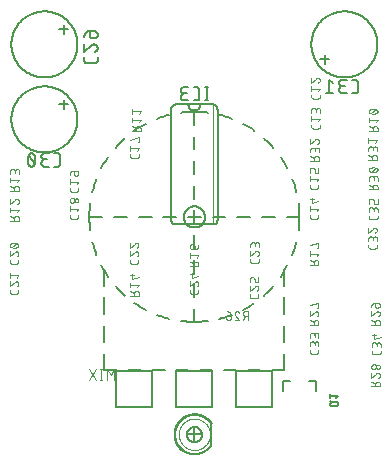
<source format=gbr>
G04 EAGLE Gerber RS-274X export*
G75*
%MOMM*%
%FSLAX34Y34*%
%LPD*%
%INSilkscreen Bottom*%
%IPPOS*%
%AMOC8*
5,1,8,0,0,1.08239X$1,22.5*%
G01*
%ADD10C,0.076200*%
%ADD11C,0.152400*%
%ADD12C,0.127000*%
%ADD13C,0.015238*%
%ADD14C,0.101600*%
%ADD15C,0.050800*%
%ADD16C,0.203200*%


D10*
X264033Y313026D02*
X264033Y311389D01*
X264035Y311311D01*
X264040Y311233D01*
X264050Y311156D01*
X264063Y311079D01*
X264079Y311003D01*
X264099Y310928D01*
X264123Y310854D01*
X264150Y310781D01*
X264181Y310709D01*
X264215Y310639D01*
X264252Y310571D01*
X264293Y310504D01*
X264337Y310439D01*
X264383Y310377D01*
X264433Y310317D01*
X264485Y310259D01*
X264540Y310204D01*
X264598Y310152D01*
X264658Y310102D01*
X264720Y310056D01*
X264785Y310012D01*
X264852Y309971D01*
X264920Y309934D01*
X264990Y309900D01*
X265062Y309869D01*
X265135Y309842D01*
X265209Y309818D01*
X265284Y309798D01*
X265360Y309782D01*
X265437Y309769D01*
X265514Y309759D01*
X265592Y309754D01*
X265670Y309752D01*
X265670Y309753D02*
X269762Y309753D01*
X269762Y309752D02*
X269840Y309754D01*
X269918Y309759D01*
X269995Y309769D01*
X270072Y309782D01*
X270148Y309798D01*
X270223Y309818D01*
X270297Y309842D01*
X270370Y309869D01*
X270442Y309900D01*
X270512Y309934D01*
X270581Y309971D01*
X270647Y310012D01*
X270712Y310056D01*
X270774Y310102D01*
X270834Y310152D01*
X270892Y310204D01*
X270947Y310259D01*
X270999Y310317D01*
X271049Y310377D01*
X271095Y310439D01*
X271139Y310504D01*
X271180Y310571D01*
X271217Y310639D01*
X271251Y310709D01*
X271282Y310781D01*
X271309Y310854D01*
X271333Y310928D01*
X271353Y311003D01*
X271369Y311079D01*
X271382Y311156D01*
X271392Y311233D01*
X271397Y311311D01*
X271399Y311389D01*
X271399Y313026D01*
X269762Y315872D02*
X271399Y317918D01*
X264033Y317918D01*
X264033Y315872D02*
X264033Y319964D01*
X269558Y327280D02*
X269643Y327278D01*
X269728Y327272D01*
X269812Y327262D01*
X269896Y327249D01*
X269980Y327231D01*
X270062Y327210D01*
X270143Y327185D01*
X270223Y327156D01*
X270302Y327123D01*
X270379Y327087D01*
X270454Y327047D01*
X270528Y327004D01*
X270599Y326958D01*
X270668Y326908D01*
X270735Y326855D01*
X270799Y326799D01*
X270860Y326740D01*
X270919Y326679D01*
X270975Y326615D01*
X271028Y326548D01*
X271078Y326479D01*
X271124Y326408D01*
X271167Y326334D01*
X271207Y326259D01*
X271243Y326182D01*
X271276Y326103D01*
X271305Y326023D01*
X271330Y325942D01*
X271351Y325860D01*
X271369Y325776D01*
X271382Y325692D01*
X271392Y325608D01*
X271398Y325523D01*
X271400Y325438D01*
X271399Y325438D02*
X271397Y325342D01*
X271391Y325246D01*
X271381Y325151D01*
X271368Y325056D01*
X271350Y324961D01*
X271329Y324868D01*
X271304Y324775D01*
X271275Y324684D01*
X271243Y324593D01*
X271207Y324504D01*
X271167Y324417D01*
X271124Y324331D01*
X271078Y324247D01*
X271028Y324165D01*
X270974Y324085D01*
X270918Y324008D01*
X270858Y323933D01*
X270796Y323860D01*
X270730Y323790D01*
X270662Y323722D01*
X270591Y323657D01*
X270518Y323596D01*
X270442Y323537D01*
X270363Y323481D01*
X270283Y323429D01*
X270200Y323380D01*
X270116Y323334D01*
X270030Y323292D01*
X269942Y323254D01*
X269853Y323219D01*
X269762Y323187D01*
X268126Y326665D02*
X268185Y326725D01*
X268247Y326782D01*
X268311Y326837D01*
X268378Y326888D01*
X268447Y326937D01*
X268517Y326983D01*
X268590Y327026D01*
X268664Y327066D01*
X268740Y327102D01*
X268818Y327135D01*
X268897Y327165D01*
X268977Y327192D01*
X269058Y327215D01*
X269140Y327234D01*
X269222Y327250D01*
X269306Y327263D01*
X269390Y327272D01*
X269474Y327277D01*
X269558Y327279D01*
X268125Y326665D02*
X264033Y323187D01*
X264033Y327279D01*
X264033Y287626D02*
X264033Y285989D01*
X264035Y285911D01*
X264040Y285833D01*
X264050Y285756D01*
X264063Y285679D01*
X264079Y285603D01*
X264099Y285528D01*
X264123Y285454D01*
X264150Y285381D01*
X264181Y285309D01*
X264215Y285239D01*
X264252Y285171D01*
X264293Y285104D01*
X264337Y285039D01*
X264383Y284977D01*
X264433Y284917D01*
X264485Y284859D01*
X264540Y284804D01*
X264598Y284752D01*
X264658Y284702D01*
X264720Y284656D01*
X264785Y284612D01*
X264852Y284571D01*
X264920Y284534D01*
X264990Y284500D01*
X265062Y284469D01*
X265135Y284442D01*
X265209Y284418D01*
X265284Y284398D01*
X265360Y284382D01*
X265437Y284369D01*
X265514Y284359D01*
X265592Y284354D01*
X265670Y284352D01*
X265670Y284353D02*
X269762Y284353D01*
X269762Y284352D02*
X269840Y284354D01*
X269918Y284359D01*
X269995Y284369D01*
X270072Y284382D01*
X270148Y284398D01*
X270223Y284418D01*
X270297Y284442D01*
X270370Y284469D01*
X270442Y284500D01*
X270512Y284534D01*
X270581Y284571D01*
X270647Y284612D01*
X270712Y284656D01*
X270774Y284702D01*
X270834Y284752D01*
X270892Y284804D01*
X270947Y284859D01*
X270999Y284917D01*
X271049Y284977D01*
X271095Y285039D01*
X271139Y285104D01*
X271180Y285171D01*
X271217Y285239D01*
X271251Y285309D01*
X271282Y285381D01*
X271309Y285454D01*
X271333Y285528D01*
X271353Y285603D01*
X271369Y285679D01*
X271382Y285756D01*
X271392Y285833D01*
X271397Y285911D01*
X271399Y285989D01*
X271399Y287626D01*
X269762Y290472D02*
X271399Y292518D01*
X264033Y292518D01*
X264033Y290472D02*
X264033Y294564D01*
X264033Y297787D02*
X264033Y299833D01*
X264035Y299922D01*
X264041Y300011D01*
X264051Y300100D01*
X264064Y300188D01*
X264081Y300276D01*
X264103Y300363D01*
X264128Y300448D01*
X264156Y300533D01*
X264189Y300616D01*
X264225Y300698D01*
X264264Y300778D01*
X264307Y300856D01*
X264353Y300932D01*
X264403Y301007D01*
X264456Y301079D01*
X264512Y301148D01*
X264571Y301215D01*
X264632Y301280D01*
X264697Y301341D01*
X264764Y301400D01*
X264833Y301456D01*
X264905Y301509D01*
X264980Y301559D01*
X265056Y301605D01*
X265134Y301648D01*
X265214Y301687D01*
X265296Y301723D01*
X265379Y301756D01*
X265464Y301784D01*
X265549Y301809D01*
X265636Y301831D01*
X265724Y301848D01*
X265812Y301861D01*
X265901Y301871D01*
X265990Y301877D01*
X266079Y301879D01*
X266168Y301877D01*
X266257Y301871D01*
X266346Y301861D01*
X266434Y301848D01*
X266522Y301831D01*
X266609Y301809D01*
X266694Y301784D01*
X266779Y301756D01*
X266862Y301723D01*
X266944Y301687D01*
X267024Y301648D01*
X267102Y301605D01*
X267178Y301559D01*
X267253Y301509D01*
X267325Y301456D01*
X267394Y301400D01*
X267461Y301341D01*
X267526Y301280D01*
X267587Y301215D01*
X267646Y301148D01*
X267702Y301079D01*
X267755Y301007D01*
X267805Y300932D01*
X267851Y300856D01*
X267894Y300778D01*
X267933Y300698D01*
X267969Y300616D01*
X268002Y300533D01*
X268030Y300448D01*
X268055Y300363D01*
X268077Y300276D01*
X268094Y300188D01*
X268107Y300100D01*
X268117Y300011D01*
X268123Y299922D01*
X268125Y299833D01*
X271399Y300242D02*
X271399Y297787D01*
X271399Y300242D02*
X271397Y300321D01*
X271391Y300400D01*
X271382Y300479D01*
X271369Y300557D01*
X271351Y300634D01*
X271331Y300710D01*
X271306Y300785D01*
X271278Y300859D01*
X271247Y300932D01*
X271211Y301003D01*
X271173Y301072D01*
X271131Y301139D01*
X271086Y301204D01*
X271038Y301267D01*
X270987Y301328D01*
X270933Y301385D01*
X270877Y301441D01*
X270818Y301493D01*
X270756Y301543D01*
X270692Y301589D01*
X270626Y301633D01*
X270558Y301673D01*
X270488Y301709D01*
X270416Y301743D01*
X270342Y301773D01*
X270268Y301799D01*
X270192Y301822D01*
X270115Y301840D01*
X270038Y301856D01*
X269959Y301867D01*
X269881Y301875D01*
X269802Y301879D01*
X269722Y301879D01*
X269643Y301875D01*
X269565Y301867D01*
X269486Y301856D01*
X269409Y301840D01*
X269332Y301822D01*
X269256Y301799D01*
X269182Y301773D01*
X269108Y301743D01*
X269036Y301709D01*
X268966Y301673D01*
X268898Y301633D01*
X268832Y301589D01*
X268768Y301543D01*
X268706Y301493D01*
X268647Y301441D01*
X268591Y301385D01*
X268537Y301328D01*
X268486Y301267D01*
X268438Y301204D01*
X268393Y301139D01*
X268351Y301072D01*
X268313Y301003D01*
X268277Y300932D01*
X268246Y300859D01*
X268218Y300785D01*
X268193Y300710D01*
X268173Y300634D01*
X268155Y300557D01*
X268142Y300479D01*
X268133Y300400D01*
X268127Y300321D01*
X268125Y300242D01*
X268125Y298605D01*
X262763Y211426D02*
X262763Y209789D01*
X262765Y209711D01*
X262770Y209633D01*
X262780Y209556D01*
X262793Y209479D01*
X262809Y209403D01*
X262829Y209328D01*
X262853Y209254D01*
X262880Y209181D01*
X262911Y209109D01*
X262945Y209039D01*
X262982Y208971D01*
X263023Y208904D01*
X263067Y208839D01*
X263113Y208777D01*
X263163Y208717D01*
X263215Y208659D01*
X263270Y208604D01*
X263328Y208552D01*
X263388Y208502D01*
X263450Y208456D01*
X263515Y208412D01*
X263582Y208371D01*
X263650Y208334D01*
X263720Y208300D01*
X263792Y208269D01*
X263865Y208242D01*
X263939Y208218D01*
X264014Y208198D01*
X264090Y208182D01*
X264167Y208169D01*
X264244Y208159D01*
X264322Y208154D01*
X264400Y208152D01*
X264400Y208153D02*
X268492Y208153D01*
X268492Y208152D02*
X268570Y208154D01*
X268648Y208159D01*
X268725Y208169D01*
X268802Y208182D01*
X268878Y208198D01*
X268953Y208218D01*
X269027Y208242D01*
X269100Y208269D01*
X269172Y208300D01*
X269242Y208334D01*
X269311Y208371D01*
X269377Y208412D01*
X269442Y208456D01*
X269504Y208502D01*
X269564Y208552D01*
X269622Y208604D01*
X269677Y208659D01*
X269729Y208717D01*
X269779Y208777D01*
X269825Y208839D01*
X269869Y208904D01*
X269910Y208971D01*
X269947Y209039D01*
X269981Y209109D01*
X270012Y209181D01*
X270039Y209254D01*
X270063Y209328D01*
X270083Y209403D01*
X270099Y209479D01*
X270112Y209556D01*
X270122Y209633D01*
X270127Y209711D01*
X270129Y209789D01*
X270129Y211426D01*
X268492Y214272D02*
X270129Y216318D01*
X262763Y216318D01*
X262763Y214272D02*
X262763Y218364D01*
X264400Y221587D02*
X270129Y223224D01*
X264400Y221587D02*
X264400Y225679D01*
X266037Y224451D02*
X262763Y224451D01*
X262763Y235189D02*
X262763Y236826D01*
X262763Y235189D02*
X262765Y235111D01*
X262770Y235033D01*
X262780Y234956D01*
X262793Y234879D01*
X262809Y234803D01*
X262829Y234728D01*
X262853Y234654D01*
X262880Y234581D01*
X262911Y234509D01*
X262945Y234439D01*
X262982Y234371D01*
X263023Y234304D01*
X263067Y234239D01*
X263113Y234177D01*
X263163Y234117D01*
X263215Y234059D01*
X263270Y234004D01*
X263328Y233952D01*
X263388Y233902D01*
X263450Y233856D01*
X263515Y233812D01*
X263582Y233771D01*
X263650Y233734D01*
X263720Y233700D01*
X263792Y233669D01*
X263865Y233642D01*
X263939Y233618D01*
X264014Y233598D01*
X264090Y233582D01*
X264167Y233569D01*
X264244Y233559D01*
X264322Y233554D01*
X264400Y233552D01*
X264400Y233553D02*
X268492Y233553D01*
X268492Y233552D02*
X268570Y233554D01*
X268648Y233559D01*
X268725Y233569D01*
X268802Y233582D01*
X268878Y233598D01*
X268953Y233618D01*
X269027Y233642D01*
X269100Y233669D01*
X269172Y233700D01*
X269242Y233734D01*
X269311Y233771D01*
X269377Y233812D01*
X269442Y233856D01*
X269504Y233902D01*
X269564Y233952D01*
X269622Y234004D01*
X269677Y234059D01*
X269729Y234117D01*
X269779Y234177D01*
X269825Y234239D01*
X269869Y234304D01*
X269910Y234371D01*
X269947Y234439D01*
X269981Y234509D01*
X270012Y234581D01*
X270039Y234654D01*
X270063Y234728D01*
X270083Y234803D01*
X270099Y234879D01*
X270112Y234956D01*
X270122Y235033D01*
X270127Y235111D01*
X270129Y235189D01*
X270129Y236826D01*
X268492Y239672D02*
X270129Y241718D01*
X262763Y241718D01*
X262763Y239672D02*
X262763Y243764D01*
X262763Y246987D02*
X262763Y249442D01*
X262765Y249522D01*
X262771Y249602D01*
X262781Y249682D01*
X262794Y249761D01*
X262812Y249840D01*
X262833Y249917D01*
X262859Y249993D01*
X262888Y250068D01*
X262920Y250142D01*
X262956Y250214D01*
X262996Y250284D01*
X263039Y250351D01*
X263085Y250417D01*
X263135Y250480D01*
X263187Y250541D01*
X263242Y250600D01*
X263301Y250655D01*
X263361Y250707D01*
X263425Y250757D01*
X263491Y250803D01*
X263558Y250846D01*
X263628Y250886D01*
X263700Y250922D01*
X263774Y250954D01*
X263848Y250983D01*
X263925Y251009D01*
X264002Y251030D01*
X264081Y251048D01*
X264160Y251061D01*
X264240Y251071D01*
X264320Y251077D01*
X264400Y251079D01*
X265218Y251079D01*
X265296Y251077D01*
X265374Y251072D01*
X265451Y251062D01*
X265528Y251049D01*
X265604Y251033D01*
X265679Y251013D01*
X265753Y250989D01*
X265826Y250962D01*
X265898Y250931D01*
X265968Y250897D01*
X266037Y250860D01*
X266103Y250819D01*
X266168Y250775D01*
X266230Y250729D01*
X266290Y250679D01*
X266348Y250627D01*
X266403Y250572D01*
X266455Y250514D01*
X266505Y250454D01*
X266551Y250392D01*
X266595Y250327D01*
X266636Y250261D01*
X266673Y250192D01*
X266707Y250122D01*
X266738Y250050D01*
X266765Y249977D01*
X266789Y249903D01*
X266809Y249828D01*
X266825Y249752D01*
X266838Y249675D01*
X266848Y249598D01*
X266853Y249520D01*
X266855Y249442D01*
X266855Y246987D01*
X270129Y246987D01*
X270129Y251079D01*
X110871Y261098D02*
X110871Y262735D01*
X110871Y261098D02*
X110873Y261020D01*
X110878Y260942D01*
X110888Y260865D01*
X110901Y260788D01*
X110917Y260712D01*
X110937Y260637D01*
X110961Y260563D01*
X110988Y260490D01*
X111019Y260418D01*
X111053Y260348D01*
X111090Y260280D01*
X111131Y260213D01*
X111175Y260148D01*
X111221Y260086D01*
X111271Y260026D01*
X111323Y259968D01*
X111378Y259913D01*
X111436Y259861D01*
X111496Y259811D01*
X111558Y259765D01*
X111623Y259721D01*
X111690Y259680D01*
X111758Y259643D01*
X111828Y259609D01*
X111900Y259578D01*
X111973Y259551D01*
X112047Y259527D01*
X112122Y259507D01*
X112198Y259491D01*
X112275Y259478D01*
X112352Y259468D01*
X112430Y259463D01*
X112508Y259461D01*
X116600Y259461D01*
X116678Y259463D01*
X116756Y259468D01*
X116833Y259478D01*
X116910Y259491D01*
X116986Y259507D01*
X117061Y259527D01*
X117135Y259551D01*
X117208Y259578D01*
X117280Y259609D01*
X117350Y259643D01*
X117419Y259680D01*
X117485Y259721D01*
X117550Y259765D01*
X117612Y259811D01*
X117672Y259861D01*
X117730Y259913D01*
X117785Y259968D01*
X117837Y260026D01*
X117887Y260086D01*
X117933Y260148D01*
X117977Y260213D01*
X118018Y260280D01*
X118055Y260348D01*
X118089Y260418D01*
X118120Y260490D01*
X118147Y260563D01*
X118171Y260637D01*
X118191Y260712D01*
X118207Y260788D01*
X118220Y260865D01*
X118230Y260942D01*
X118235Y261020D01*
X118237Y261098D01*
X118237Y262735D01*
X116600Y265580D02*
X118237Y267626D01*
X110871Y267626D01*
X110871Y265580D02*
X110871Y269672D01*
X117419Y272895D02*
X118237Y272895D01*
X118237Y276988D01*
X110871Y274941D01*
X59563Y211426D02*
X59563Y209789D01*
X59565Y209711D01*
X59570Y209633D01*
X59580Y209556D01*
X59593Y209479D01*
X59609Y209403D01*
X59629Y209328D01*
X59653Y209254D01*
X59680Y209181D01*
X59711Y209109D01*
X59745Y209039D01*
X59782Y208971D01*
X59823Y208904D01*
X59867Y208839D01*
X59913Y208777D01*
X59963Y208717D01*
X60015Y208659D01*
X60070Y208604D01*
X60128Y208552D01*
X60188Y208502D01*
X60250Y208456D01*
X60315Y208412D01*
X60382Y208371D01*
X60450Y208334D01*
X60520Y208300D01*
X60592Y208269D01*
X60665Y208242D01*
X60739Y208218D01*
X60814Y208198D01*
X60890Y208182D01*
X60967Y208169D01*
X61044Y208159D01*
X61122Y208154D01*
X61200Y208152D01*
X61200Y208153D02*
X65292Y208153D01*
X65292Y208152D02*
X65370Y208154D01*
X65448Y208159D01*
X65525Y208169D01*
X65602Y208182D01*
X65678Y208198D01*
X65753Y208218D01*
X65827Y208242D01*
X65900Y208269D01*
X65972Y208300D01*
X66042Y208334D01*
X66111Y208371D01*
X66177Y208412D01*
X66242Y208456D01*
X66304Y208502D01*
X66364Y208552D01*
X66422Y208604D01*
X66477Y208659D01*
X66529Y208717D01*
X66579Y208777D01*
X66625Y208839D01*
X66669Y208904D01*
X66710Y208971D01*
X66747Y209039D01*
X66781Y209109D01*
X66812Y209181D01*
X66839Y209254D01*
X66863Y209328D01*
X66883Y209403D01*
X66899Y209479D01*
X66912Y209556D01*
X66922Y209633D01*
X66927Y209711D01*
X66929Y209789D01*
X66929Y211426D01*
X65292Y214272D02*
X66929Y216318D01*
X59563Y216318D01*
X59563Y214272D02*
X59563Y218364D01*
X61609Y221587D02*
X61698Y221589D01*
X61787Y221595D01*
X61876Y221605D01*
X61964Y221618D01*
X62052Y221635D01*
X62139Y221657D01*
X62224Y221682D01*
X62309Y221710D01*
X62392Y221743D01*
X62474Y221779D01*
X62554Y221818D01*
X62632Y221861D01*
X62708Y221907D01*
X62783Y221957D01*
X62855Y222010D01*
X62924Y222066D01*
X62991Y222125D01*
X63056Y222186D01*
X63117Y222251D01*
X63176Y222318D01*
X63232Y222387D01*
X63285Y222459D01*
X63335Y222534D01*
X63381Y222610D01*
X63424Y222688D01*
X63463Y222768D01*
X63499Y222850D01*
X63532Y222933D01*
X63560Y223018D01*
X63585Y223103D01*
X63607Y223190D01*
X63624Y223278D01*
X63637Y223366D01*
X63647Y223455D01*
X63653Y223544D01*
X63655Y223633D01*
X63653Y223722D01*
X63647Y223811D01*
X63637Y223900D01*
X63624Y223988D01*
X63607Y224076D01*
X63585Y224163D01*
X63560Y224248D01*
X63532Y224333D01*
X63499Y224416D01*
X63463Y224498D01*
X63424Y224578D01*
X63381Y224656D01*
X63335Y224732D01*
X63285Y224807D01*
X63232Y224879D01*
X63176Y224948D01*
X63117Y225015D01*
X63056Y225080D01*
X62991Y225141D01*
X62924Y225200D01*
X62855Y225256D01*
X62783Y225309D01*
X62708Y225359D01*
X62632Y225405D01*
X62554Y225448D01*
X62474Y225487D01*
X62392Y225523D01*
X62309Y225556D01*
X62224Y225584D01*
X62139Y225609D01*
X62052Y225631D01*
X61964Y225648D01*
X61876Y225661D01*
X61787Y225671D01*
X61698Y225677D01*
X61609Y225679D01*
X61520Y225677D01*
X61431Y225671D01*
X61342Y225661D01*
X61254Y225648D01*
X61166Y225631D01*
X61079Y225609D01*
X60994Y225584D01*
X60909Y225556D01*
X60826Y225523D01*
X60744Y225487D01*
X60664Y225448D01*
X60586Y225405D01*
X60510Y225359D01*
X60435Y225309D01*
X60363Y225256D01*
X60294Y225200D01*
X60227Y225141D01*
X60162Y225080D01*
X60101Y225015D01*
X60042Y224948D01*
X59986Y224879D01*
X59933Y224807D01*
X59883Y224732D01*
X59837Y224656D01*
X59794Y224578D01*
X59755Y224498D01*
X59719Y224416D01*
X59686Y224333D01*
X59658Y224248D01*
X59633Y224163D01*
X59611Y224076D01*
X59594Y223988D01*
X59581Y223900D01*
X59571Y223811D01*
X59565Y223722D01*
X59563Y223633D01*
X59565Y223544D01*
X59571Y223455D01*
X59581Y223366D01*
X59594Y223278D01*
X59611Y223190D01*
X59633Y223103D01*
X59658Y223018D01*
X59686Y222933D01*
X59719Y222850D01*
X59755Y222768D01*
X59794Y222688D01*
X59837Y222610D01*
X59883Y222534D01*
X59933Y222459D01*
X59986Y222387D01*
X60042Y222318D01*
X60101Y222251D01*
X60162Y222186D01*
X60227Y222125D01*
X60294Y222066D01*
X60363Y222010D01*
X60435Y221957D01*
X60510Y221907D01*
X60586Y221861D01*
X60664Y221818D01*
X60744Y221779D01*
X60826Y221743D01*
X60909Y221710D01*
X60994Y221682D01*
X61079Y221657D01*
X61166Y221635D01*
X61254Y221618D01*
X61342Y221605D01*
X61431Y221595D01*
X61520Y221589D01*
X61609Y221587D01*
X65292Y221996D02*
X65371Y221998D01*
X65450Y222004D01*
X65529Y222013D01*
X65607Y222026D01*
X65684Y222044D01*
X65760Y222064D01*
X65835Y222089D01*
X65909Y222117D01*
X65982Y222148D01*
X66053Y222184D01*
X66122Y222222D01*
X66189Y222264D01*
X66254Y222309D01*
X66317Y222357D01*
X66378Y222408D01*
X66435Y222462D01*
X66491Y222518D01*
X66543Y222577D01*
X66593Y222639D01*
X66639Y222703D01*
X66683Y222769D01*
X66723Y222837D01*
X66759Y222907D01*
X66793Y222979D01*
X66823Y223053D01*
X66849Y223127D01*
X66872Y223203D01*
X66890Y223280D01*
X66906Y223357D01*
X66917Y223436D01*
X66925Y223514D01*
X66929Y223593D01*
X66929Y223673D01*
X66925Y223752D01*
X66917Y223830D01*
X66906Y223909D01*
X66890Y223986D01*
X66872Y224063D01*
X66849Y224139D01*
X66823Y224213D01*
X66793Y224287D01*
X66759Y224359D01*
X66723Y224429D01*
X66683Y224497D01*
X66639Y224563D01*
X66593Y224627D01*
X66543Y224689D01*
X66491Y224748D01*
X66435Y224804D01*
X66378Y224858D01*
X66317Y224909D01*
X66254Y224957D01*
X66189Y225002D01*
X66122Y225044D01*
X66053Y225082D01*
X65982Y225118D01*
X65909Y225149D01*
X65835Y225177D01*
X65760Y225202D01*
X65684Y225222D01*
X65607Y225240D01*
X65529Y225253D01*
X65450Y225262D01*
X65371Y225268D01*
X65292Y225270D01*
X65213Y225268D01*
X65134Y225262D01*
X65055Y225253D01*
X64977Y225240D01*
X64900Y225222D01*
X64824Y225202D01*
X64749Y225177D01*
X64675Y225149D01*
X64602Y225118D01*
X64531Y225082D01*
X64462Y225044D01*
X64395Y225002D01*
X64330Y224957D01*
X64267Y224909D01*
X64206Y224858D01*
X64149Y224804D01*
X64093Y224748D01*
X64041Y224689D01*
X63991Y224627D01*
X63945Y224563D01*
X63901Y224497D01*
X63861Y224429D01*
X63825Y224359D01*
X63791Y224287D01*
X63761Y224213D01*
X63735Y224139D01*
X63712Y224063D01*
X63694Y223986D01*
X63678Y223909D01*
X63667Y223830D01*
X63659Y223752D01*
X63655Y223673D01*
X63655Y223593D01*
X63659Y223514D01*
X63667Y223436D01*
X63678Y223357D01*
X63694Y223280D01*
X63712Y223203D01*
X63735Y223127D01*
X63761Y223053D01*
X63791Y222979D01*
X63825Y222907D01*
X63861Y222837D01*
X63901Y222769D01*
X63945Y222703D01*
X63991Y222639D01*
X64041Y222577D01*
X64093Y222518D01*
X64149Y222462D01*
X64206Y222408D01*
X64267Y222357D01*
X64330Y222309D01*
X64395Y222264D01*
X64462Y222222D01*
X64531Y222184D01*
X64602Y222148D01*
X64675Y222117D01*
X64749Y222089D01*
X64824Y222064D01*
X64900Y222044D01*
X64977Y222026D01*
X65055Y222013D01*
X65134Y222004D01*
X65213Y221998D01*
X65292Y221996D01*
X59563Y232649D02*
X59563Y234286D01*
X59563Y232649D02*
X59565Y232571D01*
X59570Y232493D01*
X59580Y232416D01*
X59593Y232339D01*
X59609Y232263D01*
X59629Y232188D01*
X59653Y232114D01*
X59680Y232041D01*
X59711Y231969D01*
X59745Y231899D01*
X59782Y231831D01*
X59823Y231764D01*
X59867Y231699D01*
X59913Y231637D01*
X59963Y231577D01*
X60015Y231519D01*
X60070Y231464D01*
X60128Y231412D01*
X60188Y231362D01*
X60250Y231316D01*
X60315Y231272D01*
X60382Y231231D01*
X60450Y231194D01*
X60520Y231160D01*
X60592Y231129D01*
X60665Y231102D01*
X60739Y231078D01*
X60814Y231058D01*
X60890Y231042D01*
X60967Y231029D01*
X61044Y231019D01*
X61122Y231014D01*
X61200Y231012D01*
X61200Y231013D02*
X65292Y231013D01*
X65292Y231012D02*
X65370Y231014D01*
X65448Y231019D01*
X65525Y231029D01*
X65602Y231042D01*
X65678Y231058D01*
X65753Y231078D01*
X65827Y231102D01*
X65900Y231129D01*
X65972Y231160D01*
X66042Y231194D01*
X66111Y231231D01*
X66177Y231272D01*
X66242Y231316D01*
X66304Y231362D01*
X66364Y231412D01*
X66422Y231464D01*
X66477Y231519D01*
X66529Y231577D01*
X66579Y231637D01*
X66625Y231699D01*
X66669Y231764D01*
X66710Y231831D01*
X66747Y231899D01*
X66781Y231969D01*
X66812Y232041D01*
X66839Y232114D01*
X66863Y232188D01*
X66883Y232263D01*
X66899Y232339D01*
X66912Y232416D01*
X66922Y232493D01*
X66927Y232571D01*
X66929Y232649D01*
X66929Y234286D01*
X65292Y237132D02*
X66929Y239178D01*
X59563Y239178D01*
X59563Y237132D02*
X59563Y241224D01*
X62837Y246084D02*
X62837Y248539D01*
X62837Y246084D02*
X62839Y246006D01*
X62844Y245928D01*
X62854Y245851D01*
X62867Y245774D01*
X62883Y245698D01*
X62903Y245623D01*
X62927Y245549D01*
X62954Y245476D01*
X62985Y245404D01*
X63019Y245334D01*
X63056Y245265D01*
X63097Y245199D01*
X63141Y245134D01*
X63187Y245072D01*
X63237Y245012D01*
X63289Y244954D01*
X63344Y244899D01*
X63402Y244847D01*
X63462Y244797D01*
X63524Y244751D01*
X63589Y244707D01*
X63656Y244666D01*
X63724Y244629D01*
X63794Y244595D01*
X63866Y244564D01*
X63939Y244537D01*
X64013Y244513D01*
X64088Y244493D01*
X64164Y244477D01*
X64241Y244464D01*
X64318Y244454D01*
X64396Y244449D01*
X64474Y244447D01*
X64883Y244447D01*
X64972Y244449D01*
X65061Y244455D01*
X65150Y244465D01*
X65238Y244478D01*
X65326Y244495D01*
X65413Y244517D01*
X65498Y244542D01*
X65583Y244570D01*
X65666Y244603D01*
X65748Y244639D01*
X65828Y244678D01*
X65906Y244721D01*
X65982Y244767D01*
X66057Y244817D01*
X66129Y244870D01*
X66198Y244926D01*
X66265Y244985D01*
X66330Y245046D01*
X66391Y245111D01*
X66450Y245178D01*
X66506Y245247D01*
X66559Y245319D01*
X66609Y245394D01*
X66655Y245470D01*
X66698Y245548D01*
X66737Y245628D01*
X66773Y245710D01*
X66806Y245793D01*
X66834Y245878D01*
X66859Y245963D01*
X66881Y246050D01*
X66898Y246138D01*
X66911Y246226D01*
X66921Y246315D01*
X66927Y246404D01*
X66929Y246493D01*
X66927Y246582D01*
X66921Y246671D01*
X66911Y246760D01*
X66898Y246848D01*
X66881Y246936D01*
X66859Y247023D01*
X66834Y247108D01*
X66806Y247193D01*
X66773Y247276D01*
X66737Y247358D01*
X66698Y247438D01*
X66655Y247516D01*
X66609Y247592D01*
X66559Y247667D01*
X66506Y247739D01*
X66450Y247808D01*
X66391Y247875D01*
X66330Y247940D01*
X66265Y248001D01*
X66198Y248060D01*
X66129Y248116D01*
X66057Y248169D01*
X65982Y248219D01*
X65906Y248265D01*
X65828Y248308D01*
X65748Y248347D01*
X65666Y248383D01*
X65583Y248416D01*
X65498Y248444D01*
X65413Y248469D01*
X65326Y248491D01*
X65238Y248508D01*
X65150Y248521D01*
X65061Y248531D01*
X64972Y248537D01*
X64883Y248539D01*
X62837Y248539D01*
X62725Y248537D01*
X62614Y248531D01*
X62502Y248522D01*
X62391Y248509D01*
X62281Y248491D01*
X62171Y248471D01*
X62062Y248446D01*
X61954Y248418D01*
X61847Y248386D01*
X61741Y248350D01*
X61636Y248311D01*
X61533Y248268D01*
X61431Y248222D01*
X61331Y248172D01*
X61232Y248119D01*
X61136Y248062D01*
X61041Y248003D01*
X60949Y247940D01*
X60859Y247874D01*
X60771Y247805D01*
X60685Y247733D01*
X60602Y247658D01*
X60522Y247580D01*
X60444Y247500D01*
X60369Y247417D01*
X60297Y247331D01*
X60228Y247243D01*
X60162Y247153D01*
X60099Y247061D01*
X60040Y246966D01*
X59983Y246870D01*
X59930Y246771D01*
X59880Y246671D01*
X59834Y246569D01*
X59791Y246466D01*
X59752Y246361D01*
X59716Y246255D01*
X59684Y246148D01*
X59656Y246040D01*
X59631Y245931D01*
X59611Y245821D01*
X59593Y245711D01*
X59580Y245600D01*
X59571Y245488D01*
X59565Y245377D01*
X59563Y245265D01*
X8763Y173326D02*
X8763Y171689D01*
X8765Y171611D01*
X8770Y171533D01*
X8780Y171456D01*
X8793Y171379D01*
X8809Y171303D01*
X8829Y171228D01*
X8853Y171154D01*
X8880Y171081D01*
X8911Y171009D01*
X8945Y170939D01*
X8982Y170871D01*
X9023Y170804D01*
X9067Y170739D01*
X9113Y170677D01*
X9163Y170617D01*
X9215Y170559D01*
X9270Y170504D01*
X9328Y170452D01*
X9388Y170402D01*
X9450Y170356D01*
X9515Y170312D01*
X9581Y170271D01*
X9650Y170234D01*
X9720Y170200D01*
X9792Y170169D01*
X9865Y170142D01*
X9939Y170118D01*
X10014Y170098D01*
X10090Y170082D01*
X10167Y170069D01*
X10244Y170059D01*
X10322Y170054D01*
X10400Y170052D01*
X10400Y170053D02*
X14492Y170053D01*
X14492Y170052D02*
X14570Y170054D01*
X14648Y170059D01*
X14725Y170069D01*
X14802Y170082D01*
X14878Y170098D01*
X14953Y170118D01*
X15027Y170142D01*
X15100Y170169D01*
X15172Y170200D01*
X15242Y170234D01*
X15311Y170271D01*
X15377Y170312D01*
X15442Y170356D01*
X15504Y170402D01*
X15564Y170452D01*
X15622Y170504D01*
X15677Y170559D01*
X15729Y170617D01*
X15779Y170677D01*
X15825Y170739D01*
X15869Y170804D01*
X15910Y170871D01*
X15947Y170939D01*
X15981Y171009D01*
X16012Y171081D01*
X16039Y171154D01*
X16063Y171228D01*
X16083Y171303D01*
X16099Y171379D01*
X16112Y171456D01*
X16122Y171533D01*
X16127Y171611D01*
X16129Y171689D01*
X16129Y173326D01*
X16130Y178422D02*
X16128Y178507D01*
X16122Y178592D01*
X16112Y178676D01*
X16099Y178760D01*
X16081Y178844D01*
X16060Y178926D01*
X16035Y179007D01*
X16006Y179087D01*
X15973Y179166D01*
X15937Y179243D01*
X15897Y179318D01*
X15854Y179392D01*
X15808Y179463D01*
X15758Y179532D01*
X15705Y179599D01*
X15649Y179663D01*
X15590Y179724D01*
X15529Y179783D01*
X15465Y179839D01*
X15398Y179892D01*
X15329Y179942D01*
X15258Y179988D01*
X15184Y180031D01*
X15109Y180071D01*
X15032Y180107D01*
X14953Y180140D01*
X14873Y180169D01*
X14792Y180194D01*
X14710Y180215D01*
X14626Y180233D01*
X14542Y180246D01*
X14458Y180256D01*
X14373Y180262D01*
X14288Y180264D01*
X16129Y178422D02*
X16127Y178326D01*
X16121Y178230D01*
X16111Y178135D01*
X16098Y178040D01*
X16080Y177945D01*
X16059Y177852D01*
X16034Y177759D01*
X16005Y177668D01*
X15973Y177577D01*
X15937Y177488D01*
X15897Y177401D01*
X15854Y177315D01*
X15808Y177231D01*
X15758Y177149D01*
X15704Y177069D01*
X15648Y176992D01*
X15588Y176917D01*
X15526Y176844D01*
X15460Y176774D01*
X15392Y176706D01*
X15321Y176641D01*
X15248Y176580D01*
X15172Y176521D01*
X15093Y176465D01*
X15013Y176413D01*
X14930Y176364D01*
X14846Y176318D01*
X14760Y176276D01*
X14672Y176238D01*
X14583Y176203D01*
X14492Y176171D01*
X12856Y179650D02*
X12915Y179710D01*
X12977Y179767D01*
X13041Y179822D01*
X13108Y179873D01*
X13177Y179922D01*
X13247Y179968D01*
X13320Y180011D01*
X13394Y180051D01*
X13470Y180087D01*
X13548Y180120D01*
X13627Y180150D01*
X13707Y180177D01*
X13788Y180200D01*
X13870Y180219D01*
X13952Y180235D01*
X14036Y180248D01*
X14120Y180257D01*
X14204Y180262D01*
X14288Y180264D01*
X12855Y179650D02*
X8763Y176172D01*
X8763Y180264D01*
X12446Y183487D02*
X12599Y183489D01*
X12752Y183495D01*
X12904Y183504D01*
X13057Y183518D01*
X13209Y183535D01*
X13360Y183556D01*
X13511Y183581D01*
X13661Y183610D01*
X13811Y183642D01*
X13959Y183679D01*
X14107Y183719D01*
X14254Y183762D01*
X14399Y183810D01*
X14543Y183861D01*
X14686Y183915D01*
X14828Y183974D01*
X14967Y184035D01*
X15106Y184101D01*
X15176Y184127D01*
X15246Y184157D01*
X15313Y184190D01*
X15379Y184226D01*
X15443Y184265D01*
X15505Y184308D01*
X15564Y184354D01*
X15622Y184402D01*
X15676Y184453D01*
X15729Y184507D01*
X15778Y184564D01*
X15825Y184623D01*
X15868Y184684D01*
X15909Y184747D01*
X15946Y184812D01*
X15981Y184879D01*
X16011Y184948D01*
X16039Y185018D01*
X16062Y185089D01*
X16083Y185161D01*
X16099Y185234D01*
X16112Y185308D01*
X16122Y185383D01*
X16127Y185458D01*
X16129Y185533D01*
X16127Y185608D01*
X16122Y185683D01*
X16112Y185758D01*
X16099Y185832D01*
X16083Y185905D01*
X16062Y185977D01*
X16039Y186048D01*
X16011Y186118D01*
X15981Y186187D01*
X15946Y186254D01*
X15909Y186319D01*
X15868Y186382D01*
X15825Y186443D01*
X15778Y186502D01*
X15729Y186559D01*
X15676Y186613D01*
X15622Y186664D01*
X15564Y186713D01*
X15505Y186758D01*
X15443Y186801D01*
X15379Y186840D01*
X15313Y186877D01*
X15245Y186909D01*
X15176Y186939D01*
X15106Y186965D01*
X14968Y187030D01*
X14828Y187092D01*
X14686Y187150D01*
X14543Y187205D01*
X14399Y187256D01*
X14254Y187304D01*
X14107Y187347D01*
X13960Y187387D01*
X13811Y187424D01*
X13661Y187456D01*
X13511Y187485D01*
X13360Y187510D01*
X13209Y187531D01*
X13057Y187548D01*
X12904Y187562D01*
X12752Y187571D01*
X12599Y187577D01*
X12446Y187579D01*
X12446Y183486D02*
X12293Y183488D01*
X12140Y183494D01*
X11987Y183503D01*
X11835Y183517D01*
X11683Y183534D01*
X11532Y183555D01*
X11381Y183580D01*
X11230Y183609D01*
X11081Y183641D01*
X10932Y183678D01*
X10785Y183718D01*
X10638Y183761D01*
X10493Y183809D01*
X10348Y183860D01*
X10206Y183915D01*
X10064Y183973D01*
X9924Y184035D01*
X9786Y184100D01*
X9786Y184101D02*
X9715Y184127D01*
X9646Y184157D01*
X9579Y184190D01*
X9513Y184226D01*
X9449Y184265D01*
X9387Y184308D01*
X9328Y184354D01*
X9270Y184402D01*
X9216Y184453D01*
X9163Y184507D01*
X9114Y184564D01*
X9067Y184623D01*
X9024Y184684D01*
X8983Y184747D01*
X8946Y184812D01*
X8911Y184879D01*
X8881Y184948D01*
X8853Y185018D01*
X8830Y185089D01*
X8809Y185161D01*
X8793Y185234D01*
X8780Y185308D01*
X8770Y185383D01*
X8765Y185458D01*
X8763Y185533D01*
X9786Y186965D02*
X9924Y187030D01*
X10064Y187092D01*
X10206Y187150D01*
X10349Y187205D01*
X10493Y187256D01*
X10638Y187304D01*
X10785Y187347D01*
X10933Y187387D01*
X11081Y187424D01*
X11231Y187456D01*
X11381Y187485D01*
X11532Y187510D01*
X11683Y187531D01*
X11835Y187548D01*
X11988Y187562D01*
X12140Y187571D01*
X12293Y187577D01*
X12446Y187579D01*
X9786Y186965D02*
X9716Y186939D01*
X9646Y186909D01*
X9579Y186877D01*
X9513Y186840D01*
X9449Y186801D01*
X9387Y186758D01*
X9328Y186712D01*
X9270Y186664D01*
X9216Y186613D01*
X9163Y186559D01*
X9114Y186502D01*
X9067Y186443D01*
X9024Y186382D01*
X8983Y186319D01*
X8946Y186254D01*
X8911Y186187D01*
X8881Y186118D01*
X8853Y186048D01*
X8830Y185977D01*
X8809Y185905D01*
X8793Y185832D01*
X8780Y185758D01*
X8770Y185683D01*
X8765Y185608D01*
X8763Y185533D01*
X10400Y183896D02*
X14492Y187170D01*
X8763Y147926D02*
X8763Y146289D01*
X8765Y146211D01*
X8770Y146133D01*
X8780Y146056D01*
X8793Y145979D01*
X8809Y145903D01*
X8829Y145828D01*
X8853Y145754D01*
X8880Y145681D01*
X8911Y145609D01*
X8945Y145539D01*
X8982Y145471D01*
X9023Y145404D01*
X9067Y145339D01*
X9113Y145277D01*
X9163Y145217D01*
X9215Y145159D01*
X9270Y145104D01*
X9328Y145052D01*
X9388Y145002D01*
X9450Y144956D01*
X9515Y144912D01*
X9581Y144871D01*
X9650Y144834D01*
X9720Y144800D01*
X9792Y144769D01*
X9865Y144742D01*
X9939Y144718D01*
X10014Y144698D01*
X10090Y144682D01*
X10167Y144669D01*
X10244Y144659D01*
X10322Y144654D01*
X10400Y144652D01*
X10400Y144653D02*
X14492Y144653D01*
X14492Y144652D02*
X14570Y144654D01*
X14648Y144659D01*
X14725Y144669D01*
X14802Y144682D01*
X14878Y144698D01*
X14953Y144718D01*
X15027Y144742D01*
X15100Y144769D01*
X15172Y144800D01*
X15242Y144834D01*
X15311Y144871D01*
X15377Y144912D01*
X15442Y144956D01*
X15504Y145002D01*
X15564Y145052D01*
X15622Y145104D01*
X15677Y145159D01*
X15729Y145217D01*
X15779Y145277D01*
X15825Y145339D01*
X15869Y145404D01*
X15910Y145471D01*
X15947Y145539D01*
X15981Y145609D01*
X16012Y145681D01*
X16039Y145754D01*
X16063Y145828D01*
X16083Y145903D01*
X16099Y145979D01*
X16112Y146056D01*
X16122Y146133D01*
X16127Y146211D01*
X16129Y146289D01*
X16129Y147926D01*
X16130Y153022D02*
X16128Y153107D01*
X16122Y153192D01*
X16112Y153276D01*
X16099Y153360D01*
X16081Y153444D01*
X16060Y153526D01*
X16035Y153607D01*
X16006Y153687D01*
X15973Y153766D01*
X15937Y153843D01*
X15897Y153918D01*
X15854Y153992D01*
X15808Y154063D01*
X15758Y154132D01*
X15705Y154199D01*
X15649Y154263D01*
X15590Y154324D01*
X15529Y154383D01*
X15465Y154439D01*
X15398Y154492D01*
X15329Y154542D01*
X15258Y154588D01*
X15184Y154631D01*
X15109Y154671D01*
X15032Y154707D01*
X14953Y154740D01*
X14873Y154769D01*
X14792Y154794D01*
X14710Y154815D01*
X14626Y154833D01*
X14542Y154846D01*
X14458Y154856D01*
X14373Y154862D01*
X14288Y154864D01*
X16129Y153022D02*
X16127Y152926D01*
X16121Y152830D01*
X16111Y152735D01*
X16098Y152640D01*
X16080Y152545D01*
X16059Y152452D01*
X16034Y152359D01*
X16005Y152268D01*
X15973Y152177D01*
X15937Y152088D01*
X15897Y152001D01*
X15854Y151915D01*
X15808Y151831D01*
X15758Y151749D01*
X15704Y151669D01*
X15648Y151592D01*
X15588Y151517D01*
X15526Y151444D01*
X15460Y151374D01*
X15392Y151306D01*
X15321Y151241D01*
X15248Y151180D01*
X15172Y151121D01*
X15093Y151065D01*
X15013Y151013D01*
X14930Y150964D01*
X14846Y150918D01*
X14760Y150876D01*
X14672Y150838D01*
X14583Y150803D01*
X14492Y150771D01*
X12856Y154250D02*
X12915Y154310D01*
X12977Y154367D01*
X13041Y154422D01*
X13108Y154473D01*
X13177Y154522D01*
X13247Y154568D01*
X13320Y154611D01*
X13394Y154651D01*
X13470Y154687D01*
X13548Y154720D01*
X13627Y154750D01*
X13707Y154777D01*
X13788Y154800D01*
X13870Y154819D01*
X13952Y154835D01*
X14036Y154848D01*
X14120Y154857D01*
X14204Y154862D01*
X14288Y154864D01*
X12855Y154250D02*
X8763Y150772D01*
X8763Y154864D01*
X14492Y158087D02*
X16129Y160133D01*
X8763Y160133D01*
X8763Y158087D02*
X8763Y162179D01*
X110363Y171689D02*
X110363Y173326D01*
X110363Y171689D02*
X110365Y171611D01*
X110370Y171533D01*
X110380Y171456D01*
X110393Y171379D01*
X110409Y171303D01*
X110429Y171228D01*
X110453Y171154D01*
X110480Y171081D01*
X110511Y171009D01*
X110545Y170939D01*
X110582Y170871D01*
X110623Y170804D01*
X110667Y170739D01*
X110713Y170677D01*
X110763Y170617D01*
X110815Y170559D01*
X110870Y170504D01*
X110928Y170452D01*
X110988Y170402D01*
X111050Y170356D01*
X111115Y170312D01*
X111182Y170271D01*
X111250Y170234D01*
X111320Y170200D01*
X111392Y170169D01*
X111465Y170142D01*
X111539Y170118D01*
X111614Y170098D01*
X111690Y170082D01*
X111767Y170069D01*
X111844Y170059D01*
X111922Y170054D01*
X112000Y170052D01*
X112000Y170053D02*
X116092Y170053D01*
X116092Y170052D02*
X116170Y170054D01*
X116248Y170059D01*
X116325Y170069D01*
X116402Y170082D01*
X116478Y170098D01*
X116553Y170118D01*
X116627Y170142D01*
X116700Y170169D01*
X116772Y170200D01*
X116842Y170234D01*
X116911Y170271D01*
X116977Y170312D01*
X117042Y170356D01*
X117104Y170402D01*
X117164Y170452D01*
X117222Y170504D01*
X117277Y170559D01*
X117329Y170617D01*
X117379Y170677D01*
X117425Y170739D01*
X117469Y170804D01*
X117510Y170871D01*
X117547Y170939D01*
X117581Y171009D01*
X117612Y171081D01*
X117639Y171154D01*
X117663Y171228D01*
X117683Y171303D01*
X117699Y171379D01*
X117712Y171456D01*
X117722Y171533D01*
X117727Y171611D01*
X117729Y171689D01*
X117729Y173326D01*
X117730Y178422D02*
X117728Y178507D01*
X117722Y178592D01*
X117712Y178676D01*
X117699Y178760D01*
X117681Y178844D01*
X117660Y178926D01*
X117635Y179007D01*
X117606Y179087D01*
X117573Y179166D01*
X117537Y179243D01*
X117497Y179318D01*
X117454Y179392D01*
X117408Y179463D01*
X117358Y179532D01*
X117305Y179599D01*
X117249Y179663D01*
X117190Y179724D01*
X117129Y179783D01*
X117065Y179839D01*
X116998Y179892D01*
X116929Y179942D01*
X116858Y179988D01*
X116784Y180031D01*
X116709Y180071D01*
X116632Y180107D01*
X116553Y180140D01*
X116473Y180169D01*
X116392Y180194D01*
X116310Y180215D01*
X116226Y180233D01*
X116142Y180246D01*
X116058Y180256D01*
X115973Y180262D01*
X115888Y180264D01*
X117729Y178422D02*
X117727Y178326D01*
X117721Y178230D01*
X117711Y178135D01*
X117698Y178040D01*
X117680Y177945D01*
X117659Y177852D01*
X117634Y177759D01*
X117605Y177668D01*
X117573Y177577D01*
X117537Y177488D01*
X117497Y177401D01*
X117454Y177315D01*
X117408Y177231D01*
X117358Y177149D01*
X117304Y177069D01*
X117248Y176992D01*
X117188Y176917D01*
X117126Y176844D01*
X117060Y176774D01*
X116992Y176706D01*
X116921Y176641D01*
X116848Y176580D01*
X116772Y176521D01*
X116693Y176465D01*
X116613Y176413D01*
X116530Y176364D01*
X116446Y176318D01*
X116360Y176276D01*
X116272Y176238D01*
X116183Y176203D01*
X116092Y176171D01*
X114456Y179650D02*
X114515Y179710D01*
X114577Y179767D01*
X114641Y179822D01*
X114708Y179873D01*
X114777Y179922D01*
X114847Y179968D01*
X114920Y180011D01*
X114994Y180051D01*
X115070Y180087D01*
X115148Y180120D01*
X115227Y180150D01*
X115307Y180177D01*
X115388Y180200D01*
X115470Y180219D01*
X115552Y180235D01*
X115636Y180248D01*
X115720Y180257D01*
X115804Y180262D01*
X115888Y180264D01*
X114455Y179650D02*
X110363Y176172D01*
X110363Y180264D01*
X115888Y187580D02*
X115973Y187578D01*
X116058Y187572D01*
X116142Y187562D01*
X116226Y187549D01*
X116310Y187531D01*
X116392Y187510D01*
X116473Y187485D01*
X116553Y187456D01*
X116632Y187423D01*
X116709Y187387D01*
X116784Y187347D01*
X116858Y187304D01*
X116929Y187258D01*
X116998Y187208D01*
X117065Y187155D01*
X117129Y187099D01*
X117190Y187040D01*
X117249Y186979D01*
X117305Y186915D01*
X117358Y186848D01*
X117408Y186779D01*
X117454Y186708D01*
X117497Y186634D01*
X117537Y186559D01*
X117573Y186482D01*
X117606Y186403D01*
X117635Y186323D01*
X117660Y186242D01*
X117681Y186160D01*
X117699Y186076D01*
X117712Y185992D01*
X117722Y185908D01*
X117728Y185823D01*
X117730Y185738D01*
X117729Y185738D02*
X117727Y185642D01*
X117721Y185546D01*
X117711Y185451D01*
X117698Y185356D01*
X117680Y185261D01*
X117659Y185168D01*
X117634Y185075D01*
X117605Y184984D01*
X117573Y184893D01*
X117537Y184804D01*
X117497Y184717D01*
X117454Y184631D01*
X117408Y184547D01*
X117358Y184465D01*
X117304Y184385D01*
X117248Y184308D01*
X117188Y184233D01*
X117126Y184160D01*
X117060Y184090D01*
X116992Y184022D01*
X116921Y183957D01*
X116848Y183896D01*
X116772Y183837D01*
X116693Y183781D01*
X116613Y183729D01*
X116530Y183680D01*
X116446Y183634D01*
X116360Y183592D01*
X116272Y183554D01*
X116183Y183519D01*
X116092Y183487D01*
X114456Y186965D02*
X114515Y187025D01*
X114577Y187082D01*
X114641Y187137D01*
X114708Y187188D01*
X114777Y187237D01*
X114847Y187283D01*
X114920Y187326D01*
X114994Y187366D01*
X115070Y187402D01*
X115148Y187435D01*
X115227Y187465D01*
X115307Y187492D01*
X115388Y187515D01*
X115470Y187534D01*
X115552Y187550D01*
X115636Y187563D01*
X115720Y187572D01*
X115804Y187577D01*
X115888Y187579D01*
X114455Y186965D02*
X110363Y183487D01*
X110363Y187579D01*
X212471Y173835D02*
X212471Y172198D01*
X212473Y172120D01*
X212478Y172042D01*
X212488Y171965D01*
X212501Y171888D01*
X212517Y171812D01*
X212537Y171737D01*
X212561Y171663D01*
X212588Y171590D01*
X212619Y171518D01*
X212653Y171448D01*
X212690Y171380D01*
X212731Y171313D01*
X212775Y171248D01*
X212821Y171186D01*
X212871Y171126D01*
X212923Y171068D01*
X212978Y171013D01*
X213036Y170961D01*
X213096Y170911D01*
X213158Y170865D01*
X213223Y170821D01*
X213290Y170780D01*
X213358Y170743D01*
X213428Y170709D01*
X213500Y170678D01*
X213573Y170651D01*
X213647Y170627D01*
X213722Y170607D01*
X213798Y170591D01*
X213875Y170578D01*
X213952Y170568D01*
X214030Y170563D01*
X214108Y170561D01*
X218200Y170561D01*
X218278Y170563D01*
X218356Y170568D01*
X218433Y170578D01*
X218510Y170591D01*
X218586Y170607D01*
X218661Y170627D01*
X218735Y170651D01*
X218808Y170678D01*
X218880Y170709D01*
X218950Y170743D01*
X219019Y170780D01*
X219085Y170821D01*
X219150Y170865D01*
X219212Y170911D01*
X219272Y170961D01*
X219330Y171013D01*
X219385Y171068D01*
X219437Y171126D01*
X219487Y171186D01*
X219533Y171248D01*
X219577Y171313D01*
X219618Y171380D01*
X219655Y171448D01*
X219689Y171518D01*
X219720Y171590D01*
X219747Y171663D01*
X219771Y171737D01*
X219791Y171812D01*
X219807Y171888D01*
X219820Y171965D01*
X219830Y172042D01*
X219835Y172120D01*
X219837Y172198D01*
X219837Y173835D01*
X219838Y178931D02*
X219836Y179016D01*
X219830Y179101D01*
X219820Y179185D01*
X219807Y179269D01*
X219789Y179353D01*
X219768Y179435D01*
X219743Y179516D01*
X219714Y179596D01*
X219681Y179675D01*
X219645Y179752D01*
X219605Y179827D01*
X219562Y179901D01*
X219516Y179972D01*
X219466Y180041D01*
X219413Y180108D01*
X219357Y180172D01*
X219298Y180233D01*
X219237Y180292D01*
X219173Y180348D01*
X219106Y180401D01*
X219037Y180451D01*
X218966Y180497D01*
X218892Y180540D01*
X218817Y180580D01*
X218740Y180616D01*
X218661Y180649D01*
X218581Y180678D01*
X218500Y180703D01*
X218418Y180724D01*
X218334Y180742D01*
X218250Y180755D01*
X218166Y180765D01*
X218081Y180771D01*
X217996Y180773D01*
X219837Y178931D02*
X219835Y178835D01*
X219829Y178739D01*
X219819Y178644D01*
X219806Y178549D01*
X219788Y178454D01*
X219767Y178361D01*
X219742Y178268D01*
X219713Y178177D01*
X219681Y178086D01*
X219645Y177997D01*
X219605Y177910D01*
X219562Y177824D01*
X219516Y177740D01*
X219466Y177658D01*
X219412Y177578D01*
X219356Y177501D01*
X219296Y177426D01*
X219234Y177353D01*
X219168Y177283D01*
X219100Y177215D01*
X219029Y177150D01*
X218956Y177089D01*
X218880Y177030D01*
X218801Y176974D01*
X218721Y176922D01*
X218638Y176873D01*
X218554Y176827D01*
X218468Y176785D01*
X218380Y176747D01*
X218291Y176712D01*
X218200Y176680D01*
X216564Y180158D02*
X216623Y180218D01*
X216685Y180275D01*
X216749Y180330D01*
X216816Y180381D01*
X216885Y180430D01*
X216955Y180476D01*
X217028Y180519D01*
X217102Y180559D01*
X217178Y180595D01*
X217256Y180628D01*
X217335Y180658D01*
X217415Y180685D01*
X217496Y180708D01*
X217578Y180727D01*
X217660Y180743D01*
X217744Y180756D01*
X217828Y180765D01*
X217912Y180770D01*
X217996Y180772D01*
X216563Y180158D02*
X212471Y176680D01*
X212471Y180772D01*
X212471Y183995D02*
X212471Y186041D01*
X212473Y186130D01*
X212479Y186219D01*
X212489Y186308D01*
X212502Y186396D01*
X212519Y186484D01*
X212541Y186571D01*
X212566Y186656D01*
X212594Y186741D01*
X212627Y186824D01*
X212663Y186906D01*
X212702Y186986D01*
X212745Y187064D01*
X212791Y187140D01*
X212841Y187215D01*
X212894Y187287D01*
X212950Y187356D01*
X213009Y187423D01*
X213070Y187488D01*
X213135Y187549D01*
X213202Y187608D01*
X213271Y187664D01*
X213343Y187717D01*
X213418Y187767D01*
X213494Y187813D01*
X213572Y187856D01*
X213652Y187895D01*
X213734Y187931D01*
X213817Y187964D01*
X213902Y187992D01*
X213987Y188017D01*
X214074Y188039D01*
X214162Y188056D01*
X214250Y188069D01*
X214339Y188079D01*
X214428Y188085D01*
X214517Y188087D01*
X214606Y188085D01*
X214695Y188079D01*
X214784Y188069D01*
X214872Y188056D01*
X214960Y188039D01*
X215047Y188017D01*
X215132Y187992D01*
X215217Y187964D01*
X215300Y187931D01*
X215382Y187895D01*
X215462Y187856D01*
X215540Y187813D01*
X215616Y187767D01*
X215691Y187717D01*
X215763Y187664D01*
X215832Y187608D01*
X215899Y187549D01*
X215964Y187488D01*
X216025Y187423D01*
X216084Y187356D01*
X216140Y187287D01*
X216193Y187215D01*
X216243Y187140D01*
X216289Y187064D01*
X216332Y186986D01*
X216371Y186906D01*
X216407Y186824D01*
X216440Y186741D01*
X216468Y186656D01*
X216493Y186571D01*
X216515Y186484D01*
X216532Y186396D01*
X216545Y186308D01*
X216555Y186219D01*
X216561Y186130D01*
X216563Y186041D01*
X219837Y186451D02*
X219837Y183995D01*
X219837Y186451D02*
X219835Y186530D01*
X219829Y186609D01*
X219820Y186688D01*
X219807Y186766D01*
X219789Y186843D01*
X219769Y186919D01*
X219744Y186994D01*
X219716Y187068D01*
X219685Y187141D01*
X219649Y187212D01*
X219611Y187281D01*
X219569Y187348D01*
X219524Y187413D01*
X219476Y187476D01*
X219425Y187537D01*
X219371Y187594D01*
X219315Y187650D01*
X219256Y187702D01*
X219194Y187752D01*
X219130Y187798D01*
X219064Y187842D01*
X218996Y187882D01*
X218926Y187918D01*
X218854Y187952D01*
X218780Y187982D01*
X218706Y188008D01*
X218630Y188031D01*
X218553Y188049D01*
X218476Y188065D01*
X218397Y188076D01*
X218319Y188084D01*
X218240Y188088D01*
X218160Y188088D01*
X218081Y188084D01*
X218003Y188076D01*
X217924Y188065D01*
X217847Y188049D01*
X217770Y188031D01*
X217694Y188008D01*
X217620Y187982D01*
X217546Y187952D01*
X217474Y187918D01*
X217404Y187882D01*
X217336Y187842D01*
X217270Y187798D01*
X217206Y187752D01*
X217144Y187702D01*
X217085Y187650D01*
X217029Y187594D01*
X216975Y187537D01*
X216924Y187476D01*
X216876Y187413D01*
X216831Y187348D01*
X216789Y187281D01*
X216751Y187212D01*
X216715Y187141D01*
X216684Y187068D01*
X216656Y186994D01*
X216631Y186919D01*
X216611Y186843D01*
X216593Y186766D01*
X216580Y186688D01*
X216571Y186609D01*
X216565Y186530D01*
X216563Y186451D01*
X216563Y184814D01*
X161163Y147926D02*
X161163Y146289D01*
X161165Y146211D01*
X161170Y146133D01*
X161180Y146056D01*
X161193Y145979D01*
X161209Y145903D01*
X161229Y145828D01*
X161253Y145754D01*
X161280Y145681D01*
X161311Y145609D01*
X161345Y145539D01*
X161382Y145471D01*
X161423Y145404D01*
X161467Y145339D01*
X161513Y145277D01*
X161563Y145217D01*
X161615Y145159D01*
X161670Y145104D01*
X161728Y145052D01*
X161788Y145002D01*
X161850Y144956D01*
X161915Y144912D01*
X161982Y144871D01*
X162050Y144834D01*
X162120Y144800D01*
X162192Y144769D01*
X162265Y144742D01*
X162339Y144718D01*
X162414Y144698D01*
X162490Y144682D01*
X162567Y144669D01*
X162644Y144659D01*
X162722Y144654D01*
X162800Y144652D01*
X162800Y144653D02*
X166892Y144653D01*
X166892Y144652D02*
X166970Y144654D01*
X167048Y144659D01*
X167125Y144669D01*
X167202Y144682D01*
X167278Y144698D01*
X167353Y144718D01*
X167427Y144742D01*
X167500Y144769D01*
X167572Y144800D01*
X167642Y144834D01*
X167711Y144871D01*
X167777Y144912D01*
X167842Y144956D01*
X167904Y145002D01*
X167964Y145052D01*
X168022Y145104D01*
X168077Y145159D01*
X168129Y145217D01*
X168179Y145277D01*
X168225Y145339D01*
X168269Y145404D01*
X168310Y145471D01*
X168347Y145539D01*
X168381Y145609D01*
X168412Y145681D01*
X168439Y145754D01*
X168463Y145828D01*
X168483Y145903D01*
X168499Y145979D01*
X168512Y146056D01*
X168522Y146133D01*
X168527Y146211D01*
X168529Y146289D01*
X168529Y147926D01*
X168530Y153022D02*
X168528Y153107D01*
X168522Y153192D01*
X168512Y153276D01*
X168499Y153360D01*
X168481Y153444D01*
X168460Y153526D01*
X168435Y153607D01*
X168406Y153687D01*
X168373Y153766D01*
X168337Y153843D01*
X168297Y153918D01*
X168254Y153992D01*
X168208Y154063D01*
X168158Y154132D01*
X168105Y154199D01*
X168049Y154263D01*
X167990Y154324D01*
X167929Y154383D01*
X167865Y154439D01*
X167798Y154492D01*
X167729Y154542D01*
X167658Y154588D01*
X167584Y154631D01*
X167509Y154671D01*
X167432Y154707D01*
X167353Y154740D01*
X167273Y154769D01*
X167192Y154794D01*
X167110Y154815D01*
X167026Y154833D01*
X166942Y154846D01*
X166858Y154856D01*
X166773Y154862D01*
X166688Y154864D01*
X168529Y153022D02*
X168527Y152926D01*
X168521Y152830D01*
X168511Y152735D01*
X168498Y152640D01*
X168480Y152545D01*
X168459Y152452D01*
X168434Y152359D01*
X168405Y152268D01*
X168373Y152177D01*
X168337Y152088D01*
X168297Y152001D01*
X168254Y151915D01*
X168208Y151831D01*
X168158Y151749D01*
X168104Y151669D01*
X168048Y151592D01*
X167988Y151517D01*
X167926Y151444D01*
X167860Y151374D01*
X167792Y151306D01*
X167721Y151241D01*
X167648Y151180D01*
X167572Y151121D01*
X167493Y151065D01*
X167413Y151013D01*
X167330Y150964D01*
X167246Y150918D01*
X167160Y150876D01*
X167072Y150838D01*
X166983Y150803D01*
X166892Y150771D01*
X165256Y154250D02*
X165315Y154310D01*
X165377Y154367D01*
X165441Y154422D01*
X165508Y154473D01*
X165577Y154522D01*
X165647Y154568D01*
X165720Y154611D01*
X165794Y154651D01*
X165870Y154687D01*
X165948Y154720D01*
X166027Y154750D01*
X166107Y154777D01*
X166188Y154800D01*
X166270Y154819D01*
X166352Y154835D01*
X166436Y154848D01*
X166520Y154857D01*
X166604Y154862D01*
X166688Y154864D01*
X165255Y154250D02*
X161163Y150772D01*
X161163Y154864D01*
X162800Y158087D02*
X168529Y159724D01*
X162800Y158087D02*
X162800Y162179D01*
X164437Y160951D02*
X161163Y160951D01*
X211963Y144116D02*
X211963Y142479D01*
X211965Y142401D01*
X211970Y142323D01*
X211980Y142246D01*
X211993Y142169D01*
X212009Y142093D01*
X212029Y142018D01*
X212053Y141944D01*
X212080Y141871D01*
X212111Y141799D01*
X212145Y141729D01*
X212182Y141661D01*
X212223Y141594D01*
X212267Y141529D01*
X212313Y141467D01*
X212363Y141407D01*
X212415Y141349D01*
X212470Y141294D01*
X212528Y141242D01*
X212588Y141192D01*
X212650Y141146D01*
X212715Y141102D01*
X212782Y141061D01*
X212850Y141024D01*
X212920Y140990D01*
X212992Y140959D01*
X213065Y140932D01*
X213139Y140908D01*
X213214Y140888D01*
X213290Y140872D01*
X213367Y140859D01*
X213444Y140849D01*
X213522Y140844D01*
X213600Y140842D01*
X213600Y140843D02*
X217692Y140843D01*
X217692Y140842D02*
X217770Y140844D01*
X217848Y140849D01*
X217925Y140859D01*
X218002Y140872D01*
X218078Y140888D01*
X218153Y140908D01*
X218227Y140932D01*
X218300Y140959D01*
X218372Y140990D01*
X218442Y141024D01*
X218511Y141061D01*
X218577Y141102D01*
X218642Y141146D01*
X218704Y141192D01*
X218764Y141242D01*
X218822Y141294D01*
X218877Y141349D01*
X218929Y141407D01*
X218979Y141467D01*
X219025Y141529D01*
X219069Y141594D01*
X219110Y141661D01*
X219147Y141729D01*
X219181Y141799D01*
X219212Y141871D01*
X219239Y141944D01*
X219263Y142018D01*
X219283Y142093D01*
X219299Y142169D01*
X219312Y142246D01*
X219322Y142323D01*
X219327Y142401D01*
X219329Y142479D01*
X219329Y144116D01*
X219330Y149212D02*
X219328Y149297D01*
X219322Y149382D01*
X219312Y149466D01*
X219299Y149550D01*
X219281Y149634D01*
X219260Y149716D01*
X219235Y149797D01*
X219206Y149877D01*
X219173Y149956D01*
X219137Y150033D01*
X219097Y150108D01*
X219054Y150182D01*
X219008Y150253D01*
X218958Y150322D01*
X218905Y150389D01*
X218849Y150453D01*
X218790Y150514D01*
X218729Y150573D01*
X218665Y150629D01*
X218598Y150682D01*
X218529Y150732D01*
X218458Y150778D01*
X218384Y150821D01*
X218309Y150861D01*
X218232Y150897D01*
X218153Y150930D01*
X218073Y150959D01*
X217992Y150984D01*
X217910Y151005D01*
X217826Y151023D01*
X217742Y151036D01*
X217658Y151046D01*
X217573Y151052D01*
X217488Y151054D01*
X219329Y149212D02*
X219327Y149116D01*
X219321Y149020D01*
X219311Y148925D01*
X219298Y148830D01*
X219280Y148735D01*
X219259Y148642D01*
X219234Y148549D01*
X219205Y148458D01*
X219173Y148367D01*
X219137Y148278D01*
X219097Y148191D01*
X219054Y148105D01*
X219008Y148021D01*
X218958Y147939D01*
X218904Y147859D01*
X218848Y147782D01*
X218788Y147707D01*
X218726Y147634D01*
X218660Y147564D01*
X218592Y147496D01*
X218521Y147431D01*
X218448Y147370D01*
X218372Y147311D01*
X218293Y147255D01*
X218213Y147203D01*
X218130Y147154D01*
X218046Y147108D01*
X217960Y147066D01*
X217872Y147028D01*
X217783Y146993D01*
X217692Y146961D01*
X216056Y150440D02*
X216115Y150500D01*
X216177Y150557D01*
X216241Y150612D01*
X216308Y150663D01*
X216377Y150712D01*
X216447Y150758D01*
X216520Y150801D01*
X216594Y150841D01*
X216670Y150877D01*
X216748Y150910D01*
X216827Y150940D01*
X216907Y150967D01*
X216988Y150990D01*
X217070Y151009D01*
X217152Y151025D01*
X217236Y151038D01*
X217320Y151047D01*
X217404Y151052D01*
X217488Y151054D01*
X216055Y150440D02*
X211963Y146962D01*
X211963Y151054D01*
X211963Y154277D02*
X211963Y156732D01*
X211965Y156812D01*
X211971Y156892D01*
X211981Y156972D01*
X211994Y157051D01*
X212012Y157130D01*
X212033Y157207D01*
X212059Y157283D01*
X212088Y157358D01*
X212120Y157432D01*
X212156Y157504D01*
X212196Y157574D01*
X212239Y157641D01*
X212285Y157707D01*
X212335Y157770D01*
X212387Y157831D01*
X212442Y157890D01*
X212501Y157945D01*
X212561Y157997D01*
X212625Y158047D01*
X212691Y158093D01*
X212758Y158136D01*
X212828Y158176D01*
X212900Y158212D01*
X212974Y158244D01*
X213048Y158273D01*
X213125Y158299D01*
X213202Y158320D01*
X213281Y158338D01*
X213360Y158351D01*
X213440Y158361D01*
X213520Y158367D01*
X213600Y158369D01*
X214418Y158369D01*
X214496Y158367D01*
X214574Y158362D01*
X214651Y158352D01*
X214728Y158339D01*
X214804Y158323D01*
X214879Y158303D01*
X214953Y158279D01*
X215026Y158252D01*
X215098Y158221D01*
X215168Y158187D01*
X215237Y158150D01*
X215303Y158109D01*
X215368Y158065D01*
X215430Y158019D01*
X215490Y157969D01*
X215548Y157917D01*
X215603Y157862D01*
X215655Y157804D01*
X215705Y157744D01*
X215751Y157682D01*
X215795Y157617D01*
X215836Y157551D01*
X215873Y157482D01*
X215907Y157412D01*
X215938Y157340D01*
X215965Y157267D01*
X215989Y157193D01*
X216009Y157118D01*
X216025Y157042D01*
X216038Y156965D01*
X216048Y156888D01*
X216053Y156810D01*
X216055Y156732D01*
X216055Y154277D01*
X219329Y154277D01*
X219329Y158369D01*
D11*
X58420Y368300D02*
X54610Y368300D01*
X54610Y364490D01*
X54610Y368300D02*
X50800Y368300D01*
X54610Y368300D02*
X54610Y372110D01*
X10160Y355600D02*
X10168Y356286D01*
X10194Y356971D01*
X10236Y357655D01*
X10295Y358339D01*
X10370Y359020D01*
X10462Y359700D01*
X10571Y360377D01*
X10697Y361051D01*
X10839Y361722D01*
X10997Y362389D01*
X11172Y363052D01*
X11363Y363711D01*
X11570Y364364D01*
X11793Y365013D01*
X12032Y365655D01*
X12287Y366292D01*
X12557Y366922D01*
X12843Y367546D01*
X13143Y368162D01*
X13459Y368771D01*
X13790Y369372D01*
X14135Y369964D01*
X14495Y370548D01*
X14869Y371123D01*
X15257Y371688D01*
X15658Y372244D01*
X16074Y372790D01*
X16502Y373325D01*
X16944Y373850D01*
X17398Y374363D01*
X17865Y374866D01*
X18343Y375357D01*
X18834Y375835D01*
X19337Y376302D01*
X19850Y376756D01*
X20375Y377198D01*
X20910Y377626D01*
X21456Y378042D01*
X22012Y378443D01*
X22577Y378831D01*
X23152Y379205D01*
X23736Y379565D01*
X24328Y379910D01*
X24929Y380241D01*
X25538Y380557D01*
X26154Y380857D01*
X26778Y381143D01*
X27408Y381413D01*
X28045Y381668D01*
X28687Y381907D01*
X29336Y382130D01*
X29989Y382337D01*
X30648Y382528D01*
X31311Y382703D01*
X31978Y382861D01*
X32649Y383003D01*
X33323Y383129D01*
X34000Y383238D01*
X34680Y383330D01*
X35361Y383405D01*
X36045Y383464D01*
X36729Y383506D01*
X37414Y383532D01*
X38100Y383540D01*
X38786Y383532D01*
X39471Y383506D01*
X40155Y383464D01*
X40839Y383405D01*
X41520Y383330D01*
X42200Y383238D01*
X42877Y383129D01*
X43551Y383003D01*
X44222Y382861D01*
X44889Y382703D01*
X45552Y382528D01*
X46211Y382337D01*
X46864Y382130D01*
X47513Y381907D01*
X48155Y381668D01*
X48792Y381413D01*
X49422Y381143D01*
X50046Y380857D01*
X50662Y380557D01*
X51271Y380241D01*
X51872Y379910D01*
X52464Y379565D01*
X53048Y379205D01*
X53623Y378831D01*
X54188Y378443D01*
X54744Y378042D01*
X55290Y377626D01*
X55825Y377198D01*
X56350Y376756D01*
X56863Y376302D01*
X57366Y375835D01*
X57857Y375357D01*
X58335Y374866D01*
X58802Y374363D01*
X59256Y373850D01*
X59698Y373325D01*
X60126Y372790D01*
X60542Y372244D01*
X60943Y371688D01*
X61331Y371123D01*
X61705Y370548D01*
X62065Y369964D01*
X62410Y369372D01*
X62741Y368771D01*
X63057Y368162D01*
X63357Y367546D01*
X63643Y366922D01*
X63913Y366292D01*
X64168Y365655D01*
X64407Y365013D01*
X64630Y364364D01*
X64837Y363711D01*
X65028Y363052D01*
X65203Y362389D01*
X65361Y361722D01*
X65503Y361051D01*
X65629Y360377D01*
X65738Y359700D01*
X65830Y359020D01*
X65905Y358339D01*
X65964Y357655D01*
X66006Y356971D01*
X66032Y356286D01*
X66040Y355600D01*
X66032Y354914D01*
X66006Y354229D01*
X65964Y353545D01*
X65905Y352861D01*
X65830Y352180D01*
X65738Y351500D01*
X65629Y350823D01*
X65503Y350149D01*
X65361Y349478D01*
X65203Y348811D01*
X65028Y348148D01*
X64837Y347489D01*
X64630Y346836D01*
X64407Y346187D01*
X64168Y345545D01*
X63913Y344908D01*
X63643Y344278D01*
X63357Y343654D01*
X63057Y343038D01*
X62741Y342429D01*
X62410Y341828D01*
X62065Y341236D01*
X61705Y340652D01*
X61331Y340077D01*
X60943Y339512D01*
X60542Y338956D01*
X60126Y338410D01*
X59698Y337875D01*
X59256Y337350D01*
X58802Y336837D01*
X58335Y336334D01*
X57857Y335843D01*
X57366Y335365D01*
X56863Y334898D01*
X56350Y334444D01*
X55825Y334002D01*
X55290Y333574D01*
X54744Y333158D01*
X54188Y332757D01*
X53623Y332369D01*
X53048Y331995D01*
X52464Y331635D01*
X51872Y331290D01*
X51271Y330959D01*
X50662Y330643D01*
X50046Y330343D01*
X49422Y330057D01*
X48792Y329787D01*
X48155Y329532D01*
X47513Y329293D01*
X46864Y329070D01*
X46211Y328863D01*
X45552Y328672D01*
X44889Y328497D01*
X44222Y328339D01*
X43551Y328197D01*
X42877Y328071D01*
X42200Y327962D01*
X41520Y327870D01*
X40839Y327795D01*
X40155Y327736D01*
X39471Y327694D01*
X38786Y327668D01*
X38100Y327660D01*
X37414Y327668D01*
X36729Y327694D01*
X36045Y327736D01*
X35361Y327795D01*
X34680Y327870D01*
X34000Y327962D01*
X33323Y328071D01*
X32649Y328197D01*
X31978Y328339D01*
X31311Y328497D01*
X30648Y328672D01*
X29989Y328863D01*
X29336Y329070D01*
X28687Y329293D01*
X28045Y329532D01*
X27408Y329787D01*
X26778Y330057D01*
X26154Y330343D01*
X25538Y330643D01*
X24929Y330959D01*
X24328Y331290D01*
X23736Y331635D01*
X23152Y331995D01*
X22577Y332369D01*
X22012Y332757D01*
X21456Y333158D01*
X20910Y333574D01*
X20375Y334002D01*
X19850Y334444D01*
X19337Y334898D01*
X18834Y335365D01*
X18343Y335843D01*
X17865Y336334D01*
X17398Y336837D01*
X16944Y337350D01*
X16502Y337875D01*
X16074Y338410D01*
X15658Y338956D01*
X15257Y339512D01*
X14869Y340077D01*
X14495Y340652D01*
X14135Y341236D01*
X13790Y341828D01*
X13459Y342429D01*
X13143Y343038D01*
X12843Y343654D01*
X12557Y344278D01*
X12287Y344908D01*
X12032Y345545D01*
X11793Y346187D01*
X11570Y346836D01*
X11363Y347489D01*
X11172Y348148D01*
X10997Y348811D01*
X10839Y349478D01*
X10697Y350149D01*
X10571Y350823D01*
X10462Y351500D01*
X10370Y352180D01*
X10295Y352861D01*
X10236Y353545D01*
X10194Y354229D01*
X10168Y354914D01*
X10160Y355600D01*
D12*
X71755Y344805D02*
X71755Y342265D01*
X71757Y342165D01*
X71763Y342066D01*
X71773Y341966D01*
X71786Y341868D01*
X71804Y341769D01*
X71825Y341672D01*
X71850Y341576D01*
X71879Y341480D01*
X71912Y341386D01*
X71948Y341293D01*
X71988Y341202D01*
X72032Y341112D01*
X72079Y341024D01*
X72129Y340938D01*
X72183Y340854D01*
X72240Y340772D01*
X72300Y340693D01*
X72364Y340615D01*
X72430Y340541D01*
X72499Y340469D01*
X72571Y340400D01*
X72645Y340334D01*
X72723Y340270D01*
X72802Y340210D01*
X72884Y340153D01*
X72968Y340099D01*
X73054Y340049D01*
X73142Y340002D01*
X73232Y339958D01*
X73323Y339918D01*
X73416Y339882D01*
X73510Y339849D01*
X73606Y339820D01*
X73702Y339795D01*
X73799Y339774D01*
X73898Y339756D01*
X73996Y339743D01*
X74096Y339733D01*
X74195Y339727D01*
X74295Y339725D01*
X80645Y339725D01*
X80745Y339727D01*
X80844Y339733D01*
X80944Y339743D01*
X81042Y339756D01*
X81141Y339774D01*
X81238Y339795D01*
X81334Y339820D01*
X81430Y339849D01*
X81524Y339882D01*
X81617Y339918D01*
X81708Y339958D01*
X81798Y340002D01*
X81886Y340049D01*
X81972Y340099D01*
X82056Y340153D01*
X82138Y340210D01*
X82217Y340270D01*
X82295Y340334D01*
X82369Y340400D01*
X82441Y340469D01*
X82510Y340541D01*
X82576Y340615D01*
X82640Y340693D01*
X82700Y340772D01*
X82757Y340854D01*
X82811Y340938D01*
X82861Y341024D01*
X82908Y341112D01*
X82952Y341202D01*
X82992Y341293D01*
X83028Y341386D01*
X83061Y341480D01*
X83090Y341576D01*
X83115Y341672D01*
X83136Y341769D01*
X83154Y341868D01*
X83167Y341966D01*
X83177Y342066D01*
X83183Y342165D01*
X83185Y342265D01*
X83185Y344805D01*
X83186Y352780D02*
X83184Y352884D01*
X83178Y352989D01*
X83169Y353093D01*
X83156Y353196D01*
X83138Y353299D01*
X83118Y353401D01*
X83093Y353503D01*
X83065Y353603D01*
X83033Y353703D01*
X82997Y353801D01*
X82958Y353898D01*
X82916Y353993D01*
X82870Y354087D01*
X82820Y354179D01*
X82768Y354269D01*
X82712Y354357D01*
X82652Y354443D01*
X82590Y354527D01*
X82525Y354608D01*
X82457Y354687D01*
X82385Y354764D01*
X82312Y354837D01*
X82235Y354909D01*
X82156Y354977D01*
X82075Y355042D01*
X81991Y355104D01*
X81905Y355164D01*
X81817Y355220D01*
X81727Y355272D01*
X81635Y355322D01*
X81541Y355368D01*
X81446Y355410D01*
X81349Y355449D01*
X81251Y355485D01*
X81151Y355517D01*
X81051Y355545D01*
X80949Y355570D01*
X80847Y355590D01*
X80744Y355608D01*
X80641Y355621D01*
X80537Y355630D01*
X80432Y355636D01*
X80328Y355638D01*
X83185Y352780D02*
X83183Y352662D01*
X83177Y352543D01*
X83168Y352425D01*
X83155Y352308D01*
X83137Y352191D01*
X83117Y352074D01*
X83092Y351958D01*
X83064Y351843D01*
X83031Y351730D01*
X82996Y351617D01*
X82956Y351505D01*
X82914Y351395D01*
X82867Y351286D01*
X82817Y351178D01*
X82764Y351073D01*
X82707Y350969D01*
X82647Y350867D01*
X82584Y350767D01*
X82517Y350669D01*
X82448Y350573D01*
X82375Y350480D01*
X82299Y350389D01*
X82221Y350300D01*
X82139Y350214D01*
X82055Y350131D01*
X81969Y350050D01*
X81879Y349973D01*
X81788Y349898D01*
X81694Y349826D01*
X81597Y349757D01*
X81499Y349692D01*
X81398Y349629D01*
X81295Y349570D01*
X81191Y349514D01*
X81085Y349462D01*
X80977Y349413D01*
X80868Y349368D01*
X80757Y349326D01*
X80645Y349288D01*
X78106Y354685D02*
X78181Y354761D01*
X78260Y354836D01*
X78341Y354907D01*
X78425Y354976D01*
X78511Y355041D01*
X78599Y355103D01*
X78689Y355163D01*
X78781Y355219D01*
X78876Y355272D01*
X78972Y355321D01*
X79070Y355367D01*
X79169Y355410D01*
X79270Y355449D01*
X79372Y355484D01*
X79475Y355516D01*
X79579Y355544D01*
X79684Y355569D01*
X79791Y355590D01*
X79897Y355607D01*
X80004Y355620D01*
X80112Y355629D01*
X80220Y355635D01*
X80328Y355637D01*
X78105Y354685D02*
X71755Y349287D01*
X71755Y355637D01*
X76835Y363257D02*
X76835Y367067D01*
X76835Y363257D02*
X76837Y363157D01*
X76843Y363058D01*
X76853Y362958D01*
X76866Y362860D01*
X76884Y362761D01*
X76905Y362664D01*
X76930Y362568D01*
X76959Y362472D01*
X76992Y362378D01*
X77028Y362285D01*
X77068Y362194D01*
X77112Y362104D01*
X77159Y362016D01*
X77209Y361930D01*
X77263Y361846D01*
X77320Y361764D01*
X77380Y361685D01*
X77444Y361607D01*
X77510Y361533D01*
X77579Y361461D01*
X77651Y361392D01*
X77725Y361326D01*
X77803Y361262D01*
X77882Y361202D01*
X77964Y361145D01*
X78048Y361091D01*
X78134Y361041D01*
X78222Y360994D01*
X78312Y360950D01*
X78403Y360910D01*
X78496Y360874D01*
X78590Y360841D01*
X78686Y360812D01*
X78782Y360787D01*
X78879Y360766D01*
X78978Y360748D01*
X79076Y360735D01*
X79176Y360725D01*
X79275Y360719D01*
X79375Y360717D01*
X80010Y360717D01*
X80121Y360719D01*
X80231Y360725D01*
X80342Y360734D01*
X80452Y360748D01*
X80561Y360765D01*
X80670Y360786D01*
X80778Y360811D01*
X80885Y360840D01*
X80991Y360872D01*
X81096Y360908D01*
X81199Y360948D01*
X81301Y360991D01*
X81402Y361038D01*
X81501Y361089D01*
X81597Y361142D01*
X81692Y361199D01*
X81785Y361260D01*
X81876Y361323D01*
X81965Y361390D01*
X82051Y361460D01*
X82134Y361533D01*
X82216Y361608D01*
X82294Y361686D01*
X82369Y361768D01*
X82442Y361851D01*
X82512Y361937D01*
X82579Y362026D01*
X82642Y362117D01*
X82703Y362210D01*
X82760Y362304D01*
X82813Y362401D01*
X82864Y362500D01*
X82911Y362601D01*
X82954Y362703D01*
X82994Y362806D01*
X83030Y362911D01*
X83062Y363017D01*
X83091Y363124D01*
X83116Y363232D01*
X83137Y363341D01*
X83154Y363450D01*
X83168Y363560D01*
X83177Y363671D01*
X83183Y363781D01*
X83185Y363892D01*
X83183Y364003D01*
X83177Y364113D01*
X83168Y364224D01*
X83154Y364334D01*
X83137Y364443D01*
X83116Y364552D01*
X83091Y364660D01*
X83062Y364767D01*
X83030Y364873D01*
X82994Y364978D01*
X82954Y365081D01*
X82911Y365183D01*
X82864Y365284D01*
X82813Y365383D01*
X82760Y365479D01*
X82703Y365574D01*
X82642Y365667D01*
X82579Y365758D01*
X82512Y365847D01*
X82442Y365933D01*
X82369Y366016D01*
X82294Y366098D01*
X82216Y366176D01*
X82134Y366251D01*
X82051Y366324D01*
X81965Y366394D01*
X81876Y366461D01*
X81785Y366524D01*
X81692Y366585D01*
X81598Y366642D01*
X81501Y366695D01*
X81402Y366746D01*
X81301Y366793D01*
X81199Y366836D01*
X81096Y366876D01*
X80991Y366912D01*
X80885Y366944D01*
X80778Y366973D01*
X80670Y366998D01*
X80561Y367019D01*
X80452Y367036D01*
X80342Y367050D01*
X80231Y367059D01*
X80121Y367065D01*
X80010Y367067D01*
X76835Y367067D01*
X76695Y367065D01*
X76555Y367059D01*
X76415Y367050D01*
X76276Y367036D01*
X76137Y367019D01*
X75999Y366998D01*
X75861Y366973D01*
X75724Y366944D01*
X75588Y366912D01*
X75453Y366875D01*
X75319Y366835D01*
X75186Y366792D01*
X75054Y366744D01*
X74923Y366694D01*
X74794Y366639D01*
X74667Y366581D01*
X74541Y366520D01*
X74417Y366455D01*
X74295Y366386D01*
X74175Y366315D01*
X74057Y366240D01*
X73940Y366162D01*
X73826Y366080D01*
X73715Y365996D01*
X73606Y365908D01*
X73499Y365818D01*
X73394Y365724D01*
X73293Y365628D01*
X73194Y365529D01*
X73098Y365428D01*
X73004Y365323D01*
X72914Y365216D01*
X72826Y365107D01*
X72742Y364996D01*
X72660Y364882D01*
X72582Y364765D01*
X72507Y364647D01*
X72436Y364527D01*
X72367Y364405D01*
X72302Y364281D01*
X72241Y364155D01*
X72183Y364028D01*
X72128Y363899D01*
X72078Y363768D01*
X72030Y363636D01*
X71987Y363503D01*
X71947Y363369D01*
X71910Y363234D01*
X71878Y363098D01*
X71849Y362961D01*
X71824Y362823D01*
X71803Y362685D01*
X71786Y362546D01*
X71772Y362407D01*
X71763Y362267D01*
X71757Y362127D01*
X71755Y361987D01*
D11*
X58420Y304800D02*
X54610Y304800D01*
X54610Y300990D01*
X54610Y304800D02*
X50800Y304800D01*
X54610Y304800D02*
X54610Y308610D01*
X10160Y292100D02*
X10168Y292786D01*
X10194Y293471D01*
X10236Y294155D01*
X10295Y294839D01*
X10370Y295520D01*
X10462Y296200D01*
X10571Y296877D01*
X10697Y297551D01*
X10839Y298222D01*
X10997Y298889D01*
X11172Y299552D01*
X11363Y300211D01*
X11570Y300864D01*
X11793Y301513D01*
X12032Y302155D01*
X12287Y302792D01*
X12557Y303422D01*
X12843Y304046D01*
X13143Y304662D01*
X13459Y305271D01*
X13790Y305872D01*
X14135Y306464D01*
X14495Y307048D01*
X14869Y307623D01*
X15257Y308188D01*
X15658Y308744D01*
X16074Y309290D01*
X16502Y309825D01*
X16944Y310350D01*
X17398Y310863D01*
X17865Y311366D01*
X18343Y311857D01*
X18834Y312335D01*
X19337Y312802D01*
X19850Y313256D01*
X20375Y313698D01*
X20910Y314126D01*
X21456Y314542D01*
X22012Y314943D01*
X22577Y315331D01*
X23152Y315705D01*
X23736Y316065D01*
X24328Y316410D01*
X24929Y316741D01*
X25538Y317057D01*
X26154Y317357D01*
X26778Y317643D01*
X27408Y317913D01*
X28045Y318168D01*
X28687Y318407D01*
X29336Y318630D01*
X29989Y318837D01*
X30648Y319028D01*
X31311Y319203D01*
X31978Y319361D01*
X32649Y319503D01*
X33323Y319629D01*
X34000Y319738D01*
X34680Y319830D01*
X35361Y319905D01*
X36045Y319964D01*
X36729Y320006D01*
X37414Y320032D01*
X38100Y320040D01*
X38786Y320032D01*
X39471Y320006D01*
X40155Y319964D01*
X40839Y319905D01*
X41520Y319830D01*
X42200Y319738D01*
X42877Y319629D01*
X43551Y319503D01*
X44222Y319361D01*
X44889Y319203D01*
X45552Y319028D01*
X46211Y318837D01*
X46864Y318630D01*
X47513Y318407D01*
X48155Y318168D01*
X48792Y317913D01*
X49422Y317643D01*
X50046Y317357D01*
X50662Y317057D01*
X51271Y316741D01*
X51872Y316410D01*
X52464Y316065D01*
X53048Y315705D01*
X53623Y315331D01*
X54188Y314943D01*
X54744Y314542D01*
X55290Y314126D01*
X55825Y313698D01*
X56350Y313256D01*
X56863Y312802D01*
X57366Y312335D01*
X57857Y311857D01*
X58335Y311366D01*
X58802Y310863D01*
X59256Y310350D01*
X59698Y309825D01*
X60126Y309290D01*
X60542Y308744D01*
X60943Y308188D01*
X61331Y307623D01*
X61705Y307048D01*
X62065Y306464D01*
X62410Y305872D01*
X62741Y305271D01*
X63057Y304662D01*
X63357Y304046D01*
X63643Y303422D01*
X63913Y302792D01*
X64168Y302155D01*
X64407Y301513D01*
X64630Y300864D01*
X64837Y300211D01*
X65028Y299552D01*
X65203Y298889D01*
X65361Y298222D01*
X65503Y297551D01*
X65629Y296877D01*
X65738Y296200D01*
X65830Y295520D01*
X65905Y294839D01*
X65964Y294155D01*
X66006Y293471D01*
X66032Y292786D01*
X66040Y292100D01*
X66032Y291414D01*
X66006Y290729D01*
X65964Y290045D01*
X65905Y289361D01*
X65830Y288680D01*
X65738Y288000D01*
X65629Y287323D01*
X65503Y286649D01*
X65361Y285978D01*
X65203Y285311D01*
X65028Y284648D01*
X64837Y283989D01*
X64630Y283336D01*
X64407Y282687D01*
X64168Y282045D01*
X63913Y281408D01*
X63643Y280778D01*
X63357Y280154D01*
X63057Y279538D01*
X62741Y278929D01*
X62410Y278328D01*
X62065Y277736D01*
X61705Y277152D01*
X61331Y276577D01*
X60943Y276012D01*
X60542Y275456D01*
X60126Y274910D01*
X59698Y274375D01*
X59256Y273850D01*
X58802Y273337D01*
X58335Y272834D01*
X57857Y272343D01*
X57366Y271865D01*
X56863Y271398D01*
X56350Y270944D01*
X55825Y270502D01*
X55290Y270074D01*
X54744Y269658D01*
X54188Y269257D01*
X53623Y268869D01*
X53048Y268495D01*
X52464Y268135D01*
X51872Y267790D01*
X51271Y267459D01*
X50662Y267143D01*
X50046Y266843D01*
X49422Y266557D01*
X48792Y266287D01*
X48155Y266032D01*
X47513Y265793D01*
X46864Y265570D01*
X46211Y265363D01*
X45552Y265172D01*
X44889Y264997D01*
X44222Y264839D01*
X43551Y264697D01*
X42877Y264571D01*
X42200Y264462D01*
X41520Y264370D01*
X40839Y264295D01*
X40155Y264236D01*
X39471Y264194D01*
X38786Y264168D01*
X38100Y264160D01*
X37414Y264168D01*
X36729Y264194D01*
X36045Y264236D01*
X35361Y264295D01*
X34680Y264370D01*
X34000Y264462D01*
X33323Y264571D01*
X32649Y264697D01*
X31978Y264839D01*
X31311Y264997D01*
X30648Y265172D01*
X29989Y265363D01*
X29336Y265570D01*
X28687Y265793D01*
X28045Y266032D01*
X27408Y266287D01*
X26778Y266557D01*
X26154Y266843D01*
X25538Y267143D01*
X24929Y267459D01*
X24328Y267790D01*
X23736Y268135D01*
X23152Y268495D01*
X22577Y268869D01*
X22012Y269257D01*
X21456Y269658D01*
X20910Y270074D01*
X20375Y270502D01*
X19850Y270944D01*
X19337Y271398D01*
X18834Y271865D01*
X18343Y272343D01*
X17865Y272834D01*
X17398Y273337D01*
X16944Y273850D01*
X16502Y274375D01*
X16074Y274910D01*
X15658Y275456D01*
X15257Y276012D01*
X14869Y276577D01*
X14495Y277152D01*
X14135Y277736D01*
X13790Y278328D01*
X13459Y278929D01*
X13143Y279538D01*
X12843Y280154D01*
X12557Y280778D01*
X12287Y281408D01*
X12032Y282045D01*
X11793Y282687D01*
X11570Y283336D01*
X11363Y283989D01*
X11172Y284648D01*
X10997Y285311D01*
X10839Y285978D01*
X10697Y286649D01*
X10571Y287323D01*
X10462Y288000D01*
X10370Y288680D01*
X10295Y289361D01*
X10236Y290045D01*
X10194Y290729D01*
X10168Y291414D01*
X10160Y292100D01*
D12*
X46355Y252095D02*
X48895Y252095D01*
X48995Y252097D01*
X49094Y252103D01*
X49194Y252113D01*
X49292Y252126D01*
X49391Y252144D01*
X49488Y252165D01*
X49584Y252190D01*
X49680Y252219D01*
X49774Y252252D01*
X49867Y252288D01*
X49958Y252328D01*
X50048Y252372D01*
X50136Y252419D01*
X50222Y252469D01*
X50306Y252523D01*
X50388Y252580D01*
X50467Y252640D01*
X50545Y252704D01*
X50619Y252770D01*
X50691Y252839D01*
X50760Y252911D01*
X50826Y252985D01*
X50890Y253063D01*
X50950Y253142D01*
X51007Y253224D01*
X51061Y253308D01*
X51111Y253394D01*
X51158Y253482D01*
X51202Y253572D01*
X51242Y253663D01*
X51278Y253756D01*
X51311Y253850D01*
X51340Y253946D01*
X51365Y254042D01*
X51386Y254139D01*
X51404Y254238D01*
X51417Y254336D01*
X51427Y254436D01*
X51433Y254535D01*
X51435Y254635D01*
X51435Y260985D01*
X51433Y261085D01*
X51427Y261184D01*
X51417Y261284D01*
X51404Y261382D01*
X51386Y261481D01*
X51365Y261578D01*
X51340Y261674D01*
X51311Y261770D01*
X51278Y261864D01*
X51242Y261957D01*
X51202Y262048D01*
X51158Y262138D01*
X51111Y262226D01*
X51061Y262312D01*
X51007Y262396D01*
X50950Y262478D01*
X50890Y262557D01*
X50826Y262635D01*
X50760Y262709D01*
X50691Y262781D01*
X50619Y262850D01*
X50545Y262916D01*
X50467Y262980D01*
X50388Y263040D01*
X50306Y263097D01*
X50222Y263151D01*
X50136Y263201D01*
X50048Y263248D01*
X49958Y263292D01*
X49867Y263332D01*
X49774Y263368D01*
X49680Y263401D01*
X49584Y263430D01*
X49488Y263455D01*
X49391Y263476D01*
X49292Y263494D01*
X49194Y263507D01*
X49094Y263517D01*
X48995Y263523D01*
X48895Y263525D01*
X46355Y263525D01*
X41873Y252095D02*
X38698Y252095D01*
X38587Y252097D01*
X38477Y252103D01*
X38366Y252112D01*
X38256Y252126D01*
X38147Y252143D01*
X38038Y252164D01*
X37930Y252189D01*
X37823Y252218D01*
X37717Y252250D01*
X37612Y252286D01*
X37509Y252326D01*
X37407Y252369D01*
X37306Y252416D01*
X37207Y252467D01*
X37111Y252520D01*
X37016Y252577D01*
X36923Y252638D01*
X36832Y252701D01*
X36743Y252768D01*
X36657Y252838D01*
X36574Y252911D01*
X36492Y252986D01*
X36414Y253064D01*
X36339Y253146D01*
X36266Y253229D01*
X36196Y253315D01*
X36129Y253404D01*
X36066Y253495D01*
X36005Y253588D01*
X35948Y253683D01*
X35895Y253779D01*
X35844Y253878D01*
X35797Y253979D01*
X35754Y254081D01*
X35714Y254184D01*
X35678Y254289D01*
X35646Y254395D01*
X35617Y254502D01*
X35592Y254610D01*
X35571Y254719D01*
X35554Y254828D01*
X35540Y254938D01*
X35531Y255049D01*
X35525Y255159D01*
X35523Y255270D01*
X35525Y255381D01*
X35531Y255491D01*
X35540Y255602D01*
X35554Y255712D01*
X35571Y255821D01*
X35592Y255930D01*
X35617Y256038D01*
X35646Y256145D01*
X35678Y256251D01*
X35714Y256356D01*
X35754Y256459D01*
X35797Y256561D01*
X35844Y256662D01*
X35895Y256761D01*
X35948Y256858D01*
X36005Y256952D01*
X36066Y257045D01*
X36129Y257136D01*
X36196Y257225D01*
X36266Y257311D01*
X36339Y257394D01*
X36414Y257476D01*
X36492Y257554D01*
X36574Y257629D01*
X36657Y257702D01*
X36743Y257772D01*
X36832Y257839D01*
X36923Y257902D01*
X37016Y257963D01*
X37111Y258020D01*
X37207Y258073D01*
X37306Y258124D01*
X37407Y258171D01*
X37509Y258214D01*
X37612Y258254D01*
X37717Y258290D01*
X37823Y258322D01*
X37930Y258351D01*
X38038Y258376D01*
X38147Y258397D01*
X38256Y258414D01*
X38366Y258428D01*
X38477Y258437D01*
X38587Y258443D01*
X38698Y258445D01*
X38063Y263525D02*
X41873Y263525D01*
X38063Y263525D02*
X37963Y263523D01*
X37864Y263517D01*
X37764Y263507D01*
X37666Y263494D01*
X37567Y263476D01*
X37470Y263455D01*
X37374Y263430D01*
X37278Y263401D01*
X37184Y263368D01*
X37091Y263332D01*
X37000Y263292D01*
X36910Y263248D01*
X36822Y263201D01*
X36736Y263151D01*
X36652Y263097D01*
X36570Y263040D01*
X36491Y262980D01*
X36413Y262916D01*
X36339Y262850D01*
X36267Y262781D01*
X36198Y262709D01*
X36132Y262635D01*
X36068Y262557D01*
X36008Y262478D01*
X35951Y262396D01*
X35897Y262312D01*
X35847Y262226D01*
X35800Y262138D01*
X35756Y262048D01*
X35716Y261957D01*
X35680Y261864D01*
X35647Y261770D01*
X35618Y261674D01*
X35593Y261578D01*
X35572Y261481D01*
X35554Y261382D01*
X35541Y261284D01*
X35531Y261184D01*
X35525Y261085D01*
X35523Y260985D01*
X35525Y260885D01*
X35531Y260786D01*
X35541Y260686D01*
X35554Y260588D01*
X35572Y260489D01*
X35593Y260392D01*
X35618Y260296D01*
X35647Y260200D01*
X35680Y260106D01*
X35716Y260013D01*
X35756Y259922D01*
X35800Y259832D01*
X35847Y259744D01*
X35897Y259658D01*
X35951Y259574D01*
X36008Y259492D01*
X36068Y259413D01*
X36132Y259335D01*
X36198Y259261D01*
X36267Y259189D01*
X36339Y259120D01*
X36413Y259054D01*
X36491Y258990D01*
X36570Y258930D01*
X36652Y258873D01*
X36736Y258819D01*
X36822Y258769D01*
X36910Y258722D01*
X37000Y258678D01*
X37091Y258638D01*
X37184Y258602D01*
X37278Y258569D01*
X37374Y258540D01*
X37470Y258515D01*
X37567Y258494D01*
X37666Y258476D01*
X37764Y258463D01*
X37864Y258453D01*
X37963Y258447D01*
X38063Y258445D01*
X40603Y258445D01*
X30443Y257810D02*
X30440Y258035D01*
X30432Y258260D01*
X30419Y258484D01*
X30400Y258708D01*
X30376Y258932D01*
X30347Y259155D01*
X30312Y259377D01*
X30272Y259598D01*
X30226Y259818D01*
X30176Y260037D01*
X30120Y260255D01*
X30059Y260472D01*
X29993Y260687D01*
X29922Y260900D01*
X29845Y261111D01*
X29764Y261321D01*
X29678Y261529D01*
X29587Y261734D01*
X29491Y261937D01*
X29491Y261938D02*
X29459Y262026D01*
X29423Y262113D01*
X29384Y262199D01*
X29341Y262283D01*
X29295Y262365D01*
X29246Y262445D01*
X29194Y262523D01*
X29138Y262599D01*
X29080Y262673D01*
X29018Y262744D01*
X28954Y262813D01*
X28887Y262879D01*
X28818Y262942D01*
X28746Y263003D01*
X28672Y263061D01*
X28595Y263115D01*
X28517Y263167D01*
X28436Y263215D01*
X28354Y263260D01*
X28269Y263302D01*
X28183Y263340D01*
X28096Y263375D01*
X28008Y263407D01*
X27918Y263434D01*
X27827Y263459D01*
X27735Y263479D01*
X27643Y263496D01*
X27549Y263509D01*
X27456Y263518D01*
X27362Y263524D01*
X27268Y263526D01*
X27174Y263524D01*
X27080Y263518D01*
X26987Y263509D01*
X26893Y263496D01*
X26801Y263479D01*
X26709Y263459D01*
X26618Y263434D01*
X26528Y263407D01*
X26440Y263375D01*
X26353Y263340D01*
X26267Y263302D01*
X26182Y263260D01*
X26100Y263215D01*
X26019Y263167D01*
X25941Y263115D01*
X25864Y263061D01*
X25790Y263003D01*
X25718Y262942D01*
X25649Y262879D01*
X25582Y262813D01*
X25518Y262744D01*
X25456Y262673D01*
X25398Y262599D01*
X25342Y262523D01*
X25290Y262445D01*
X25241Y262365D01*
X25195Y262283D01*
X25152Y262199D01*
X25113Y262113D01*
X25077Y262026D01*
X25045Y261938D01*
X25045Y261937D02*
X24949Y261734D01*
X24858Y261529D01*
X24772Y261321D01*
X24691Y261111D01*
X24614Y260900D01*
X24543Y260687D01*
X24477Y260472D01*
X24416Y260255D01*
X24360Y260037D01*
X24310Y259818D01*
X24264Y259598D01*
X24224Y259377D01*
X24189Y259155D01*
X24160Y258932D01*
X24136Y258708D01*
X24117Y258484D01*
X24104Y258260D01*
X24096Y258035D01*
X24093Y257810D01*
X30443Y257810D02*
X30440Y257585D01*
X30432Y257360D01*
X30419Y257136D01*
X30400Y256912D01*
X30376Y256688D01*
X30347Y256465D01*
X30312Y256243D01*
X30272Y256022D01*
X30226Y255802D01*
X30176Y255583D01*
X30120Y255365D01*
X30059Y255148D01*
X29993Y254933D01*
X29922Y254720D01*
X29845Y254509D01*
X29764Y254299D01*
X29678Y254091D01*
X29587Y253886D01*
X29491Y253683D01*
X29459Y253595D01*
X29423Y253508D01*
X29384Y253422D01*
X29341Y253338D01*
X29295Y253256D01*
X29246Y253176D01*
X29194Y253098D01*
X29138Y253022D01*
X29080Y252948D01*
X29018Y252877D01*
X28954Y252808D01*
X28887Y252742D01*
X28818Y252679D01*
X28746Y252618D01*
X28672Y252560D01*
X28595Y252506D01*
X28517Y252454D01*
X28436Y252406D01*
X28354Y252361D01*
X28269Y252319D01*
X28183Y252281D01*
X28096Y252246D01*
X28008Y252214D01*
X27918Y252187D01*
X27827Y252162D01*
X27735Y252142D01*
X27643Y252125D01*
X27549Y252112D01*
X27456Y252103D01*
X27362Y252097D01*
X27268Y252095D01*
X25045Y253683D02*
X24949Y253886D01*
X24858Y254091D01*
X24772Y254299D01*
X24691Y254509D01*
X24614Y254720D01*
X24543Y254933D01*
X24477Y255148D01*
X24416Y255365D01*
X24360Y255583D01*
X24310Y255802D01*
X24264Y256022D01*
X24224Y256243D01*
X24189Y256465D01*
X24160Y256688D01*
X24136Y256912D01*
X24117Y257136D01*
X24104Y257360D01*
X24096Y257585D01*
X24093Y257810D01*
X25045Y253683D02*
X25077Y253595D01*
X25113Y253508D01*
X25152Y253422D01*
X25195Y253338D01*
X25241Y253256D01*
X25290Y253176D01*
X25342Y253098D01*
X25398Y253022D01*
X25456Y252948D01*
X25518Y252877D01*
X25582Y252808D01*
X25649Y252742D01*
X25718Y252679D01*
X25790Y252618D01*
X25864Y252560D01*
X25941Y252506D01*
X26019Y252454D01*
X26100Y252406D01*
X26182Y252361D01*
X26267Y252319D01*
X26353Y252281D01*
X26440Y252246D01*
X26528Y252214D01*
X26618Y252187D01*
X26709Y252162D01*
X26801Y252142D01*
X26893Y252125D01*
X26987Y252112D01*
X27080Y252103D01*
X27174Y252097D01*
X27268Y252095D01*
X29808Y254635D02*
X24728Y260985D01*
D11*
X271780Y342900D02*
X275590Y342900D01*
X275590Y346710D01*
X275590Y342900D02*
X279400Y342900D01*
X275590Y342900D02*
X275590Y339090D01*
X264160Y355600D02*
X264168Y356286D01*
X264194Y356971D01*
X264236Y357655D01*
X264295Y358339D01*
X264370Y359020D01*
X264462Y359700D01*
X264571Y360377D01*
X264697Y361051D01*
X264839Y361722D01*
X264997Y362389D01*
X265172Y363052D01*
X265363Y363711D01*
X265570Y364364D01*
X265793Y365013D01*
X266032Y365655D01*
X266287Y366292D01*
X266557Y366922D01*
X266843Y367546D01*
X267143Y368162D01*
X267459Y368771D01*
X267790Y369372D01*
X268135Y369964D01*
X268495Y370548D01*
X268869Y371123D01*
X269257Y371688D01*
X269658Y372244D01*
X270074Y372790D01*
X270502Y373325D01*
X270944Y373850D01*
X271398Y374363D01*
X271865Y374866D01*
X272343Y375357D01*
X272834Y375835D01*
X273337Y376302D01*
X273850Y376756D01*
X274375Y377198D01*
X274910Y377626D01*
X275456Y378042D01*
X276012Y378443D01*
X276577Y378831D01*
X277152Y379205D01*
X277736Y379565D01*
X278328Y379910D01*
X278929Y380241D01*
X279538Y380557D01*
X280154Y380857D01*
X280778Y381143D01*
X281408Y381413D01*
X282045Y381668D01*
X282687Y381907D01*
X283336Y382130D01*
X283989Y382337D01*
X284648Y382528D01*
X285311Y382703D01*
X285978Y382861D01*
X286649Y383003D01*
X287323Y383129D01*
X288000Y383238D01*
X288680Y383330D01*
X289361Y383405D01*
X290045Y383464D01*
X290729Y383506D01*
X291414Y383532D01*
X292100Y383540D01*
X292786Y383532D01*
X293471Y383506D01*
X294155Y383464D01*
X294839Y383405D01*
X295520Y383330D01*
X296200Y383238D01*
X296877Y383129D01*
X297551Y383003D01*
X298222Y382861D01*
X298889Y382703D01*
X299552Y382528D01*
X300211Y382337D01*
X300864Y382130D01*
X301513Y381907D01*
X302155Y381668D01*
X302792Y381413D01*
X303422Y381143D01*
X304046Y380857D01*
X304662Y380557D01*
X305271Y380241D01*
X305872Y379910D01*
X306464Y379565D01*
X307048Y379205D01*
X307623Y378831D01*
X308188Y378443D01*
X308744Y378042D01*
X309290Y377626D01*
X309825Y377198D01*
X310350Y376756D01*
X310863Y376302D01*
X311366Y375835D01*
X311857Y375357D01*
X312335Y374866D01*
X312802Y374363D01*
X313256Y373850D01*
X313698Y373325D01*
X314126Y372790D01*
X314542Y372244D01*
X314943Y371688D01*
X315331Y371123D01*
X315705Y370548D01*
X316065Y369964D01*
X316410Y369372D01*
X316741Y368771D01*
X317057Y368162D01*
X317357Y367546D01*
X317643Y366922D01*
X317913Y366292D01*
X318168Y365655D01*
X318407Y365013D01*
X318630Y364364D01*
X318837Y363711D01*
X319028Y363052D01*
X319203Y362389D01*
X319361Y361722D01*
X319503Y361051D01*
X319629Y360377D01*
X319738Y359700D01*
X319830Y359020D01*
X319905Y358339D01*
X319964Y357655D01*
X320006Y356971D01*
X320032Y356286D01*
X320040Y355600D01*
X320032Y354914D01*
X320006Y354229D01*
X319964Y353545D01*
X319905Y352861D01*
X319830Y352180D01*
X319738Y351500D01*
X319629Y350823D01*
X319503Y350149D01*
X319361Y349478D01*
X319203Y348811D01*
X319028Y348148D01*
X318837Y347489D01*
X318630Y346836D01*
X318407Y346187D01*
X318168Y345545D01*
X317913Y344908D01*
X317643Y344278D01*
X317357Y343654D01*
X317057Y343038D01*
X316741Y342429D01*
X316410Y341828D01*
X316065Y341236D01*
X315705Y340652D01*
X315331Y340077D01*
X314943Y339512D01*
X314542Y338956D01*
X314126Y338410D01*
X313698Y337875D01*
X313256Y337350D01*
X312802Y336837D01*
X312335Y336334D01*
X311857Y335843D01*
X311366Y335365D01*
X310863Y334898D01*
X310350Y334444D01*
X309825Y334002D01*
X309290Y333574D01*
X308744Y333158D01*
X308188Y332757D01*
X307623Y332369D01*
X307048Y331995D01*
X306464Y331635D01*
X305872Y331290D01*
X305271Y330959D01*
X304662Y330643D01*
X304046Y330343D01*
X303422Y330057D01*
X302792Y329787D01*
X302155Y329532D01*
X301513Y329293D01*
X300864Y329070D01*
X300211Y328863D01*
X299552Y328672D01*
X298889Y328497D01*
X298222Y328339D01*
X297551Y328197D01*
X296877Y328071D01*
X296200Y327962D01*
X295520Y327870D01*
X294839Y327795D01*
X294155Y327736D01*
X293471Y327694D01*
X292786Y327668D01*
X292100Y327660D01*
X291414Y327668D01*
X290729Y327694D01*
X290045Y327736D01*
X289361Y327795D01*
X288680Y327870D01*
X288000Y327962D01*
X287323Y328071D01*
X286649Y328197D01*
X285978Y328339D01*
X285311Y328497D01*
X284648Y328672D01*
X283989Y328863D01*
X283336Y329070D01*
X282687Y329293D01*
X282045Y329532D01*
X281408Y329787D01*
X280778Y330057D01*
X280154Y330343D01*
X279538Y330643D01*
X278929Y330959D01*
X278328Y331290D01*
X277736Y331635D01*
X277152Y331995D01*
X276577Y332369D01*
X276012Y332757D01*
X275456Y333158D01*
X274910Y333574D01*
X274375Y334002D01*
X273850Y334444D01*
X273337Y334898D01*
X272834Y335365D01*
X272343Y335843D01*
X271865Y336334D01*
X271398Y336837D01*
X270944Y337350D01*
X270502Y337875D01*
X270074Y338410D01*
X269658Y338956D01*
X269257Y339512D01*
X268869Y340077D01*
X268495Y340652D01*
X268135Y341236D01*
X267790Y341828D01*
X267459Y342429D01*
X267143Y343038D01*
X266843Y343654D01*
X266557Y344278D01*
X266287Y344908D01*
X266032Y345545D01*
X265793Y346187D01*
X265570Y346836D01*
X265363Y347489D01*
X265172Y348148D01*
X264997Y348811D01*
X264839Y349478D01*
X264697Y350149D01*
X264571Y350823D01*
X264462Y351500D01*
X264370Y352180D01*
X264295Y352861D01*
X264236Y353545D01*
X264194Y354229D01*
X264168Y354914D01*
X264160Y355600D01*
D12*
X298487Y314325D02*
X301027Y314325D01*
X301127Y314327D01*
X301226Y314333D01*
X301326Y314343D01*
X301424Y314356D01*
X301523Y314374D01*
X301620Y314395D01*
X301716Y314420D01*
X301812Y314449D01*
X301906Y314482D01*
X301999Y314518D01*
X302090Y314558D01*
X302180Y314602D01*
X302268Y314649D01*
X302354Y314699D01*
X302438Y314753D01*
X302520Y314810D01*
X302599Y314870D01*
X302677Y314934D01*
X302751Y315000D01*
X302823Y315069D01*
X302892Y315141D01*
X302958Y315215D01*
X303022Y315293D01*
X303082Y315372D01*
X303139Y315454D01*
X303193Y315538D01*
X303243Y315624D01*
X303290Y315712D01*
X303334Y315802D01*
X303374Y315893D01*
X303410Y315986D01*
X303443Y316080D01*
X303472Y316176D01*
X303497Y316272D01*
X303518Y316369D01*
X303536Y316468D01*
X303549Y316566D01*
X303559Y316666D01*
X303565Y316765D01*
X303567Y316865D01*
X303567Y323215D01*
X303565Y323315D01*
X303559Y323414D01*
X303549Y323514D01*
X303536Y323612D01*
X303518Y323711D01*
X303497Y323808D01*
X303472Y323904D01*
X303443Y324000D01*
X303410Y324094D01*
X303374Y324187D01*
X303334Y324278D01*
X303290Y324368D01*
X303243Y324456D01*
X303193Y324542D01*
X303139Y324626D01*
X303082Y324708D01*
X303022Y324787D01*
X302958Y324865D01*
X302892Y324939D01*
X302823Y325011D01*
X302751Y325080D01*
X302677Y325146D01*
X302599Y325210D01*
X302520Y325270D01*
X302438Y325327D01*
X302354Y325381D01*
X302268Y325431D01*
X302180Y325478D01*
X302090Y325522D01*
X301999Y325562D01*
X301906Y325598D01*
X301812Y325631D01*
X301716Y325660D01*
X301620Y325685D01*
X301523Y325706D01*
X301424Y325724D01*
X301326Y325737D01*
X301226Y325747D01*
X301127Y325753D01*
X301027Y325755D01*
X298487Y325755D01*
X294005Y314325D02*
X290830Y314325D01*
X290719Y314327D01*
X290609Y314333D01*
X290498Y314342D01*
X290388Y314356D01*
X290279Y314373D01*
X290170Y314394D01*
X290062Y314419D01*
X289955Y314448D01*
X289849Y314480D01*
X289744Y314516D01*
X289641Y314556D01*
X289539Y314599D01*
X289438Y314646D01*
X289339Y314697D01*
X289243Y314750D01*
X289148Y314807D01*
X289055Y314868D01*
X288964Y314931D01*
X288875Y314998D01*
X288789Y315068D01*
X288706Y315141D01*
X288624Y315216D01*
X288546Y315294D01*
X288471Y315376D01*
X288398Y315459D01*
X288328Y315545D01*
X288261Y315634D01*
X288198Y315725D01*
X288137Y315818D01*
X288080Y315913D01*
X288027Y316009D01*
X287976Y316108D01*
X287929Y316209D01*
X287886Y316311D01*
X287846Y316414D01*
X287810Y316519D01*
X287778Y316625D01*
X287749Y316732D01*
X287724Y316840D01*
X287703Y316949D01*
X287686Y317058D01*
X287672Y317168D01*
X287663Y317279D01*
X287657Y317389D01*
X287655Y317500D01*
X287657Y317611D01*
X287663Y317721D01*
X287672Y317832D01*
X287686Y317942D01*
X287703Y318051D01*
X287724Y318160D01*
X287749Y318268D01*
X287778Y318375D01*
X287810Y318481D01*
X287846Y318586D01*
X287886Y318689D01*
X287929Y318791D01*
X287976Y318892D01*
X288027Y318991D01*
X288080Y319088D01*
X288137Y319182D01*
X288198Y319275D01*
X288261Y319366D01*
X288328Y319455D01*
X288398Y319541D01*
X288471Y319624D01*
X288546Y319706D01*
X288624Y319784D01*
X288706Y319859D01*
X288789Y319932D01*
X288875Y320002D01*
X288964Y320069D01*
X289055Y320132D01*
X289148Y320193D01*
X289243Y320250D01*
X289339Y320303D01*
X289438Y320354D01*
X289539Y320401D01*
X289641Y320444D01*
X289744Y320484D01*
X289849Y320520D01*
X289955Y320552D01*
X290062Y320581D01*
X290170Y320606D01*
X290279Y320627D01*
X290388Y320644D01*
X290498Y320658D01*
X290609Y320667D01*
X290719Y320673D01*
X290830Y320675D01*
X290195Y325755D02*
X294005Y325755D01*
X290195Y325755D02*
X290095Y325753D01*
X289996Y325747D01*
X289896Y325737D01*
X289798Y325724D01*
X289699Y325706D01*
X289602Y325685D01*
X289506Y325660D01*
X289410Y325631D01*
X289316Y325598D01*
X289223Y325562D01*
X289132Y325522D01*
X289042Y325478D01*
X288954Y325431D01*
X288868Y325381D01*
X288784Y325327D01*
X288702Y325270D01*
X288623Y325210D01*
X288545Y325146D01*
X288471Y325080D01*
X288399Y325011D01*
X288330Y324939D01*
X288264Y324865D01*
X288200Y324787D01*
X288140Y324708D01*
X288083Y324626D01*
X288029Y324542D01*
X287979Y324456D01*
X287932Y324368D01*
X287888Y324278D01*
X287848Y324187D01*
X287812Y324094D01*
X287779Y324000D01*
X287750Y323904D01*
X287725Y323808D01*
X287704Y323711D01*
X287686Y323612D01*
X287673Y323514D01*
X287663Y323414D01*
X287657Y323315D01*
X287655Y323215D01*
X287657Y323115D01*
X287663Y323016D01*
X287673Y322916D01*
X287686Y322818D01*
X287704Y322719D01*
X287725Y322622D01*
X287750Y322526D01*
X287779Y322430D01*
X287812Y322336D01*
X287848Y322243D01*
X287888Y322152D01*
X287932Y322062D01*
X287979Y321974D01*
X288029Y321888D01*
X288083Y321804D01*
X288140Y321722D01*
X288200Y321643D01*
X288264Y321565D01*
X288330Y321491D01*
X288399Y321419D01*
X288471Y321350D01*
X288545Y321284D01*
X288623Y321220D01*
X288702Y321160D01*
X288784Y321103D01*
X288868Y321049D01*
X288954Y320999D01*
X289042Y320952D01*
X289132Y320908D01*
X289223Y320868D01*
X289316Y320832D01*
X289410Y320799D01*
X289506Y320770D01*
X289602Y320745D01*
X289699Y320724D01*
X289798Y320706D01*
X289896Y320693D01*
X289996Y320683D01*
X290095Y320677D01*
X290195Y320675D01*
X292735Y320675D01*
X282575Y323215D02*
X279400Y325755D01*
X279400Y314325D01*
X282575Y314325D02*
X276225Y314325D01*
X171450Y25400D02*
X158750Y25400D01*
X165100Y31750D02*
X165100Y19050D01*
D11*
X155448Y11684D02*
X155798Y11457D01*
X156154Y11238D01*
X156514Y11028D01*
X156880Y10827D01*
X157251Y10635D01*
X157626Y10452D01*
X158005Y10278D01*
X158388Y10113D01*
X158776Y9957D01*
X159167Y9811D01*
X159561Y9674D01*
X159959Y9547D01*
X160359Y9430D01*
X160762Y9322D01*
X161168Y9224D01*
X161576Y9136D01*
X161986Y9058D01*
X162398Y8989D01*
X162811Y8931D01*
X163226Y8882D01*
X163641Y8844D01*
X164058Y8816D01*
X164475Y8798D01*
X164892Y8789D01*
X165309Y8791D01*
X165727Y8803D01*
X166143Y8826D01*
X166559Y8858D01*
X166975Y8900D01*
X167389Y8952D01*
X167802Y9014D01*
X168213Y9087D01*
X168622Y9169D01*
X169029Y9261D01*
X169434Y9362D01*
X169836Y9474D01*
X170235Y9595D01*
X170632Y9726D01*
X171025Y9866D01*
X171414Y10016D01*
X171800Y10175D01*
X172182Y10344D01*
X172560Y10522D01*
X172933Y10708D01*
X173302Y10904D01*
X173666Y11109D01*
X174024Y11322D01*
X174378Y11544D01*
X174726Y11774D01*
X175068Y12013D01*
X175405Y12260D01*
X175735Y12515D01*
X176060Y12778D01*
X176377Y13048D01*
X176688Y13326D01*
X176993Y13612D01*
X177290Y13905D01*
X177580Y14205D01*
X177863Y14512D01*
X178138Y14826D01*
X178406Y15146D01*
X178666Y15473D01*
X178918Y15805D01*
X179161Y16144D01*
X179397Y16489D01*
X179161Y16144D01*
X178918Y15805D01*
X178666Y15473D01*
X178406Y15146D01*
X178138Y14826D01*
X177863Y14512D01*
X177580Y14205D01*
X177290Y13905D01*
X176993Y13612D01*
X176688Y13326D01*
X176377Y13048D01*
X176060Y12778D01*
X175735Y12515D01*
X175405Y12260D01*
X175068Y12013D01*
X174726Y11774D01*
X174378Y11544D01*
X174024Y11322D01*
X173666Y11109D01*
X173302Y10904D01*
X172933Y10708D01*
X172560Y10522D01*
X172182Y10344D01*
X171800Y10175D01*
X171414Y10016D01*
X171025Y9866D01*
X170632Y9726D01*
X170235Y9595D01*
X169836Y9474D01*
X169434Y9362D01*
X169029Y9261D01*
X168622Y9169D01*
X168213Y9087D01*
X167802Y9014D01*
X167389Y8952D01*
X166975Y8900D01*
X166559Y8858D01*
X166143Y8826D01*
X165727Y8803D01*
X165309Y8791D01*
X164892Y8789D01*
X164475Y8798D01*
X164058Y8816D01*
X163641Y8844D01*
X163226Y8882D01*
X162811Y8931D01*
X162398Y8989D01*
X161986Y9058D01*
X161576Y9136D01*
X161168Y9224D01*
X160762Y9322D01*
X160359Y9430D01*
X159959Y9547D01*
X159561Y9674D01*
X159167Y9811D01*
X158776Y9957D01*
X158388Y10113D01*
X158005Y10278D01*
X157626Y10452D01*
X157251Y10635D01*
X156880Y10827D01*
X156514Y11028D01*
X156154Y11238D01*
X155798Y11457D01*
X155448Y11684D01*
D13*
X179942Y34871D02*
X178772Y34155D01*
X178559Y34491D01*
X178338Y34821D01*
X178109Y35145D01*
X177872Y35464D01*
X177627Y35776D01*
X177374Y36083D01*
X177114Y36384D01*
X176847Y36678D01*
X176573Y36965D01*
X176291Y37245D01*
X176003Y37519D01*
X175709Y37785D01*
X175407Y38045D01*
X175100Y38296D01*
X174787Y38540D01*
X174467Y38776D01*
X174142Y39005D01*
X173812Y39225D01*
X173476Y39437D01*
X173135Y39641D01*
X172789Y39837D01*
X172438Y40024D01*
X172083Y40202D01*
X171724Y40372D01*
X171361Y40532D01*
X170994Y40684D01*
X170623Y40827D01*
X170249Y40960D01*
X169872Y41085D01*
X169491Y41200D01*
X169108Y41305D01*
X168723Y41402D01*
X168335Y41488D01*
X167946Y41566D01*
X167554Y41633D01*
X167161Y41692D01*
X166767Y41740D01*
X166372Y41779D01*
X165975Y41808D01*
X165579Y41827D01*
X165181Y41837D01*
X164784Y41837D01*
X164387Y41827D01*
X163990Y41807D01*
X163594Y41778D01*
X163199Y41739D01*
X162804Y41690D01*
X162411Y41632D01*
X162020Y41564D01*
X161630Y41487D01*
X161243Y41400D01*
X160857Y41303D01*
X160475Y41197D01*
X160094Y41082D01*
X159717Y40957D01*
X159343Y40824D01*
X158972Y40681D01*
X158605Y40529D01*
X158242Y40368D01*
X157883Y40198D01*
X157528Y40020D01*
X157178Y39833D01*
X156832Y39637D01*
X156491Y39433D01*
X156155Y39221D01*
X155825Y39000D01*
X155500Y38772D01*
X155181Y38535D01*
X154867Y38291D01*
X154560Y38039D01*
X154259Y37780D01*
X153964Y37513D01*
X153677Y37240D01*
X153395Y36959D01*
X153121Y36671D01*
X152854Y36377D01*
X152594Y36077D01*
X152342Y35770D01*
X152097Y35457D01*
X151860Y35138D01*
X151631Y34814D01*
X151410Y34484D01*
X151197Y34148D01*
X150993Y33808D01*
X150796Y33462D01*
X150609Y33112D01*
X150430Y32757D01*
X150259Y32399D01*
X150098Y32036D01*
X149945Y31669D01*
X149802Y31298D01*
X149667Y30925D01*
X149542Y30548D01*
X149426Y30168D01*
X149320Y29785D01*
X149223Y29400D01*
X149135Y29012D01*
X149057Y28623D01*
X148988Y28231D01*
X148929Y27838D01*
X148880Y27444D01*
X148840Y27049D01*
X148810Y26653D01*
X148790Y26256D01*
X148780Y25859D01*
X148779Y25462D01*
X148788Y25065D01*
X148807Y24668D01*
X148835Y24272D01*
X148873Y23876D01*
X148921Y23482D01*
X148978Y23089D01*
X149045Y22697D01*
X149122Y22307D01*
X149208Y21919D01*
X149304Y21534D01*
X149409Y21151D01*
X149523Y20770D01*
X149647Y20393D01*
X149780Y20018D01*
X149922Y19648D01*
X150073Y19280D01*
X150233Y18917D01*
X150402Y18557D01*
X150580Y18202D01*
X150766Y17851D01*
X150961Y17505D01*
X151164Y17163D01*
X151376Y16827D01*
X151596Y16496D01*
X151824Y16171D01*
X152059Y15851D01*
X152303Y15537D01*
X152554Y15229D01*
X152813Y14928D01*
X153079Y14633D01*
X153352Y14344D01*
X153632Y14062D01*
X153919Y13788D01*
X154212Y13520D01*
X154512Y13259D01*
X154818Y13006D01*
X155131Y12761D01*
X155449Y12523D01*
X155773Y12294D01*
X154999Y11162D01*
X154998Y11161D01*
X154647Y11410D01*
X154301Y11668D01*
X153962Y11934D01*
X153630Y12208D01*
X153304Y12491D01*
X152986Y12781D01*
X152675Y13079D01*
X152371Y13385D01*
X152074Y13698D01*
X151786Y14018D01*
X151505Y14345D01*
X151233Y14679D01*
X150968Y15019D01*
X150712Y15366D01*
X150465Y15719D01*
X150227Y16078D01*
X149997Y16443D01*
X149776Y16813D01*
X149565Y17188D01*
X149362Y17569D01*
X149170Y17954D01*
X148986Y18344D01*
X148812Y18739D01*
X148648Y19137D01*
X148494Y19540D01*
X148350Y19946D01*
X148216Y20355D01*
X148091Y20768D01*
X147977Y21184D01*
X147873Y21602D01*
X147780Y22023D01*
X147697Y22445D01*
X147624Y22870D01*
X147561Y23297D01*
X147509Y23724D01*
X147468Y24153D01*
X147437Y24583D01*
X147417Y25014D01*
X147407Y25445D01*
X147408Y25876D01*
X147419Y26306D01*
X147441Y26737D01*
X147473Y27167D01*
X147516Y27595D01*
X147570Y28023D01*
X147634Y28449D01*
X147708Y28874D01*
X147793Y29296D01*
X147888Y29717D01*
X147993Y30135D01*
X148109Y30550D01*
X148234Y30962D01*
X148370Y31371D01*
X148516Y31777D01*
X148672Y32179D01*
X148837Y32577D01*
X149012Y32970D01*
X149197Y33360D01*
X149391Y33744D01*
X149595Y34124D01*
X149808Y34499D01*
X150030Y34868D01*
X150261Y35232D01*
X150500Y35590D01*
X150749Y35942D01*
X151006Y36288D01*
X151271Y36628D01*
X151545Y36961D01*
X151827Y37287D01*
X152117Y37606D01*
X152414Y37918D01*
X152719Y38222D01*
X153032Y38519D01*
X153351Y38808D01*
X153678Y39090D01*
X154011Y39363D01*
X154351Y39628D01*
X154697Y39884D01*
X155050Y40132D01*
X155408Y40371D01*
X155773Y40602D01*
X156142Y40823D01*
X156517Y41035D01*
X156898Y41238D01*
X157283Y41432D01*
X157672Y41616D01*
X158066Y41791D01*
X158465Y41955D01*
X158867Y42110D01*
X159273Y42255D01*
X159682Y42390D01*
X160094Y42515D01*
X160510Y42630D01*
X160928Y42735D01*
X161348Y42829D01*
X161771Y42913D01*
X162196Y42987D01*
X162622Y43050D01*
X163050Y43103D01*
X163479Y43145D01*
X163908Y43177D01*
X164339Y43198D01*
X164770Y43209D01*
X165201Y43209D01*
X165632Y43198D01*
X166062Y43177D01*
X166492Y43145D01*
X166921Y43103D01*
X167348Y43051D01*
X167775Y42988D01*
X168199Y42914D01*
X168622Y42830D01*
X169043Y42736D01*
X169461Y42631D01*
X169876Y42516D01*
X170289Y42392D01*
X170698Y42257D01*
X171104Y42112D01*
X171506Y41957D01*
X171904Y41792D01*
X172298Y41618D01*
X172688Y41434D01*
X173073Y41240D01*
X173453Y41037D01*
X173829Y40825D01*
X174198Y40604D01*
X174563Y40373D01*
X174921Y40134D01*
X175274Y39886D01*
X175620Y39630D01*
X175960Y39365D01*
X176294Y39092D01*
X176620Y38811D01*
X176940Y38522D01*
X177252Y38225D01*
X177557Y37920D01*
X177855Y37609D01*
X178145Y37290D01*
X178426Y36964D01*
X178700Y36631D01*
X178966Y36291D01*
X179223Y35945D01*
X179472Y35593D01*
X179711Y35235D01*
X179942Y34872D01*
X179821Y34797D01*
X179591Y35158D01*
X179353Y35513D01*
X179107Y35862D01*
X178852Y36205D01*
X178588Y36542D01*
X178317Y36872D01*
X178037Y37195D01*
X177750Y37512D01*
X177455Y37821D01*
X177152Y38123D01*
X176842Y38417D01*
X176525Y38704D01*
X176201Y38983D01*
X175871Y39254D01*
X175533Y39516D01*
X175190Y39771D01*
X174840Y40017D01*
X174484Y40254D01*
X174123Y40482D01*
X173756Y40702D01*
X173384Y40912D01*
X173007Y41113D01*
X172625Y41305D01*
X172239Y41488D01*
X171848Y41661D01*
X171453Y41824D01*
X171054Y41978D01*
X170651Y42121D01*
X170245Y42255D01*
X169836Y42379D01*
X169424Y42493D01*
X169009Y42597D01*
X168592Y42690D01*
X168173Y42773D01*
X167752Y42846D01*
X167329Y42909D01*
X166905Y42961D01*
X166479Y43003D01*
X166053Y43034D01*
X165626Y43055D01*
X165199Y43066D01*
X164771Y43066D01*
X164344Y43055D01*
X163917Y43034D01*
X163491Y43003D01*
X163065Y42961D01*
X162641Y42908D01*
X162218Y42846D01*
X161797Y42773D01*
X161378Y42689D01*
X160961Y42596D01*
X160546Y42492D01*
X160134Y42378D01*
X159725Y42254D01*
X159319Y42120D01*
X158916Y41976D01*
X158518Y41823D01*
X158123Y41659D01*
X157732Y41486D01*
X157345Y41303D01*
X156963Y41111D01*
X156586Y40910D01*
X156214Y40700D01*
X155847Y40480D01*
X155486Y40251D01*
X155131Y40014D01*
X154781Y39768D01*
X154437Y39514D01*
X154100Y39251D01*
X153770Y38980D01*
X153446Y38701D01*
X153129Y38414D01*
X152819Y38120D01*
X152516Y37818D01*
X152221Y37509D01*
X151934Y37192D01*
X151655Y36869D01*
X151383Y36538D01*
X151120Y36202D01*
X150865Y35859D01*
X150618Y35509D01*
X150380Y35154D01*
X150151Y34793D01*
X149931Y34427D01*
X149720Y34055D01*
X149518Y33679D01*
X149325Y33297D01*
X149142Y32911D01*
X148968Y32520D01*
X148804Y32125D01*
X148650Y31727D01*
X148505Y31325D01*
X148371Y30919D01*
X148246Y30510D01*
X148131Y30098D01*
X148027Y29684D01*
X147933Y29267D01*
X147849Y28848D01*
X147775Y28427D01*
X147711Y28004D01*
X147658Y27580D01*
X147616Y27154D01*
X147584Y26728D01*
X147562Y26301D01*
X147551Y25874D01*
X147550Y25446D01*
X147560Y25019D01*
X147580Y24592D01*
X147611Y24166D01*
X147652Y23740D01*
X147703Y23316D01*
X147765Y22893D01*
X147837Y22472D01*
X147920Y22052D01*
X148013Y21635D01*
X148116Y21220D01*
X148229Y20808D01*
X148352Y20399D01*
X148485Y19992D01*
X148628Y19590D01*
X148781Y19190D01*
X148944Y18795D01*
X149116Y18404D01*
X149298Y18017D01*
X149489Y17635D01*
X149690Y17257D01*
X149900Y16885D01*
X150119Y16518D01*
X150346Y16156D01*
X150583Y15800D01*
X150828Y15450D01*
X151082Y15106D01*
X151344Y14768D01*
X151614Y14437D01*
X151893Y14113D01*
X152179Y13795D01*
X152473Y13485D01*
X152774Y13182D01*
X153083Y12886D01*
X153399Y12598D01*
X153722Y12318D01*
X154052Y12046D01*
X154388Y11782D01*
X154730Y11526D01*
X155079Y11279D01*
X155160Y11397D01*
X154814Y11642D01*
X154474Y11896D01*
X154141Y12158D01*
X153814Y12428D01*
X153494Y12705D01*
X153180Y12991D01*
X152874Y13284D01*
X152575Y13585D01*
X152284Y13893D01*
X152000Y14207D01*
X151724Y14529D01*
X151456Y14858D01*
X151196Y15193D01*
X150944Y15534D01*
X150701Y15881D01*
X150466Y16234D01*
X150240Y16593D01*
X150023Y16957D01*
X149815Y17326D01*
X149616Y17701D01*
X149427Y18080D01*
X149246Y18464D01*
X149075Y18852D01*
X148914Y19244D01*
X148762Y19639D01*
X148620Y20039D01*
X148488Y20442D01*
X148366Y20848D01*
X148254Y21257D01*
X148152Y21668D01*
X148060Y22082D01*
X147978Y22498D01*
X147906Y22916D01*
X147845Y23335D01*
X147794Y23756D01*
X147753Y24178D01*
X147723Y24601D01*
X147703Y25024D01*
X147693Y25448D01*
X147694Y25872D01*
X147705Y26296D01*
X147726Y26719D01*
X147758Y27142D01*
X147801Y27564D01*
X147853Y27985D01*
X147916Y28404D01*
X147989Y28821D01*
X148073Y29237D01*
X148166Y29651D01*
X148270Y30062D01*
X148383Y30470D01*
X148507Y30876D01*
X148641Y31278D01*
X148784Y31677D01*
X148937Y32072D01*
X149100Y32464D01*
X149272Y32851D01*
X149454Y33234D01*
X149645Y33613D01*
X149845Y33986D01*
X150055Y34355D01*
X150273Y34718D01*
X150500Y35076D01*
X150736Y35428D01*
X150981Y35775D01*
X151233Y36115D01*
X151495Y36449D01*
X151764Y36777D01*
X152041Y37097D01*
X152326Y37411D01*
X152619Y37718D01*
X152919Y38017D01*
X153226Y38310D01*
X153540Y38594D01*
X153862Y38871D01*
X154189Y39139D01*
X154524Y39400D01*
X154865Y39652D01*
X155211Y39896D01*
X155564Y40132D01*
X155922Y40358D01*
X156286Y40576D01*
X156655Y40785D01*
X157029Y40984D01*
X157408Y41175D01*
X157791Y41356D01*
X158179Y41528D01*
X158570Y41690D01*
X158966Y41842D01*
X159365Y41985D01*
X159768Y42118D01*
X160174Y42241D01*
X160582Y42354D01*
X160993Y42457D01*
X161407Y42549D01*
X161823Y42632D01*
X162241Y42705D01*
X162660Y42767D01*
X163081Y42819D01*
X163503Y42860D01*
X163925Y42891D01*
X164349Y42912D01*
X164773Y42923D01*
X165197Y42923D01*
X165620Y42912D01*
X166044Y42892D01*
X166467Y42861D01*
X166889Y42819D01*
X167309Y42767D01*
X167729Y42705D01*
X168147Y42633D01*
X168562Y42550D01*
X168976Y42458D01*
X169387Y42355D01*
X169796Y42242D01*
X170202Y42119D01*
X170604Y41986D01*
X171004Y41844D01*
X171399Y41691D01*
X171791Y41529D01*
X172179Y41358D01*
X172562Y41177D01*
X172941Y40986D01*
X173315Y40787D01*
X173684Y40578D01*
X174048Y40361D01*
X174406Y40134D01*
X174759Y39899D01*
X175106Y39655D01*
X175446Y39403D01*
X175781Y39142D01*
X176109Y38874D01*
X176430Y38597D01*
X176745Y38313D01*
X177052Y38021D01*
X177352Y37721D01*
X177645Y37415D01*
X177930Y37101D01*
X178207Y36780D01*
X178476Y36453D01*
X178738Y36119D01*
X178991Y35779D01*
X179235Y35432D01*
X179471Y35080D01*
X179699Y34722D01*
X179577Y34648D01*
X179351Y35002D01*
X179117Y35352D01*
X178875Y35695D01*
X178624Y36033D01*
X178365Y36364D01*
X178097Y36688D01*
X177822Y37006D01*
X177540Y37317D01*
X177249Y37622D01*
X176952Y37919D01*
X176647Y38208D01*
X176335Y38490D01*
X176017Y38764D01*
X175691Y39031D01*
X175360Y39289D01*
X175022Y39539D01*
X174678Y39781D01*
X174328Y40014D01*
X173972Y40239D01*
X173612Y40455D01*
X173246Y40662D01*
X172875Y40860D01*
X172499Y41048D01*
X172119Y41228D01*
X171734Y41398D01*
X171346Y41559D01*
X170953Y41710D01*
X170558Y41851D01*
X170158Y41983D01*
X169756Y42105D01*
X169351Y42217D01*
X168943Y42319D01*
X168532Y42411D01*
X168120Y42492D01*
X167706Y42564D01*
X167290Y42626D01*
X166873Y42677D01*
X166454Y42718D01*
X166035Y42749D01*
X165615Y42770D01*
X165195Y42780D01*
X164774Y42780D01*
X164354Y42769D01*
X163934Y42749D01*
X163515Y42718D01*
X163096Y42676D01*
X162679Y42625D01*
X162263Y42563D01*
X161849Y42491D01*
X161437Y42409D01*
X161026Y42317D01*
X160618Y42215D01*
X160213Y42103D01*
X159811Y41981D01*
X159412Y41850D01*
X159016Y41708D01*
X158623Y41557D01*
X158235Y41396D01*
X157850Y41226D01*
X157470Y41046D01*
X157095Y40857D01*
X156724Y40659D01*
X156358Y40452D01*
X155997Y40236D01*
X155642Y40012D01*
X155292Y39778D01*
X154948Y39536D01*
X154610Y39286D01*
X154279Y39028D01*
X153954Y38761D01*
X153635Y38487D01*
X153323Y38205D01*
X153019Y37915D01*
X152721Y37618D01*
X152431Y37314D01*
X152148Y37002D01*
X151873Y36684D01*
X151606Y36360D01*
X151347Y36028D01*
X151096Y35691D01*
X150854Y35348D01*
X150620Y34998D01*
X150395Y34643D01*
X150178Y34283D01*
X149970Y33917D01*
X149772Y33547D01*
X149582Y33171D01*
X149402Y32792D01*
X149231Y32407D01*
X149070Y32019D01*
X148918Y31627D01*
X148776Y31231D01*
X148643Y30832D01*
X148521Y30430D01*
X148408Y30025D01*
X148305Y29618D01*
X148212Y29208D01*
X148130Y28795D01*
X148057Y28381D01*
X147995Y27965D01*
X147943Y27548D01*
X147901Y27130D01*
X147869Y26711D01*
X147848Y26291D01*
X147837Y25870D01*
X147836Y25450D01*
X147845Y25030D01*
X147865Y24610D01*
X147895Y24190D01*
X147936Y23772D01*
X147986Y23354D01*
X148047Y22938D01*
X148118Y22524D01*
X148200Y22112D01*
X148291Y21701D01*
X148392Y21293D01*
X148503Y20888D01*
X148625Y20485D01*
X148756Y20086D01*
X148896Y19689D01*
X149047Y19297D01*
X149207Y18908D01*
X149376Y18523D01*
X149555Y18143D01*
X149743Y17767D01*
X149940Y17395D01*
X150147Y17029D01*
X150362Y16668D01*
X150586Y16312D01*
X150819Y15962D01*
X151060Y15618D01*
X151309Y15279D01*
X151567Y14947D01*
X151833Y14621D01*
X152107Y14302D01*
X152388Y13990D01*
X152677Y13685D01*
X152974Y13387D01*
X153278Y13096D01*
X153588Y12813D01*
X153906Y12537D01*
X154230Y12269D01*
X154561Y12010D01*
X154898Y11758D01*
X155241Y11515D01*
X155321Y11633D01*
X154981Y11874D01*
X154647Y12124D01*
X154319Y12381D01*
X153998Y12647D01*
X153683Y12920D01*
X153375Y13201D01*
X153074Y13489D01*
X152780Y13785D01*
X152493Y14087D01*
X152214Y14397D01*
X151942Y14714D01*
X151679Y15037D01*
X151423Y15366D01*
X151176Y15702D01*
X150937Y16043D01*
X150706Y16390D01*
X150484Y16743D01*
X150270Y17101D01*
X150066Y17464D01*
X149870Y17833D01*
X149683Y18206D01*
X149506Y18583D01*
X149338Y18964D01*
X149179Y19350D01*
X149030Y19739D01*
X148891Y20132D01*
X148761Y20528D01*
X148641Y20928D01*
X148530Y21330D01*
X148430Y21734D01*
X148339Y22141D01*
X148259Y22550D01*
X148189Y22961D01*
X148128Y23374D01*
X148078Y23788D01*
X148038Y24203D01*
X148008Y24619D01*
X147988Y25035D01*
X147979Y25452D01*
X147980Y25869D01*
X147991Y26285D01*
X148012Y26702D01*
X148043Y27118D01*
X148085Y27532D01*
X148137Y27946D01*
X148198Y28358D01*
X148270Y28769D01*
X148352Y29178D01*
X148444Y29585D01*
X148546Y29989D01*
X148658Y30390D01*
X148780Y30789D01*
X148911Y31185D01*
X149052Y31577D01*
X149203Y31966D01*
X149363Y32351D01*
X149532Y32732D01*
X149711Y33109D01*
X149899Y33481D01*
X150096Y33848D01*
X150302Y34211D01*
X150516Y34568D01*
X150740Y34920D01*
X150972Y35267D01*
X151212Y35607D01*
X151461Y35942D01*
X151718Y36270D01*
X151983Y36592D01*
X152255Y36908D01*
X152536Y37216D01*
X152823Y37518D01*
X153118Y37813D01*
X153420Y38100D01*
X153730Y38380D01*
X154046Y38652D01*
X154368Y38916D01*
X154697Y39172D01*
X155032Y39420D01*
X155373Y39660D01*
X155720Y39892D01*
X156072Y40115D01*
X156430Y40329D01*
X156793Y40534D01*
X157160Y40730D01*
X157533Y40918D01*
X157910Y41096D01*
X158291Y41265D01*
X158676Y41424D01*
X159065Y41574D01*
X159458Y41714D01*
X159854Y41845D01*
X160253Y41966D01*
X160655Y42077D01*
X161059Y42178D01*
X161466Y42270D01*
X161875Y42351D01*
X162286Y42422D01*
X162698Y42483D01*
X163112Y42534D01*
X163527Y42575D01*
X163943Y42606D01*
X164359Y42626D01*
X164776Y42637D01*
X165193Y42637D01*
X165609Y42627D01*
X166026Y42606D01*
X166442Y42576D01*
X166857Y42535D01*
X167270Y42484D01*
X167683Y42423D01*
X168094Y42352D01*
X168503Y42271D01*
X168909Y42180D01*
X169314Y42078D01*
X169716Y41967D01*
X170115Y41847D01*
X170511Y41716D01*
X170903Y41576D01*
X171292Y41426D01*
X171678Y41267D01*
X172059Y41098D01*
X172436Y40920D01*
X172809Y40733D01*
X173176Y40537D01*
X173539Y40331D01*
X173897Y40117D01*
X174250Y39895D01*
X174596Y39663D01*
X174938Y39424D01*
X175273Y39176D01*
X175602Y38919D01*
X175924Y38655D01*
X176240Y38383D01*
X176549Y38104D01*
X176852Y37817D01*
X177147Y37522D01*
X177435Y37220D01*
X177715Y36912D01*
X177988Y36597D01*
X178253Y36275D01*
X178510Y35946D01*
X178758Y35612D01*
X178999Y35271D01*
X179231Y34925D01*
X179455Y34573D01*
X179333Y34498D01*
X179111Y34847D01*
X178881Y35191D01*
X178642Y35528D01*
X178396Y35860D01*
X178141Y36186D01*
X177878Y36505D01*
X177608Y36817D01*
X177330Y37123D01*
X177044Y37422D01*
X176752Y37714D01*
X176452Y37999D01*
X176145Y38276D01*
X175832Y38546D01*
X175512Y38808D01*
X175186Y39062D01*
X174853Y39308D01*
X174515Y39546D01*
X174171Y39775D01*
X173822Y39996D01*
X173467Y40208D01*
X173107Y40412D01*
X172742Y40606D01*
X172373Y40792D01*
X171999Y40968D01*
X171621Y41135D01*
X171239Y41293D01*
X170853Y41442D01*
X170464Y41581D01*
X170071Y41710D01*
X169676Y41830D01*
X169277Y41940D01*
X168876Y42040D01*
X168473Y42131D01*
X168067Y42211D01*
X167660Y42282D01*
X167251Y42342D01*
X166841Y42393D01*
X166429Y42433D01*
X166017Y42464D01*
X165604Y42484D01*
X165191Y42494D01*
X164777Y42494D01*
X164364Y42483D01*
X163951Y42463D01*
X163539Y42433D01*
X163127Y42392D01*
X162717Y42342D01*
X162308Y42281D01*
X161901Y42210D01*
X161495Y42130D01*
X161092Y42039D01*
X160691Y41939D01*
X160292Y41828D01*
X159897Y41709D01*
X159504Y41579D01*
X159115Y41440D01*
X158729Y41291D01*
X158347Y41133D01*
X157969Y40966D01*
X157595Y40789D01*
X157226Y40603D01*
X156861Y40409D01*
X156502Y40205D01*
X156147Y39993D01*
X155798Y39772D01*
X155454Y39542D01*
X155116Y39304D01*
X154783Y39058D01*
X154457Y38804D01*
X154137Y38542D01*
X153824Y38272D01*
X153518Y37995D01*
X153218Y37710D01*
X152926Y37418D01*
X152640Y37119D01*
X152362Y36813D01*
X152092Y36500D01*
X151829Y36181D01*
X151575Y35855D01*
X151328Y35523D01*
X151090Y35186D01*
X150860Y34842D01*
X150638Y34493D01*
X150425Y34139D01*
X150221Y33779D01*
X150026Y33415D01*
X149839Y33046D01*
X149662Y32672D01*
X149494Y32295D01*
X149335Y31913D01*
X149186Y31527D01*
X149046Y31138D01*
X148916Y30746D01*
X148795Y30351D01*
X148685Y29952D01*
X148583Y29551D01*
X148492Y29148D01*
X148411Y28743D01*
X148340Y28336D01*
X148278Y27927D01*
X148227Y27517D01*
X148186Y27105D01*
X148155Y26693D01*
X148134Y26280D01*
X148123Y25867D01*
X148122Y25454D01*
X148131Y25040D01*
X148151Y24627D01*
X148180Y24215D01*
X148220Y23803D01*
X148270Y23393D01*
X148330Y22984D01*
X148400Y22577D01*
X148479Y22171D01*
X148569Y21767D01*
X148669Y21366D01*
X148778Y20967D01*
X148897Y20572D01*
X149026Y20179D01*
X149164Y19789D01*
X149312Y19403D01*
X149469Y19021D01*
X149636Y18642D01*
X149812Y18268D01*
X149997Y17899D01*
X150191Y17534D01*
X150394Y17173D01*
X150605Y16818D01*
X150826Y16468D01*
X151054Y16124D01*
X151292Y15785D01*
X151537Y15453D01*
X151790Y15126D01*
X152052Y14806D01*
X152321Y14492D01*
X152598Y14185D01*
X152882Y13885D01*
X153173Y13592D01*
X153472Y13306D01*
X153777Y13027D01*
X154090Y12756D01*
X154408Y12493D01*
X154734Y12238D01*
X155065Y11990D01*
X155402Y11751D01*
X155483Y11869D01*
X155149Y12106D01*
X154820Y12352D01*
X154498Y12605D01*
X154182Y12866D01*
X153872Y13134D01*
X153569Y13411D01*
X153273Y13694D01*
X152984Y13985D01*
X152702Y14282D01*
X152428Y14587D01*
X152161Y14898D01*
X151902Y15216D01*
X151651Y15539D01*
X151407Y15869D01*
X151172Y16205D01*
X150945Y16546D01*
X150727Y16893D01*
X150517Y17245D01*
X150316Y17603D01*
X150124Y17965D01*
X149940Y18331D01*
X149766Y18702D01*
X149601Y19077D01*
X149445Y19456D01*
X149298Y19839D01*
X149161Y20225D01*
X149033Y20615D01*
X148915Y21007D01*
X148807Y21403D01*
X148708Y21800D01*
X148619Y22201D01*
X148540Y22603D01*
X148471Y23007D01*
X148412Y23412D01*
X148362Y23819D01*
X148323Y24227D01*
X148294Y24636D01*
X148274Y25046D01*
X148265Y25455D01*
X148266Y25865D01*
X148276Y26275D01*
X148297Y26684D01*
X148328Y27093D01*
X148369Y27501D01*
X148420Y27908D01*
X148481Y28313D01*
X148552Y28717D01*
X148632Y29119D01*
X148723Y29518D01*
X148823Y29916D01*
X148933Y30311D01*
X149052Y30703D01*
X149181Y31092D01*
X149320Y31478D01*
X149468Y31860D01*
X149625Y32238D01*
X149792Y32613D01*
X149968Y32983D01*
X150153Y33349D01*
X150346Y33710D01*
X150549Y34067D01*
X150760Y34418D01*
X150980Y34764D01*
X151208Y35105D01*
X151444Y35439D01*
X151689Y35768D01*
X151941Y36091D01*
X152201Y36408D01*
X152469Y36718D01*
X152745Y37022D01*
X153028Y37318D01*
X153318Y37608D01*
X153615Y37890D01*
X153919Y38165D01*
X154229Y38433D01*
X154547Y38692D01*
X154870Y38944D01*
X155199Y39188D01*
X155534Y39424D01*
X155875Y39652D01*
X156222Y39871D01*
X156574Y40081D01*
X156930Y40283D01*
X157292Y40476D01*
X157658Y40660D01*
X158029Y40836D01*
X158403Y41002D01*
X158782Y41158D01*
X159165Y41306D01*
X159551Y41444D01*
X159940Y41572D01*
X160332Y41691D01*
X160727Y41800D01*
X161125Y41900D01*
X161525Y41990D01*
X161927Y42070D01*
X162331Y42140D01*
X162736Y42200D01*
X163143Y42250D01*
X163551Y42290D01*
X163960Y42320D01*
X164369Y42341D01*
X164779Y42351D01*
X165189Y42351D01*
X165598Y42341D01*
X166008Y42321D01*
X166417Y42291D01*
X166825Y42251D01*
X167231Y42201D01*
X167637Y42141D01*
X168041Y42071D01*
X168443Y41991D01*
X168843Y41901D01*
X169240Y41802D01*
X169636Y41693D01*
X170028Y41574D01*
X170417Y41446D01*
X170803Y41308D01*
X171186Y41161D01*
X171564Y41004D01*
X171939Y40838D01*
X172310Y40663D01*
X172676Y40479D01*
X173038Y40286D01*
X173395Y40085D01*
X173747Y39874D01*
X174093Y39655D01*
X174434Y39428D01*
X174769Y39192D01*
X175099Y38948D01*
X175422Y38697D01*
X175739Y38437D01*
X176050Y38170D01*
X176354Y37895D01*
X176651Y37612D01*
X176942Y37323D01*
X177225Y37026D01*
X177500Y36723D01*
X177768Y36413D01*
X178029Y36097D01*
X178281Y35774D01*
X178526Y35445D01*
X178763Y35110D01*
X178991Y34770D01*
X179211Y34424D01*
X179089Y34349D01*
X178871Y34692D01*
X178644Y35030D01*
X178410Y35361D01*
X178167Y35687D01*
X177917Y36007D01*
X177659Y36321D01*
X177393Y36629D01*
X177120Y36929D01*
X176839Y37223D01*
X176551Y37510D01*
X176257Y37790D01*
X175955Y38063D01*
X175647Y38328D01*
X175333Y38585D01*
X175012Y38835D01*
X174685Y39077D01*
X174353Y39310D01*
X174015Y39536D01*
X173671Y39753D01*
X173322Y39961D01*
X172969Y40161D01*
X172610Y40353D01*
X172247Y40535D01*
X171879Y40708D01*
X171508Y40873D01*
X171132Y41028D01*
X170753Y41174D01*
X170370Y41311D01*
X169984Y41438D01*
X169595Y41556D01*
X169204Y41664D01*
X168809Y41762D01*
X168413Y41851D01*
X168014Y41930D01*
X167614Y42000D01*
X167212Y42059D01*
X166809Y42109D01*
X166404Y42148D01*
X165999Y42178D01*
X165593Y42198D01*
X165187Y42208D01*
X164780Y42208D01*
X164374Y42198D01*
X163968Y42178D01*
X163563Y42148D01*
X163158Y42108D01*
X162755Y42058D01*
X162353Y41998D01*
X161953Y41929D01*
X161554Y41850D01*
X161158Y41761D01*
X160763Y41662D01*
X160372Y41554D01*
X159983Y41436D01*
X159597Y41308D01*
X159214Y41172D01*
X158835Y41025D01*
X158460Y40870D01*
X158088Y40705D01*
X157721Y40532D01*
X157358Y40349D01*
X156999Y40158D01*
X156645Y39958D01*
X156297Y39749D01*
X155953Y39532D01*
X155615Y39306D01*
X155283Y39072D01*
X154956Y38831D01*
X154636Y38581D01*
X154321Y38323D01*
X154014Y38058D01*
X153712Y37785D01*
X153418Y37505D01*
X153130Y37218D01*
X152850Y36924D01*
X152576Y36623D01*
X152311Y36316D01*
X152053Y36002D01*
X151802Y35682D01*
X151560Y35356D01*
X151325Y35024D01*
X151099Y34686D01*
X150882Y34343D01*
X150672Y33995D01*
X150471Y33641D01*
X150279Y33283D01*
X150096Y32920D01*
X149922Y32553D01*
X149757Y32182D01*
X149601Y31807D01*
X149454Y31428D01*
X149317Y31045D01*
X149189Y30660D01*
X149070Y30271D01*
X148961Y29879D01*
X148862Y29485D01*
X148772Y29089D01*
X148692Y28691D01*
X148622Y28290D01*
X148562Y27888D01*
X148511Y27485D01*
X148471Y27081D01*
X148440Y26676D01*
X148419Y26270D01*
X148409Y25864D01*
X148408Y25457D01*
X148417Y25051D01*
X148436Y24645D01*
X148465Y24240D01*
X148504Y23835D01*
X148553Y23432D01*
X148612Y23030D01*
X148681Y22629D01*
X148759Y22230D01*
X148847Y21834D01*
X148945Y21439D01*
X149053Y21047D01*
X149170Y20658D01*
X149296Y20272D01*
X149432Y19889D01*
X149578Y19510D01*
X149732Y19134D01*
X149896Y18762D01*
X150069Y18394D01*
X150251Y18031D01*
X150441Y17672D01*
X150641Y17318D01*
X150849Y16968D01*
X151065Y16625D01*
X151290Y16286D01*
X151523Y15953D01*
X151764Y15626D01*
X152013Y15305D01*
X152270Y14990D01*
X152535Y14682D01*
X152807Y14380D01*
X153086Y14085D01*
X153373Y13796D01*
X153666Y13515D01*
X153967Y13242D01*
X154274Y12975D01*
X154587Y12716D01*
X154906Y12465D01*
X155232Y12222D01*
X155564Y11987D01*
X155644Y12105D01*
X155316Y12338D01*
X154993Y12579D01*
X154676Y12828D01*
X154365Y13085D01*
X154061Y13349D01*
X153764Y13620D01*
X153473Y13899D01*
X153189Y14185D01*
X152912Y14477D01*
X152642Y14777D01*
X152380Y15082D01*
X152125Y15395D01*
X151878Y15713D01*
X151639Y16037D01*
X151408Y16367D01*
X151185Y16703D01*
X150970Y17044D01*
X150764Y17390D01*
X150567Y17741D01*
X150378Y18096D01*
X150197Y18457D01*
X150026Y18821D01*
X149864Y19190D01*
X149710Y19563D01*
X149566Y19939D01*
X149431Y20319D01*
X149306Y20701D01*
X149190Y21087D01*
X149083Y21476D01*
X148986Y21867D01*
X148899Y22260D01*
X148821Y22655D01*
X148753Y23052D01*
X148695Y23451D01*
X148646Y23851D01*
X148608Y24252D01*
X148579Y24654D01*
X148560Y25056D01*
X148551Y25459D01*
X148552Y25862D01*
X148562Y26265D01*
X148583Y26667D01*
X148613Y27069D01*
X148653Y27469D01*
X148703Y27869D01*
X148763Y28268D01*
X148833Y28664D01*
X148912Y29059D01*
X149001Y29452D01*
X149099Y29843D01*
X149207Y30231D01*
X149325Y30616D01*
X149452Y30999D01*
X149588Y31378D01*
X149734Y31754D01*
X149888Y32126D01*
X150052Y32494D01*
X150225Y32858D01*
X150406Y33217D01*
X150597Y33572D01*
X150796Y33923D01*
X151003Y34268D01*
X151219Y34608D01*
X151443Y34943D01*
X151676Y35272D01*
X151916Y35595D01*
X152164Y35912D01*
X152420Y36224D01*
X152683Y36528D01*
X152954Y36827D01*
X153232Y37118D01*
X153517Y37403D01*
X153809Y37680D01*
X154108Y37951D01*
X154413Y38214D01*
X154725Y38469D01*
X155043Y38717D01*
X155367Y38956D01*
X155696Y39188D01*
X156031Y39412D01*
X156372Y39627D01*
X156717Y39834D01*
X157068Y40033D01*
X157423Y40222D01*
X157783Y40403D01*
X158147Y40575D01*
X158516Y40739D01*
X158888Y40893D01*
X159264Y41037D01*
X159643Y41173D01*
X160026Y41299D01*
X160411Y41416D01*
X160800Y41524D01*
X161190Y41622D01*
X161584Y41710D01*
X161979Y41788D01*
X162376Y41857D01*
X162774Y41916D01*
X163174Y41966D01*
X163575Y42005D01*
X163977Y42035D01*
X164379Y42055D01*
X164782Y42065D01*
X165185Y42065D01*
X165587Y42055D01*
X165990Y42035D01*
X166392Y42006D01*
X166792Y41967D01*
X167192Y41917D01*
X167591Y41858D01*
X167988Y41790D01*
X168383Y41711D01*
X168776Y41623D01*
X169167Y41526D01*
X169555Y41418D01*
X169941Y41302D01*
X170323Y41176D01*
X170703Y41040D01*
X171079Y40895D01*
X171451Y40742D01*
X171820Y40579D01*
X172184Y40407D01*
X172544Y40226D01*
X172899Y40036D01*
X173250Y39838D01*
X173596Y39631D01*
X173936Y39416D01*
X174272Y39193D01*
X174601Y38961D01*
X174925Y38721D01*
X175243Y38474D01*
X175555Y38219D01*
X175860Y37956D01*
X176159Y37686D01*
X176451Y37408D01*
X176736Y37124D01*
X177014Y36832D01*
X177285Y36534D01*
X177549Y36229D01*
X177805Y35918D01*
X178053Y35601D01*
X178294Y35278D01*
X178526Y34949D01*
X178751Y34614D01*
X178967Y34274D01*
X178845Y34200D01*
X178631Y34537D01*
X178408Y34868D01*
X178178Y35195D01*
X177939Y35515D01*
X177693Y35829D01*
X177439Y36138D01*
X177178Y36440D01*
X176909Y36735D01*
X176634Y37024D01*
X176351Y37306D01*
X176061Y37581D01*
X175765Y37849D01*
X175462Y38109D01*
X175153Y38362D01*
X174838Y38608D01*
X174517Y38845D01*
X174190Y39075D01*
X173858Y39296D01*
X173521Y39510D01*
X173178Y39715D01*
X172830Y39911D01*
X172478Y40099D01*
X172121Y40278D01*
X171760Y40449D01*
X171395Y40610D01*
X171025Y40763D01*
X170653Y40906D01*
X170277Y41040D01*
X169897Y41165D01*
X169515Y41281D01*
X169130Y41387D01*
X168743Y41484D01*
X168353Y41572D01*
X167961Y41649D01*
X167568Y41717D01*
X167173Y41776D01*
X166776Y41824D01*
X166379Y41863D01*
X165981Y41893D01*
X165582Y41912D01*
X165183Y41922D01*
X164783Y41922D01*
X164384Y41912D01*
X163985Y41892D01*
X163587Y41863D01*
X163189Y41824D01*
X162793Y41775D01*
X162398Y41716D01*
X162005Y41648D01*
X161613Y41570D01*
X161223Y41482D01*
X160836Y41385D01*
X160451Y41279D01*
X160069Y41163D01*
X159690Y41038D01*
X159314Y40903D01*
X158941Y40760D01*
X158572Y40607D01*
X158207Y40445D01*
X157846Y40275D01*
X157489Y40095D01*
X157137Y39907D01*
X156789Y39711D01*
X156446Y39505D01*
X156109Y39292D01*
X155777Y39070D01*
X155450Y38840D01*
X155129Y38603D01*
X154814Y38357D01*
X154505Y38104D01*
X154203Y37844D01*
X153907Y37576D01*
X153617Y37300D01*
X153335Y37018D01*
X153059Y36729D01*
X152791Y36434D01*
X152529Y36132D01*
X152276Y35823D01*
X152030Y35508D01*
X151792Y35188D01*
X151561Y34862D01*
X151339Y34530D01*
X151125Y34193D01*
X150919Y33850D01*
X150722Y33503D01*
X150533Y33151D01*
X150353Y32795D01*
X150182Y32434D01*
X150020Y32069D01*
X149866Y31700D01*
X149722Y31328D01*
X149587Y30952D01*
X149461Y30573D01*
X149345Y30191D01*
X149238Y29807D01*
X149140Y29419D01*
X149052Y29030D01*
X148973Y28638D01*
X148904Y28245D01*
X148845Y27850D01*
X148795Y27454D01*
X148756Y27056D01*
X148726Y26658D01*
X148705Y26259D01*
X148695Y25860D01*
X148694Y25461D01*
X148703Y25061D01*
X148722Y24663D01*
X148750Y24264D01*
X148789Y23867D01*
X148837Y23470D01*
X148894Y23075D01*
X148962Y22681D01*
X149039Y22290D01*
X149125Y21900D01*
X149222Y21512D01*
X149327Y21127D01*
X149442Y20745D01*
X149567Y20365D01*
X149700Y19989D01*
X149843Y19616D01*
X149995Y19247D01*
X150156Y18881D01*
X150326Y18520D01*
X150504Y18162D01*
X150692Y17810D01*
X150888Y17462D01*
X151092Y17119D01*
X151305Y16781D01*
X151526Y16448D01*
X151755Y16121D01*
X151992Y15800D01*
X152237Y15484D01*
X152489Y15175D01*
X152749Y14871D01*
X153016Y14575D01*
X153291Y14285D01*
X153572Y14001D01*
X153861Y13725D01*
X154156Y13456D01*
X154457Y13194D01*
X154765Y12940D01*
X155079Y12693D01*
X155399Y12454D01*
X155725Y12223D01*
D11*
X179397Y16489D02*
X179397Y34449D01*
D14*
X151841Y25400D02*
X151845Y25725D01*
X151857Y26051D01*
X151877Y26375D01*
X151905Y26700D01*
X151941Y27023D01*
X151985Y27345D01*
X152036Y27667D01*
X152096Y27987D01*
X152163Y28305D01*
X152238Y28622D01*
X152321Y28936D01*
X152412Y29249D01*
X152510Y29559D01*
X152616Y29867D01*
X152729Y30172D01*
X152850Y30474D01*
X152978Y30773D01*
X153114Y31069D01*
X153257Y31361D01*
X153407Y31650D01*
X153564Y31935D01*
X153727Y32216D01*
X153898Y32494D01*
X154076Y32766D01*
X154260Y33035D01*
X154450Y33298D01*
X154647Y33557D01*
X154851Y33811D01*
X155060Y34060D01*
X155276Y34304D01*
X155497Y34543D01*
X155724Y34776D01*
X155957Y35003D01*
X156196Y35224D01*
X156440Y35440D01*
X156689Y35649D01*
X156943Y35853D01*
X157202Y36050D01*
X157465Y36240D01*
X157734Y36424D01*
X158006Y36602D01*
X158284Y36773D01*
X158565Y36936D01*
X158850Y37093D01*
X159139Y37243D01*
X159431Y37386D01*
X159727Y37522D01*
X160026Y37650D01*
X160328Y37771D01*
X160633Y37884D01*
X160941Y37990D01*
X161251Y38088D01*
X161564Y38179D01*
X161878Y38262D01*
X162195Y38337D01*
X162513Y38404D01*
X162833Y38464D01*
X163155Y38515D01*
X163477Y38559D01*
X163800Y38595D01*
X164125Y38623D01*
X164449Y38643D01*
X164775Y38655D01*
X165100Y38659D01*
X165425Y38655D01*
X165751Y38643D01*
X166075Y38623D01*
X166400Y38595D01*
X166723Y38559D01*
X167045Y38515D01*
X167367Y38464D01*
X167687Y38404D01*
X168005Y38337D01*
X168322Y38262D01*
X168636Y38179D01*
X168949Y38088D01*
X169259Y37990D01*
X169567Y37884D01*
X169872Y37771D01*
X170174Y37650D01*
X170473Y37522D01*
X170769Y37386D01*
X171061Y37243D01*
X171350Y37093D01*
X171635Y36936D01*
X171916Y36773D01*
X172194Y36602D01*
X172466Y36424D01*
X172735Y36240D01*
X172998Y36050D01*
X173257Y35853D01*
X173511Y35649D01*
X173760Y35440D01*
X174004Y35224D01*
X174243Y35003D01*
X174476Y34776D01*
X174703Y34543D01*
X174924Y34304D01*
X175140Y34060D01*
X175349Y33811D01*
X175553Y33557D01*
X175750Y33298D01*
X175940Y33035D01*
X176124Y32766D01*
X176302Y32494D01*
X176473Y32216D01*
X176636Y31935D01*
X176793Y31650D01*
X176943Y31361D01*
X177086Y31069D01*
X177222Y30773D01*
X177350Y30474D01*
X177471Y30172D01*
X177584Y29867D01*
X177690Y29559D01*
X177788Y29249D01*
X177879Y28936D01*
X177962Y28622D01*
X178037Y28305D01*
X178104Y27987D01*
X178164Y27667D01*
X178215Y27345D01*
X178259Y27023D01*
X178295Y26700D01*
X178323Y26375D01*
X178343Y26051D01*
X178355Y25725D01*
X178359Y25400D01*
X178355Y25075D01*
X178343Y24749D01*
X178323Y24425D01*
X178295Y24100D01*
X178259Y23777D01*
X178215Y23455D01*
X178164Y23133D01*
X178104Y22813D01*
X178037Y22495D01*
X177962Y22178D01*
X177879Y21864D01*
X177788Y21551D01*
X177690Y21241D01*
X177584Y20933D01*
X177471Y20628D01*
X177350Y20326D01*
X177222Y20027D01*
X177086Y19731D01*
X176943Y19439D01*
X176793Y19150D01*
X176636Y18865D01*
X176473Y18584D01*
X176302Y18306D01*
X176124Y18034D01*
X175940Y17765D01*
X175750Y17502D01*
X175553Y17243D01*
X175349Y16989D01*
X175140Y16740D01*
X174924Y16496D01*
X174703Y16257D01*
X174476Y16024D01*
X174243Y15797D01*
X174004Y15576D01*
X173760Y15360D01*
X173511Y15151D01*
X173257Y14947D01*
X172998Y14750D01*
X172735Y14560D01*
X172466Y14376D01*
X172194Y14198D01*
X171916Y14027D01*
X171635Y13864D01*
X171350Y13707D01*
X171061Y13557D01*
X170769Y13414D01*
X170473Y13278D01*
X170174Y13150D01*
X169872Y13029D01*
X169567Y12916D01*
X169259Y12810D01*
X168949Y12712D01*
X168636Y12621D01*
X168322Y12538D01*
X168005Y12463D01*
X167687Y12396D01*
X167367Y12336D01*
X167045Y12285D01*
X166723Y12241D01*
X166400Y12205D01*
X166075Y12177D01*
X165751Y12157D01*
X165425Y12145D01*
X165100Y12141D01*
X164775Y12145D01*
X164449Y12157D01*
X164125Y12177D01*
X163800Y12205D01*
X163477Y12241D01*
X163155Y12285D01*
X162833Y12336D01*
X162513Y12396D01*
X162195Y12463D01*
X161878Y12538D01*
X161564Y12621D01*
X161251Y12712D01*
X160941Y12810D01*
X160633Y12916D01*
X160328Y13029D01*
X160026Y13150D01*
X159727Y13278D01*
X159431Y13414D01*
X159139Y13557D01*
X158850Y13707D01*
X158565Y13864D01*
X158284Y14027D01*
X158006Y14198D01*
X157734Y14376D01*
X157465Y14560D01*
X157202Y14750D01*
X156943Y14947D01*
X156689Y15151D01*
X156440Y15360D01*
X156196Y15576D01*
X155957Y15797D01*
X155724Y16024D01*
X155497Y16257D01*
X155276Y16496D01*
X155060Y16740D01*
X154851Y16989D01*
X154647Y17243D01*
X154450Y17502D01*
X154260Y17765D01*
X154076Y18034D01*
X153898Y18306D01*
X153727Y18584D01*
X153564Y18865D01*
X153407Y19150D01*
X153257Y19439D01*
X153114Y19731D01*
X152978Y20027D01*
X152850Y20326D01*
X152729Y20628D01*
X152616Y20933D01*
X152510Y21241D01*
X152412Y21551D01*
X152321Y21864D01*
X152238Y22178D01*
X152163Y22495D01*
X152096Y22813D01*
X152036Y23133D01*
X151985Y23455D01*
X151941Y23777D01*
X151905Y24100D01*
X151877Y24425D01*
X151857Y24749D01*
X151845Y25075D01*
X151841Y25400D01*
D12*
X158750Y25400D02*
X158752Y25559D01*
X158758Y25718D01*
X158768Y25876D01*
X158782Y26035D01*
X158800Y26193D01*
X158821Y26350D01*
X158847Y26507D01*
X158877Y26663D01*
X158910Y26819D01*
X158948Y26973D01*
X158989Y27127D01*
X159034Y27279D01*
X159083Y27430D01*
X159136Y27580D01*
X159192Y27729D01*
X159253Y27876D01*
X159316Y28021D01*
X159384Y28165D01*
X159455Y28308D01*
X159529Y28448D01*
X159607Y28586D01*
X159689Y28723D01*
X159774Y28857D01*
X159862Y28990D01*
X159953Y29120D01*
X160048Y29247D01*
X160146Y29372D01*
X160247Y29495D01*
X160351Y29615D01*
X160458Y29733D01*
X160568Y29848D01*
X160681Y29960D01*
X160796Y30069D01*
X160914Y30175D01*
X161035Y30279D01*
X161159Y30379D01*
X161284Y30476D01*
X161413Y30570D01*
X161543Y30660D01*
X161676Y30748D01*
X161811Y30832D01*
X161948Y30912D01*
X162087Y30990D01*
X162228Y31063D01*
X162370Y31133D01*
X162515Y31200D01*
X162661Y31263D01*
X162808Y31322D01*
X162957Y31378D01*
X163108Y31429D01*
X163259Y31477D01*
X163412Y31521D01*
X163566Y31562D01*
X163720Y31598D01*
X163876Y31631D01*
X164032Y31660D01*
X164189Y31684D01*
X164347Y31705D01*
X164505Y31722D01*
X164663Y31735D01*
X164822Y31744D01*
X164981Y31749D01*
X165140Y31750D01*
X165299Y31747D01*
X165457Y31740D01*
X165616Y31729D01*
X165774Y31714D01*
X165932Y31695D01*
X166089Y31672D01*
X166246Y31646D01*
X166402Y31615D01*
X166557Y31581D01*
X166711Y31542D01*
X166865Y31500D01*
X167017Y31454D01*
X167168Y31404D01*
X167317Y31350D01*
X167466Y31293D01*
X167612Y31232D01*
X167758Y31167D01*
X167901Y31099D01*
X168043Y31027D01*
X168183Y30951D01*
X168321Y30873D01*
X168457Y30790D01*
X168591Y30705D01*
X168722Y30616D01*
X168852Y30523D01*
X168979Y30428D01*
X169103Y30329D01*
X169226Y30227D01*
X169345Y30123D01*
X169462Y30015D01*
X169576Y29904D01*
X169687Y29791D01*
X169796Y29675D01*
X169901Y29556D01*
X170004Y29434D01*
X170103Y29310D01*
X170200Y29184D01*
X170293Y29055D01*
X170383Y28924D01*
X170469Y28790D01*
X170552Y28655D01*
X170632Y28517D01*
X170708Y28378D01*
X170781Y28237D01*
X170850Y28094D01*
X170916Y27949D01*
X170978Y27802D01*
X171036Y27655D01*
X171091Y27505D01*
X171142Y27355D01*
X171189Y27203D01*
X171232Y27050D01*
X171271Y26896D01*
X171307Y26741D01*
X171338Y26585D01*
X171366Y26429D01*
X171390Y26272D01*
X171410Y26114D01*
X171426Y25956D01*
X171438Y25797D01*
X171446Y25638D01*
X171450Y25479D01*
X171450Y25321D01*
X171446Y25162D01*
X171438Y25003D01*
X171426Y24844D01*
X171410Y24686D01*
X171390Y24528D01*
X171366Y24371D01*
X171338Y24215D01*
X171307Y24059D01*
X171271Y23904D01*
X171232Y23750D01*
X171189Y23597D01*
X171142Y23445D01*
X171091Y23295D01*
X171036Y23145D01*
X170978Y22998D01*
X170916Y22851D01*
X170850Y22706D01*
X170781Y22563D01*
X170708Y22422D01*
X170632Y22283D01*
X170552Y22145D01*
X170469Y22010D01*
X170383Y21876D01*
X170293Y21745D01*
X170200Y21616D01*
X170103Y21490D01*
X170004Y21366D01*
X169901Y21244D01*
X169796Y21125D01*
X169687Y21009D01*
X169576Y20896D01*
X169462Y20785D01*
X169345Y20677D01*
X169226Y20573D01*
X169103Y20471D01*
X168979Y20372D01*
X168852Y20277D01*
X168722Y20184D01*
X168591Y20095D01*
X168457Y20010D01*
X168321Y19927D01*
X168183Y19849D01*
X168043Y19773D01*
X167901Y19701D01*
X167758Y19633D01*
X167612Y19568D01*
X167466Y19507D01*
X167317Y19450D01*
X167168Y19396D01*
X167017Y19346D01*
X166865Y19300D01*
X166711Y19258D01*
X166557Y19219D01*
X166402Y19185D01*
X166246Y19154D01*
X166089Y19128D01*
X165932Y19105D01*
X165774Y19086D01*
X165616Y19071D01*
X165457Y19060D01*
X165299Y19053D01*
X165140Y19050D01*
X164981Y19051D01*
X164822Y19056D01*
X164663Y19065D01*
X164505Y19078D01*
X164347Y19095D01*
X164189Y19116D01*
X164032Y19140D01*
X163876Y19169D01*
X163720Y19202D01*
X163566Y19238D01*
X163412Y19279D01*
X163259Y19323D01*
X163108Y19371D01*
X162957Y19422D01*
X162808Y19478D01*
X162661Y19537D01*
X162515Y19600D01*
X162370Y19667D01*
X162228Y19737D01*
X162087Y19810D01*
X161948Y19888D01*
X161811Y19968D01*
X161676Y20052D01*
X161543Y20140D01*
X161413Y20230D01*
X161284Y20324D01*
X161159Y20421D01*
X161035Y20521D01*
X160914Y20625D01*
X160796Y20731D01*
X160681Y20840D01*
X160568Y20952D01*
X160458Y21067D01*
X160351Y21185D01*
X160247Y21305D01*
X160146Y21428D01*
X160048Y21553D01*
X159953Y21680D01*
X159862Y21810D01*
X159774Y21943D01*
X159689Y22077D01*
X159607Y22214D01*
X159529Y22352D01*
X159455Y22492D01*
X159384Y22635D01*
X159316Y22779D01*
X159253Y22924D01*
X159192Y23071D01*
X159136Y23220D01*
X159083Y23370D01*
X159034Y23521D01*
X158989Y23673D01*
X158948Y23827D01*
X158910Y23981D01*
X158877Y24137D01*
X158847Y24293D01*
X158821Y24450D01*
X158800Y24607D01*
X158782Y24765D01*
X158768Y24924D01*
X158758Y25082D01*
X158752Y25241D01*
X158750Y25400D01*
D11*
X145542Y207010D02*
X145542Y300990D01*
X184658Y207010D02*
X184656Y206888D01*
X184650Y206766D01*
X184640Y206644D01*
X184627Y206523D01*
X184609Y206402D01*
X184588Y206282D01*
X184562Y206162D01*
X184533Y206044D01*
X184501Y205926D01*
X184464Y205809D01*
X184424Y205694D01*
X184380Y205580D01*
X184332Y205468D01*
X184281Y205357D01*
X184226Y205248D01*
X184168Y205140D01*
X184106Y205035D01*
X184041Y204932D01*
X183973Y204830D01*
X183901Y204731D01*
X183827Y204635D01*
X183749Y204540D01*
X183668Y204449D01*
X183585Y204359D01*
X183499Y204273D01*
X183409Y204190D01*
X183318Y204109D01*
X183223Y204031D01*
X183127Y203957D01*
X183028Y203885D01*
X182926Y203817D01*
X182823Y203752D01*
X182718Y203690D01*
X182610Y203632D01*
X182501Y203577D01*
X182390Y203526D01*
X182278Y203478D01*
X182164Y203434D01*
X182049Y203394D01*
X181932Y203357D01*
X181814Y203325D01*
X181696Y203296D01*
X181576Y203270D01*
X181456Y203249D01*
X181335Y203231D01*
X181214Y203218D01*
X181092Y203208D01*
X180970Y203202D01*
X180848Y203200D01*
X145542Y300990D02*
X145544Y301112D01*
X145550Y301234D01*
X145560Y301356D01*
X145573Y301477D01*
X145591Y301598D01*
X145612Y301718D01*
X145638Y301838D01*
X145667Y301956D01*
X145699Y302074D01*
X145736Y302191D01*
X145776Y302306D01*
X145820Y302420D01*
X145868Y302532D01*
X145919Y302643D01*
X145974Y302752D01*
X146032Y302860D01*
X146094Y302965D01*
X146159Y303068D01*
X146227Y303170D01*
X146299Y303269D01*
X146373Y303365D01*
X146451Y303460D01*
X146532Y303551D01*
X146615Y303641D01*
X146701Y303727D01*
X146791Y303810D01*
X146882Y303891D01*
X146977Y303969D01*
X147073Y304043D01*
X147172Y304115D01*
X147274Y304183D01*
X147377Y304248D01*
X147482Y304310D01*
X147590Y304368D01*
X147699Y304423D01*
X147810Y304474D01*
X147922Y304522D01*
X148036Y304566D01*
X148151Y304606D01*
X148268Y304643D01*
X148386Y304675D01*
X148504Y304704D01*
X148624Y304730D01*
X148744Y304751D01*
X148865Y304769D01*
X148986Y304782D01*
X149108Y304792D01*
X149230Y304798D01*
X149352Y304800D01*
X145542Y207010D02*
X145544Y206888D01*
X145550Y206766D01*
X145560Y206644D01*
X145573Y206523D01*
X145591Y206402D01*
X145612Y206282D01*
X145638Y206162D01*
X145667Y206044D01*
X145699Y205926D01*
X145736Y205809D01*
X145776Y205694D01*
X145820Y205580D01*
X145868Y205468D01*
X145919Y205357D01*
X145974Y205248D01*
X146032Y205140D01*
X146094Y205035D01*
X146159Y204932D01*
X146227Y204830D01*
X146299Y204731D01*
X146373Y204635D01*
X146451Y204540D01*
X146532Y204449D01*
X146615Y204359D01*
X146701Y204273D01*
X146791Y204190D01*
X146882Y204109D01*
X146977Y204031D01*
X147073Y203957D01*
X147172Y203885D01*
X147274Y203817D01*
X147377Y203752D01*
X147482Y203690D01*
X147590Y203632D01*
X147699Y203577D01*
X147810Y203526D01*
X147922Y203478D01*
X148036Y203434D01*
X148151Y203394D01*
X148268Y203357D01*
X148386Y203325D01*
X148504Y203296D01*
X148624Y203270D01*
X148744Y203249D01*
X148865Y203231D01*
X148986Y203218D01*
X149108Y203208D01*
X149230Y203202D01*
X149352Y203200D01*
X184658Y300990D02*
X184656Y301112D01*
X184650Y301234D01*
X184640Y301356D01*
X184627Y301477D01*
X184609Y301598D01*
X184588Y301718D01*
X184562Y301838D01*
X184533Y301956D01*
X184501Y302074D01*
X184464Y302191D01*
X184424Y302306D01*
X184380Y302420D01*
X184332Y302532D01*
X184281Y302643D01*
X184226Y302752D01*
X184168Y302860D01*
X184106Y302965D01*
X184041Y303068D01*
X183973Y303170D01*
X183901Y303269D01*
X183827Y303365D01*
X183749Y303460D01*
X183668Y303551D01*
X183585Y303641D01*
X183499Y303727D01*
X183409Y303810D01*
X183318Y303891D01*
X183223Y303969D01*
X183127Y304043D01*
X183028Y304115D01*
X182926Y304183D01*
X182823Y304248D01*
X182718Y304310D01*
X182610Y304368D01*
X182501Y304423D01*
X182390Y304474D01*
X182278Y304522D01*
X182164Y304566D01*
X182049Y304606D01*
X181932Y304643D01*
X181814Y304675D01*
X181696Y304704D01*
X181576Y304730D01*
X181456Y304751D01*
X181335Y304769D01*
X181214Y304782D01*
X181092Y304792D01*
X180970Y304798D01*
X180848Y304800D01*
X184658Y300990D02*
X184658Y207010D01*
X180848Y203200D02*
X149352Y203200D01*
X149352Y304800D02*
X180848Y304800D01*
X170180Y304800D02*
X170178Y304659D01*
X170172Y304518D01*
X170162Y304377D01*
X170149Y304236D01*
X170131Y304096D01*
X170109Y303957D01*
X170084Y303818D01*
X170055Y303679D01*
X170022Y303542D01*
X169985Y303406D01*
X169944Y303271D01*
X169900Y303136D01*
X169852Y303004D01*
X169800Y302872D01*
X169745Y302742D01*
X169686Y302614D01*
X169623Y302487D01*
X169557Y302363D01*
X169488Y302240D01*
X169415Y302119D01*
X169339Y302000D01*
X169259Y301883D01*
X169176Y301769D01*
X169091Y301656D01*
X169002Y301547D01*
X168910Y301439D01*
X168815Y301335D01*
X168717Y301233D01*
X168616Y301134D01*
X168513Y301037D01*
X168407Y300944D01*
X168299Y300854D01*
X168188Y300766D01*
X168075Y300682D01*
X167959Y300601D01*
X167841Y300523D01*
X167721Y300448D01*
X167599Y300377D01*
X167475Y300309D01*
X167349Y300245D01*
X167222Y300184D01*
X167093Y300127D01*
X166962Y300074D01*
X166830Y300024D01*
X166697Y299977D01*
X166562Y299935D01*
X166426Y299896D01*
X166289Y299861D01*
X166152Y299830D01*
X166013Y299803D01*
X165874Y299779D01*
X165734Y299760D01*
X165594Y299744D01*
X165453Y299732D01*
X165312Y299724D01*
X165171Y299720D01*
X165029Y299720D01*
X164888Y299724D01*
X164747Y299732D01*
X164606Y299744D01*
X164466Y299760D01*
X164326Y299779D01*
X164187Y299803D01*
X164048Y299830D01*
X163911Y299861D01*
X163774Y299896D01*
X163638Y299935D01*
X163503Y299977D01*
X163370Y300024D01*
X163238Y300074D01*
X163107Y300127D01*
X162978Y300184D01*
X162851Y300245D01*
X162725Y300309D01*
X162601Y300377D01*
X162479Y300448D01*
X162359Y300523D01*
X162241Y300601D01*
X162125Y300682D01*
X162012Y300766D01*
X161901Y300854D01*
X161793Y300944D01*
X161687Y301037D01*
X161584Y301134D01*
X161483Y301233D01*
X161385Y301335D01*
X161290Y301439D01*
X161198Y301547D01*
X161109Y301656D01*
X161024Y301769D01*
X160941Y301883D01*
X160861Y302000D01*
X160785Y302119D01*
X160712Y302240D01*
X160643Y302363D01*
X160577Y302487D01*
X160514Y302614D01*
X160455Y302742D01*
X160400Y302872D01*
X160348Y303004D01*
X160300Y303136D01*
X160256Y303271D01*
X160215Y303406D01*
X160178Y303542D01*
X160145Y303679D01*
X160116Y303818D01*
X160091Y303957D01*
X160069Y304096D01*
X160051Y304236D01*
X160038Y304377D01*
X160028Y304518D01*
X160022Y304659D01*
X160020Y304800D01*
D15*
X181102Y304800D02*
X181102Y203200D01*
D11*
X175366Y308102D02*
X175366Y319278D01*
X176608Y308102D02*
X174124Y308102D01*
X174124Y319278D02*
X176608Y319278D01*
X166884Y308102D02*
X164401Y308102D01*
X166884Y308102D02*
X166982Y308104D01*
X167079Y308110D01*
X167176Y308119D01*
X167273Y308133D01*
X167369Y308150D01*
X167464Y308171D01*
X167558Y308195D01*
X167652Y308224D01*
X167744Y308256D01*
X167835Y308291D01*
X167924Y308330D01*
X168012Y308373D01*
X168098Y308419D01*
X168182Y308468D01*
X168264Y308521D01*
X168344Y308576D01*
X168422Y308635D01*
X168497Y308697D01*
X168570Y308762D01*
X168640Y308830D01*
X168708Y308900D01*
X168773Y308973D01*
X168835Y309048D01*
X168894Y309126D01*
X168949Y309206D01*
X169002Y309288D01*
X169051Y309372D01*
X169097Y309458D01*
X169140Y309546D01*
X169179Y309635D01*
X169214Y309726D01*
X169246Y309818D01*
X169275Y309912D01*
X169299Y310006D01*
X169320Y310101D01*
X169337Y310197D01*
X169351Y310294D01*
X169360Y310391D01*
X169366Y310489D01*
X169368Y310586D01*
X169368Y316794D01*
X169366Y316892D01*
X169360Y316989D01*
X169351Y317086D01*
X169337Y317183D01*
X169320Y317279D01*
X169299Y317374D01*
X169275Y317468D01*
X169246Y317562D01*
X169214Y317654D01*
X169179Y317745D01*
X169140Y317834D01*
X169097Y317922D01*
X169051Y318008D01*
X169002Y318092D01*
X168949Y318174D01*
X168894Y318254D01*
X168835Y318332D01*
X168773Y318407D01*
X168708Y318480D01*
X168640Y318550D01*
X168570Y318618D01*
X168497Y318683D01*
X168422Y318745D01*
X168344Y318804D01*
X168264Y318859D01*
X168182Y318912D01*
X168098Y318961D01*
X168012Y319007D01*
X167924Y319050D01*
X167835Y319089D01*
X167744Y319124D01*
X167652Y319156D01*
X167558Y319185D01*
X167464Y319209D01*
X167369Y319230D01*
X167273Y319247D01*
X167176Y319261D01*
X167079Y319270D01*
X166982Y319276D01*
X166884Y319278D01*
X164401Y319278D01*
X159801Y308102D02*
X156697Y308102D01*
X156586Y308104D01*
X156476Y308110D01*
X156365Y308120D01*
X156255Y308134D01*
X156146Y308151D01*
X156037Y308173D01*
X155929Y308198D01*
X155823Y308228D01*
X155717Y308261D01*
X155612Y308298D01*
X155509Y308338D01*
X155408Y308383D01*
X155308Y308430D01*
X155209Y308482D01*
X155113Y308537D01*
X155019Y308595D01*
X154927Y308656D01*
X154837Y308721D01*
X154749Y308789D01*
X154664Y308860D01*
X154582Y308934D01*
X154502Y309011D01*
X154425Y309091D01*
X154351Y309173D01*
X154280Y309258D01*
X154212Y309346D01*
X154147Y309436D01*
X154086Y309528D01*
X154028Y309622D01*
X153973Y309718D01*
X153921Y309817D01*
X153874Y309917D01*
X153829Y310018D01*
X153789Y310121D01*
X153752Y310226D01*
X153719Y310332D01*
X153689Y310438D01*
X153664Y310546D01*
X153642Y310655D01*
X153625Y310764D01*
X153611Y310874D01*
X153601Y310985D01*
X153595Y311095D01*
X153593Y311206D01*
X153595Y311317D01*
X153601Y311427D01*
X153611Y311538D01*
X153625Y311648D01*
X153642Y311757D01*
X153664Y311866D01*
X153689Y311974D01*
X153719Y312080D01*
X153752Y312186D01*
X153789Y312291D01*
X153829Y312394D01*
X153874Y312495D01*
X153921Y312595D01*
X153973Y312694D01*
X154028Y312790D01*
X154086Y312884D01*
X154147Y312976D01*
X154212Y313066D01*
X154280Y313154D01*
X154351Y313239D01*
X154425Y313321D01*
X154502Y313401D01*
X154582Y313478D01*
X154664Y313552D01*
X154749Y313623D01*
X154837Y313691D01*
X154927Y313756D01*
X155019Y313817D01*
X155113Y313875D01*
X155209Y313930D01*
X155308Y313982D01*
X155408Y314029D01*
X155509Y314074D01*
X155612Y314114D01*
X155717Y314151D01*
X155823Y314184D01*
X155929Y314214D01*
X156037Y314239D01*
X156146Y314261D01*
X156255Y314278D01*
X156365Y314292D01*
X156476Y314302D01*
X156586Y314308D01*
X156697Y314310D01*
X156076Y319278D02*
X159801Y319278D01*
X156076Y319278D02*
X155977Y319276D01*
X155879Y319270D01*
X155780Y319260D01*
X155683Y319247D01*
X155585Y319229D01*
X155489Y319208D01*
X155393Y319182D01*
X155299Y319153D01*
X155206Y319121D01*
X155114Y319084D01*
X155024Y319044D01*
X154935Y319000D01*
X154848Y318953D01*
X154763Y318903D01*
X154681Y318849D01*
X154600Y318792D01*
X154522Y318732D01*
X154446Y318668D01*
X154373Y318602D01*
X154302Y318533D01*
X154234Y318461D01*
X154170Y318386D01*
X154108Y318309D01*
X154049Y318230D01*
X153994Y318148D01*
X153941Y318064D01*
X153893Y317979D01*
X153847Y317891D01*
X153805Y317801D01*
X153767Y317710D01*
X153733Y317618D01*
X153702Y317524D01*
X153675Y317429D01*
X153651Y317333D01*
X153632Y317236D01*
X153616Y317139D01*
X153604Y317041D01*
X153596Y316942D01*
X153592Y316843D01*
X153592Y316745D01*
X153596Y316646D01*
X153604Y316547D01*
X153616Y316449D01*
X153632Y316352D01*
X153651Y316255D01*
X153675Y316159D01*
X153702Y316064D01*
X153733Y315970D01*
X153767Y315878D01*
X153805Y315787D01*
X153847Y315697D01*
X153893Y315609D01*
X153941Y315524D01*
X153994Y315440D01*
X154049Y315358D01*
X154108Y315279D01*
X154170Y315202D01*
X154234Y315127D01*
X154302Y315055D01*
X154373Y314986D01*
X154446Y314920D01*
X154522Y314856D01*
X154600Y314796D01*
X154681Y314739D01*
X154763Y314685D01*
X154848Y314635D01*
X154935Y314588D01*
X155024Y314544D01*
X155114Y314504D01*
X155206Y314467D01*
X155299Y314435D01*
X155393Y314406D01*
X155489Y314380D01*
X155585Y314359D01*
X155683Y314341D01*
X155780Y314328D01*
X155879Y314318D01*
X155977Y314312D01*
X156076Y314310D01*
X156076Y314311D02*
X158560Y314311D01*
D12*
X156120Y209550D02*
X156123Y209770D01*
X156131Y209991D01*
X156144Y210211D01*
X156163Y210430D01*
X156188Y210649D01*
X156217Y210868D01*
X156252Y211085D01*
X156293Y211302D01*
X156338Y211518D01*
X156389Y211732D01*
X156445Y211945D01*
X156507Y212157D01*
X156573Y212367D01*
X156645Y212575D01*
X156722Y212782D01*
X156804Y212986D01*
X156890Y213189D01*
X156982Y213389D01*
X157079Y213588D01*
X157180Y213783D01*
X157287Y213976D01*
X157398Y214167D01*
X157513Y214354D01*
X157633Y214539D01*
X157758Y214721D01*
X157887Y214899D01*
X158021Y215075D01*
X158158Y215247D01*
X158300Y215415D01*
X158446Y215581D01*
X158596Y215742D01*
X158750Y215900D01*
X158908Y216054D01*
X159069Y216204D01*
X159235Y216350D01*
X159403Y216492D01*
X159575Y216629D01*
X159751Y216763D01*
X159929Y216892D01*
X160111Y217017D01*
X160296Y217137D01*
X160483Y217252D01*
X160674Y217363D01*
X160867Y217470D01*
X161062Y217571D01*
X161261Y217668D01*
X161461Y217760D01*
X161664Y217846D01*
X161868Y217928D01*
X162075Y218005D01*
X162283Y218077D01*
X162493Y218143D01*
X162705Y218205D01*
X162918Y218261D01*
X163132Y218312D01*
X163348Y218357D01*
X163565Y218398D01*
X163782Y218433D01*
X164001Y218462D01*
X164220Y218487D01*
X164439Y218506D01*
X164659Y218519D01*
X164880Y218527D01*
X165100Y218530D01*
X165320Y218527D01*
X165541Y218519D01*
X165761Y218506D01*
X165980Y218487D01*
X166199Y218462D01*
X166418Y218433D01*
X166635Y218398D01*
X166852Y218357D01*
X167068Y218312D01*
X167282Y218261D01*
X167495Y218205D01*
X167707Y218143D01*
X167917Y218077D01*
X168125Y218005D01*
X168332Y217928D01*
X168536Y217846D01*
X168739Y217760D01*
X168939Y217668D01*
X169138Y217571D01*
X169333Y217470D01*
X169526Y217363D01*
X169717Y217252D01*
X169904Y217137D01*
X170089Y217017D01*
X170271Y216892D01*
X170449Y216763D01*
X170625Y216629D01*
X170797Y216492D01*
X170965Y216350D01*
X171131Y216204D01*
X171292Y216054D01*
X171450Y215900D01*
X171604Y215742D01*
X171754Y215581D01*
X171900Y215415D01*
X172042Y215247D01*
X172179Y215075D01*
X172313Y214899D01*
X172442Y214721D01*
X172567Y214539D01*
X172687Y214354D01*
X172802Y214167D01*
X172913Y213976D01*
X173020Y213783D01*
X173121Y213588D01*
X173218Y213389D01*
X173310Y213189D01*
X173396Y212986D01*
X173478Y212782D01*
X173555Y212575D01*
X173627Y212367D01*
X173693Y212157D01*
X173755Y211945D01*
X173811Y211732D01*
X173862Y211518D01*
X173907Y211302D01*
X173948Y211085D01*
X173983Y210868D01*
X174012Y210649D01*
X174037Y210430D01*
X174056Y210211D01*
X174069Y209991D01*
X174077Y209770D01*
X174080Y209550D01*
X174077Y209330D01*
X174069Y209109D01*
X174056Y208889D01*
X174037Y208670D01*
X174012Y208451D01*
X173983Y208232D01*
X173948Y208015D01*
X173907Y207798D01*
X173862Y207582D01*
X173811Y207368D01*
X173755Y207155D01*
X173693Y206943D01*
X173627Y206733D01*
X173555Y206525D01*
X173478Y206318D01*
X173396Y206114D01*
X173310Y205911D01*
X173218Y205711D01*
X173121Y205512D01*
X173020Y205317D01*
X172913Y205124D01*
X172802Y204933D01*
X172687Y204746D01*
X172567Y204561D01*
X172442Y204379D01*
X172313Y204201D01*
X172179Y204025D01*
X172042Y203853D01*
X171900Y203685D01*
X171754Y203519D01*
X171604Y203358D01*
X171450Y203200D01*
X171292Y203046D01*
X171131Y202896D01*
X170965Y202750D01*
X170797Y202608D01*
X170625Y202471D01*
X170449Y202337D01*
X170271Y202208D01*
X170089Y202083D01*
X169904Y201963D01*
X169717Y201848D01*
X169526Y201737D01*
X169333Y201630D01*
X169138Y201529D01*
X168939Y201432D01*
X168739Y201340D01*
X168536Y201254D01*
X168332Y201172D01*
X168125Y201095D01*
X167917Y201023D01*
X167707Y200957D01*
X167495Y200895D01*
X167282Y200839D01*
X167068Y200788D01*
X166852Y200743D01*
X166635Y200702D01*
X166418Y200667D01*
X166199Y200638D01*
X165980Y200613D01*
X165761Y200594D01*
X165541Y200581D01*
X165320Y200573D01*
X165100Y200570D01*
X164880Y200573D01*
X164659Y200581D01*
X164439Y200594D01*
X164220Y200613D01*
X164001Y200638D01*
X163782Y200667D01*
X163565Y200702D01*
X163348Y200743D01*
X163132Y200788D01*
X162918Y200839D01*
X162705Y200895D01*
X162493Y200957D01*
X162283Y201023D01*
X162075Y201095D01*
X161868Y201172D01*
X161664Y201254D01*
X161461Y201340D01*
X161261Y201432D01*
X161062Y201529D01*
X160867Y201630D01*
X160674Y201737D01*
X160483Y201848D01*
X160296Y201963D01*
X160111Y202083D01*
X159929Y202208D01*
X159751Y202337D01*
X159575Y202471D01*
X159403Y202608D01*
X159235Y202750D01*
X159069Y202896D01*
X158908Y203046D01*
X158750Y203200D01*
X158596Y203358D01*
X158446Y203519D01*
X158300Y203685D01*
X158158Y203853D01*
X158021Y204025D01*
X157887Y204201D01*
X157758Y204379D01*
X157633Y204561D01*
X157513Y204746D01*
X157398Y204933D01*
X157287Y205124D01*
X157180Y205317D01*
X157079Y205512D01*
X156982Y205711D01*
X156890Y205911D01*
X156804Y206114D01*
X156722Y206318D01*
X156645Y206525D01*
X156573Y206733D01*
X156507Y206943D01*
X156445Y207155D01*
X156389Y207368D01*
X156338Y207582D01*
X156293Y207798D01*
X156252Y208015D01*
X156217Y208232D01*
X156188Y208451D01*
X156163Y208670D01*
X156144Y208889D01*
X156131Y209109D01*
X156123Y209330D01*
X156120Y209550D01*
X76200Y209550D02*
X76220Y211446D01*
X76281Y213341D01*
X76382Y215235D01*
X76523Y217126D01*
X76705Y219013D01*
X76927Y220897D01*
X78758Y230722D02*
X79229Y232559D01*
X79739Y234386D01*
X80288Y236201D01*
X80876Y238003D01*
X81502Y239793D01*
X82166Y241570D01*
X86284Y250676D02*
X87180Y252348D01*
X88110Y254000D01*
X89076Y255632D01*
X90076Y257243D01*
X91110Y258833D01*
X92178Y260400D01*
X98347Y268264D02*
X99614Y269674D01*
X100911Y271057D01*
X102238Y272412D01*
X103593Y273739D01*
X104976Y275036D01*
X106386Y276303D01*
X114250Y282472D02*
X115817Y283540D01*
X117407Y284574D01*
X119018Y285574D01*
X120650Y286540D01*
X122302Y287470D01*
X123974Y288366D01*
X133080Y292484D02*
X134857Y293148D01*
X136647Y293774D01*
X138449Y294362D01*
X140264Y294911D01*
X142091Y295421D01*
X143928Y295892D01*
X153753Y297723D02*
X155637Y297945D01*
X157524Y298127D01*
X159415Y298268D01*
X161309Y298369D01*
X163204Y298430D01*
X165100Y298450D01*
X166996Y298430D01*
X168891Y298369D01*
X170785Y298268D01*
X172676Y298127D01*
X174563Y297945D01*
X176447Y297723D01*
X186272Y295892D02*
X188109Y295421D01*
X189936Y294911D01*
X191751Y294362D01*
X193553Y293774D01*
X195343Y293148D01*
X197120Y292484D01*
X206226Y288366D02*
X207898Y287470D01*
X209550Y286540D01*
X211182Y285574D01*
X212793Y284574D01*
X214383Y283540D01*
X215950Y282472D01*
X223814Y276303D02*
X225224Y275036D01*
X226607Y273739D01*
X227962Y272412D01*
X229289Y271057D01*
X230586Y269674D01*
X231853Y268264D01*
X238022Y260400D02*
X239090Y258833D01*
X240124Y257243D01*
X241124Y255632D01*
X242090Y254000D01*
X243020Y252348D01*
X243916Y250676D01*
X248034Y241570D02*
X248698Y239793D01*
X249324Y238003D01*
X249912Y236201D01*
X250461Y234386D01*
X250971Y232559D01*
X251442Y230722D01*
X253273Y220897D02*
X253495Y219013D01*
X253677Y217126D01*
X253818Y215235D01*
X253919Y213341D01*
X253980Y211446D01*
X254000Y209550D01*
X253980Y207654D01*
X253919Y205758D01*
X253818Y203865D01*
X253677Y201974D01*
X253495Y200086D01*
X253273Y198203D01*
X251442Y188378D02*
X250971Y186541D01*
X250460Y184715D01*
X249911Y182900D01*
X249324Y181097D01*
X248698Y179307D01*
X248034Y177531D01*
X243915Y168424D02*
X243020Y166752D01*
X242090Y165100D01*
X241124Y163468D01*
X240124Y161857D01*
X239090Y160268D01*
X238022Y158701D01*
X231853Y150837D02*
X230586Y149426D01*
X229288Y148043D01*
X227962Y146688D01*
X226607Y145362D01*
X225224Y144064D01*
X223813Y142797D01*
X215949Y136628D02*
X214382Y135560D01*
X212793Y134526D01*
X211182Y133526D01*
X209550Y132560D01*
X207898Y131630D01*
X206226Y130735D01*
X197119Y126616D02*
X195343Y125952D01*
X193553Y125326D01*
X191750Y124739D01*
X189935Y124190D01*
X188109Y123679D01*
X186272Y123208D01*
X176447Y121377D02*
X174564Y121155D01*
X172676Y120973D01*
X170785Y120832D01*
X168892Y120731D01*
X166996Y120670D01*
X165100Y120650D01*
X163204Y120670D01*
X161308Y120731D01*
X159415Y120832D01*
X157524Y120973D01*
X155636Y121155D01*
X153753Y121377D01*
X143928Y123208D02*
X142091Y123679D01*
X140265Y124190D01*
X138450Y124739D01*
X136647Y125326D01*
X134857Y125952D01*
X133081Y126616D01*
X123974Y130735D02*
X122302Y131630D01*
X120650Y132560D01*
X119018Y133526D01*
X117407Y134526D01*
X115818Y135560D01*
X114251Y136628D01*
X106387Y142797D02*
X104976Y144064D01*
X103593Y145362D01*
X102238Y146688D01*
X100912Y148043D01*
X99614Y149426D01*
X98347Y150837D01*
X92178Y158701D02*
X91110Y160268D01*
X90076Y161857D01*
X89076Y163468D01*
X88110Y165100D01*
X87180Y166752D01*
X86285Y168424D01*
X82166Y177531D02*
X81502Y179307D01*
X80876Y181097D01*
X80289Y182900D01*
X79740Y184715D01*
X79229Y186541D01*
X78758Y188378D01*
X76927Y198203D02*
X76705Y200086D01*
X76523Y201974D01*
X76382Y203865D01*
X76281Y205758D01*
X76220Y207654D01*
X76200Y209550D01*
X88900Y165100D02*
X88900Y151328D01*
X88900Y141328D02*
X88900Y127555D01*
X88900Y117555D02*
X88900Y103783D01*
X88900Y93783D02*
X88900Y80010D01*
X241300Y80010D02*
X241300Y93783D01*
X241300Y103783D02*
X241300Y117555D01*
X241300Y127555D02*
X241300Y141328D01*
X241300Y151328D02*
X241300Y165100D01*
X165100Y131517D02*
X165100Y120650D01*
X165100Y141517D02*
X165100Y152383D01*
X165100Y162383D02*
X165100Y173250D01*
X165100Y183250D02*
X165100Y194117D01*
X165100Y204117D02*
X165100Y214983D01*
X165100Y224983D02*
X165100Y235850D01*
X165100Y245850D02*
X165100Y256717D01*
X165100Y266717D02*
X165100Y277583D01*
X165100Y287583D02*
X165100Y298450D01*
X87067Y209550D02*
X76200Y209550D01*
X97067Y209550D02*
X107933Y209550D01*
X117933Y209550D02*
X128800Y209550D01*
X138800Y209550D02*
X149667Y209550D01*
X159667Y209550D02*
X170533Y209550D01*
X180533Y209550D02*
X191400Y209550D01*
X201400Y209550D02*
X212267Y209550D01*
X222267Y209550D02*
X233133Y209550D01*
X243133Y209550D02*
X254000Y209550D01*
X99200Y80010D02*
X88900Y80010D01*
X109200Y80010D02*
X119500Y80010D01*
X129500Y80010D02*
X139800Y80010D01*
X149800Y80010D02*
X160100Y80010D01*
X170100Y80010D02*
X180400Y80010D01*
X190400Y80010D02*
X200700Y80010D01*
X210700Y80010D02*
X221000Y80010D01*
X231000Y80010D02*
X241300Y80010D01*
X129540Y78740D02*
X99060Y78740D01*
X149860Y78740D02*
X180340Y78740D01*
X200660Y78740D02*
X231140Y78740D01*
X99060Y78740D02*
X99060Y48260D01*
X129540Y48260D01*
X129540Y78740D01*
X149860Y78740D02*
X149860Y48260D01*
X180340Y48260D01*
X180340Y78740D01*
X200660Y78740D02*
X200660Y48260D01*
X231140Y48260D01*
X231140Y78740D01*
D10*
X97265Y80899D02*
X97265Y71501D01*
X94132Y75678D02*
X97265Y80899D01*
X94132Y75678D02*
X91000Y80899D01*
X91000Y71501D01*
X85903Y71501D02*
X85903Y80899D01*
X86947Y71501D02*
X84859Y71501D01*
X84859Y80899D02*
X86947Y80899D01*
X81720Y71501D02*
X75455Y80899D01*
X81720Y80899D02*
X75455Y71501D01*
X312801Y282321D02*
X320167Y282321D01*
X320167Y284367D01*
X320165Y284456D01*
X320159Y284545D01*
X320149Y284634D01*
X320136Y284722D01*
X320119Y284810D01*
X320097Y284897D01*
X320072Y284982D01*
X320044Y285067D01*
X320011Y285150D01*
X319975Y285232D01*
X319936Y285312D01*
X319893Y285390D01*
X319847Y285466D01*
X319797Y285541D01*
X319744Y285613D01*
X319688Y285682D01*
X319629Y285749D01*
X319568Y285814D01*
X319503Y285875D01*
X319436Y285934D01*
X319367Y285990D01*
X319295Y286043D01*
X319220Y286093D01*
X319144Y286139D01*
X319066Y286182D01*
X318986Y286221D01*
X318904Y286257D01*
X318821Y286290D01*
X318736Y286318D01*
X318651Y286343D01*
X318564Y286365D01*
X318476Y286382D01*
X318388Y286395D01*
X318299Y286405D01*
X318210Y286411D01*
X318121Y286413D01*
X318032Y286411D01*
X317943Y286405D01*
X317854Y286395D01*
X317766Y286382D01*
X317678Y286365D01*
X317591Y286343D01*
X317506Y286318D01*
X317421Y286290D01*
X317338Y286257D01*
X317256Y286221D01*
X317176Y286182D01*
X317098Y286139D01*
X317022Y286093D01*
X316947Y286043D01*
X316875Y285990D01*
X316806Y285934D01*
X316739Y285875D01*
X316674Y285814D01*
X316613Y285749D01*
X316554Y285682D01*
X316498Y285613D01*
X316445Y285541D01*
X316395Y285466D01*
X316349Y285390D01*
X316306Y285312D01*
X316267Y285232D01*
X316231Y285150D01*
X316198Y285067D01*
X316170Y284982D01*
X316145Y284897D01*
X316123Y284810D01*
X316106Y284722D01*
X316093Y284634D01*
X316083Y284545D01*
X316077Y284456D01*
X316075Y284367D01*
X316075Y282321D01*
X316075Y284776D02*
X312801Y286413D01*
X318530Y289585D02*
X320167Y291631D01*
X312801Y291631D01*
X312801Y289585D02*
X312801Y293677D01*
X316484Y296901D02*
X316637Y296903D01*
X316790Y296909D01*
X316942Y296918D01*
X317095Y296932D01*
X317247Y296949D01*
X317398Y296970D01*
X317549Y296995D01*
X317699Y297024D01*
X317849Y297056D01*
X317997Y297093D01*
X318145Y297133D01*
X318292Y297176D01*
X318437Y297224D01*
X318581Y297275D01*
X318724Y297329D01*
X318866Y297388D01*
X319005Y297449D01*
X319144Y297515D01*
X319144Y297514D02*
X319214Y297540D01*
X319284Y297570D01*
X319351Y297603D01*
X319417Y297639D01*
X319481Y297678D01*
X319543Y297721D01*
X319602Y297767D01*
X319660Y297815D01*
X319714Y297866D01*
X319767Y297920D01*
X319816Y297977D01*
X319863Y298036D01*
X319906Y298097D01*
X319947Y298160D01*
X319984Y298225D01*
X320019Y298292D01*
X320049Y298361D01*
X320077Y298431D01*
X320100Y298502D01*
X320121Y298574D01*
X320137Y298647D01*
X320150Y298721D01*
X320160Y298796D01*
X320165Y298871D01*
X320167Y298946D01*
X320165Y299021D01*
X320160Y299096D01*
X320150Y299171D01*
X320137Y299245D01*
X320121Y299318D01*
X320100Y299390D01*
X320077Y299461D01*
X320049Y299531D01*
X320019Y299600D01*
X319984Y299667D01*
X319947Y299732D01*
X319906Y299795D01*
X319863Y299856D01*
X319816Y299915D01*
X319767Y299972D01*
X319714Y300026D01*
X319660Y300077D01*
X319602Y300126D01*
X319543Y300171D01*
X319481Y300214D01*
X319417Y300253D01*
X319351Y300290D01*
X319283Y300322D01*
X319214Y300352D01*
X319144Y300378D01*
X319006Y300443D01*
X318866Y300505D01*
X318724Y300563D01*
X318581Y300618D01*
X318437Y300669D01*
X318292Y300717D01*
X318145Y300760D01*
X317998Y300800D01*
X317849Y300837D01*
X317699Y300869D01*
X317549Y300898D01*
X317398Y300923D01*
X317247Y300944D01*
X317095Y300961D01*
X316942Y300975D01*
X316790Y300984D01*
X316637Y300990D01*
X316484Y300992D01*
X316484Y296900D02*
X316331Y296902D01*
X316178Y296908D01*
X316025Y296917D01*
X315873Y296931D01*
X315721Y296948D01*
X315570Y296969D01*
X315419Y296994D01*
X315268Y297023D01*
X315119Y297055D01*
X314970Y297092D01*
X314823Y297132D01*
X314676Y297175D01*
X314531Y297223D01*
X314386Y297274D01*
X314244Y297329D01*
X314102Y297387D01*
X313962Y297449D01*
X313824Y297514D01*
X313753Y297540D01*
X313684Y297570D01*
X313617Y297603D01*
X313551Y297639D01*
X313487Y297678D01*
X313425Y297721D01*
X313366Y297767D01*
X313308Y297815D01*
X313254Y297866D01*
X313201Y297920D01*
X313152Y297977D01*
X313105Y298036D01*
X313062Y298097D01*
X313021Y298160D01*
X312984Y298225D01*
X312949Y298292D01*
X312919Y298361D01*
X312891Y298431D01*
X312868Y298502D01*
X312847Y298574D01*
X312831Y298647D01*
X312818Y298721D01*
X312808Y298796D01*
X312803Y298871D01*
X312801Y298946D01*
X313824Y300378D02*
X313962Y300443D01*
X314102Y300505D01*
X314244Y300563D01*
X314387Y300618D01*
X314531Y300669D01*
X314676Y300717D01*
X314823Y300760D01*
X314971Y300800D01*
X315119Y300837D01*
X315269Y300869D01*
X315419Y300898D01*
X315570Y300923D01*
X315721Y300944D01*
X315873Y300961D01*
X316026Y300975D01*
X316178Y300984D01*
X316331Y300990D01*
X316484Y300992D01*
X313824Y300378D02*
X313754Y300352D01*
X313684Y300322D01*
X313617Y300290D01*
X313551Y300253D01*
X313487Y300214D01*
X313425Y300171D01*
X313366Y300125D01*
X313308Y300077D01*
X313254Y300026D01*
X313201Y299972D01*
X313152Y299915D01*
X313105Y299856D01*
X313062Y299795D01*
X313021Y299732D01*
X312984Y299667D01*
X312949Y299600D01*
X312919Y299531D01*
X312891Y299461D01*
X312868Y299390D01*
X312847Y299318D01*
X312831Y299245D01*
X312818Y299171D01*
X312808Y299096D01*
X312803Y299021D01*
X312801Y298946D01*
X314438Y297309D02*
X318530Y300583D01*
X119507Y282321D02*
X112141Y282321D01*
X119507Y282321D02*
X119507Y284367D01*
X119505Y284456D01*
X119499Y284545D01*
X119489Y284634D01*
X119476Y284722D01*
X119459Y284810D01*
X119437Y284897D01*
X119412Y284982D01*
X119384Y285067D01*
X119351Y285150D01*
X119315Y285232D01*
X119276Y285312D01*
X119233Y285390D01*
X119187Y285466D01*
X119137Y285541D01*
X119084Y285613D01*
X119028Y285682D01*
X118969Y285749D01*
X118908Y285814D01*
X118843Y285875D01*
X118776Y285934D01*
X118707Y285990D01*
X118635Y286043D01*
X118560Y286093D01*
X118484Y286139D01*
X118406Y286182D01*
X118326Y286221D01*
X118244Y286257D01*
X118161Y286290D01*
X118076Y286318D01*
X117991Y286343D01*
X117904Y286365D01*
X117816Y286382D01*
X117728Y286395D01*
X117639Y286405D01*
X117550Y286411D01*
X117461Y286413D01*
X117372Y286411D01*
X117283Y286405D01*
X117194Y286395D01*
X117106Y286382D01*
X117018Y286365D01*
X116931Y286343D01*
X116846Y286318D01*
X116761Y286290D01*
X116678Y286257D01*
X116596Y286221D01*
X116516Y286182D01*
X116438Y286139D01*
X116362Y286093D01*
X116287Y286043D01*
X116215Y285990D01*
X116146Y285934D01*
X116079Y285875D01*
X116014Y285814D01*
X115953Y285749D01*
X115894Y285682D01*
X115838Y285613D01*
X115785Y285541D01*
X115735Y285466D01*
X115689Y285390D01*
X115646Y285312D01*
X115607Y285232D01*
X115571Y285150D01*
X115538Y285067D01*
X115510Y284982D01*
X115485Y284897D01*
X115463Y284810D01*
X115446Y284722D01*
X115433Y284634D01*
X115423Y284545D01*
X115417Y284456D01*
X115415Y284367D01*
X115415Y282321D01*
X115415Y284776D02*
X112141Y286413D01*
X117870Y289585D02*
X119507Y291631D01*
X112141Y291631D01*
X112141Y289585D02*
X112141Y293677D01*
X117870Y296900D02*
X119507Y298946D01*
X112141Y298946D01*
X112141Y296900D02*
X112141Y300992D01*
X16637Y206121D02*
X9271Y206121D01*
X16637Y206121D02*
X16637Y208167D01*
X16635Y208256D01*
X16629Y208345D01*
X16619Y208434D01*
X16606Y208522D01*
X16589Y208610D01*
X16567Y208697D01*
X16542Y208782D01*
X16514Y208867D01*
X16481Y208950D01*
X16445Y209032D01*
X16406Y209112D01*
X16363Y209190D01*
X16317Y209266D01*
X16267Y209341D01*
X16214Y209413D01*
X16158Y209482D01*
X16099Y209549D01*
X16038Y209614D01*
X15973Y209675D01*
X15906Y209734D01*
X15837Y209790D01*
X15765Y209843D01*
X15690Y209893D01*
X15614Y209939D01*
X15536Y209982D01*
X15456Y210021D01*
X15374Y210057D01*
X15291Y210090D01*
X15206Y210118D01*
X15121Y210143D01*
X15034Y210165D01*
X14946Y210182D01*
X14858Y210195D01*
X14769Y210205D01*
X14680Y210211D01*
X14591Y210213D01*
X14502Y210211D01*
X14413Y210205D01*
X14324Y210195D01*
X14236Y210182D01*
X14148Y210165D01*
X14061Y210143D01*
X13976Y210118D01*
X13891Y210090D01*
X13808Y210057D01*
X13726Y210021D01*
X13646Y209982D01*
X13568Y209939D01*
X13492Y209893D01*
X13417Y209843D01*
X13345Y209790D01*
X13276Y209734D01*
X13209Y209675D01*
X13144Y209614D01*
X13083Y209549D01*
X13024Y209482D01*
X12968Y209413D01*
X12915Y209341D01*
X12865Y209266D01*
X12819Y209190D01*
X12776Y209112D01*
X12737Y209032D01*
X12701Y208950D01*
X12668Y208867D01*
X12640Y208782D01*
X12615Y208697D01*
X12593Y208610D01*
X12576Y208522D01*
X12563Y208434D01*
X12553Y208345D01*
X12547Y208256D01*
X12545Y208167D01*
X12545Y206121D01*
X12545Y208576D02*
X9271Y210213D01*
X15000Y213385D02*
X16637Y215431D01*
X9271Y215431D01*
X9271Y213385D02*
X9271Y217477D01*
X14796Y224793D02*
X14881Y224791D01*
X14966Y224785D01*
X15050Y224775D01*
X15134Y224762D01*
X15218Y224744D01*
X15300Y224723D01*
X15381Y224698D01*
X15461Y224669D01*
X15540Y224636D01*
X15617Y224600D01*
X15692Y224560D01*
X15766Y224517D01*
X15837Y224471D01*
X15906Y224421D01*
X15973Y224368D01*
X16037Y224312D01*
X16098Y224253D01*
X16157Y224192D01*
X16213Y224128D01*
X16266Y224061D01*
X16316Y223992D01*
X16362Y223921D01*
X16405Y223847D01*
X16445Y223772D01*
X16481Y223695D01*
X16514Y223616D01*
X16543Y223536D01*
X16568Y223455D01*
X16589Y223373D01*
X16607Y223289D01*
X16620Y223205D01*
X16630Y223121D01*
X16636Y223036D01*
X16638Y222951D01*
X16637Y222951D02*
X16635Y222855D01*
X16629Y222759D01*
X16619Y222664D01*
X16606Y222569D01*
X16588Y222474D01*
X16567Y222381D01*
X16542Y222288D01*
X16513Y222197D01*
X16481Y222106D01*
X16445Y222017D01*
X16405Y221930D01*
X16362Y221844D01*
X16316Y221760D01*
X16266Y221678D01*
X16212Y221598D01*
X16156Y221521D01*
X16096Y221446D01*
X16034Y221373D01*
X15968Y221303D01*
X15900Y221235D01*
X15829Y221170D01*
X15756Y221109D01*
X15680Y221050D01*
X15601Y220994D01*
X15521Y220942D01*
X15438Y220893D01*
X15354Y220847D01*
X15268Y220805D01*
X15180Y220767D01*
X15091Y220732D01*
X15000Y220700D01*
X13364Y224179D02*
X13423Y224239D01*
X13485Y224296D01*
X13549Y224351D01*
X13616Y224402D01*
X13685Y224451D01*
X13755Y224497D01*
X13828Y224540D01*
X13902Y224580D01*
X13978Y224616D01*
X14056Y224649D01*
X14135Y224679D01*
X14215Y224706D01*
X14296Y224729D01*
X14378Y224748D01*
X14460Y224764D01*
X14544Y224777D01*
X14628Y224786D01*
X14712Y224791D01*
X14796Y224793D01*
X13363Y224179D02*
X9271Y220700D01*
X9271Y224792D01*
X9271Y231521D02*
X16637Y231521D01*
X16637Y233567D01*
X16635Y233656D01*
X16629Y233745D01*
X16619Y233834D01*
X16606Y233922D01*
X16589Y234010D01*
X16567Y234097D01*
X16542Y234182D01*
X16514Y234267D01*
X16481Y234350D01*
X16445Y234432D01*
X16406Y234512D01*
X16363Y234590D01*
X16317Y234666D01*
X16267Y234741D01*
X16214Y234813D01*
X16158Y234882D01*
X16099Y234949D01*
X16038Y235014D01*
X15973Y235075D01*
X15906Y235134D01*
X15837Y235190D01*
X15765Y235243D01*
X15690Y235293D01*
X15614Y235339D01*
X15536Y235382D01*
X15456Y235421D01*
X15374Y235457D01*
X15291Y235490D01*
X15206Y235518D01*
X15121Y235543D01*
X15034Y235565D01*
X14946Y235582D01*
X14858Y235595D01*
X14769Y235605D01*
X14680Y235611D01*
X14591Y235613D01*
X14502Y235611D01*
X14413Y235605D01*
X14324Y235595D01*
X14236Y235582D01*
X14148Y235565D01*
X14061Y235543D01*
X13976Y235518D01*
X13891Y235490D01*
X13808Y235457D01*
X13726Y235421D01*
X13646Y235382D01*
X13568Y235339D01*
X13492Y235293D01*
X13417Y235243D01*
X13345Y235190D01*
X13276Y235134D01*
X13209Y235075D01*
X13144Y235014D01*
X13083Y234949D01*
X13024Y234882D01*
X12968Y234813D01*
X12915Y234741D01*
X12865Y234666D01*
X12819Y234590D01*
X12776Y234512D01*
X12737Y234432D01*
X12701Y234350D01*
X12668Y234267D01*
X12640Y234182D01*
X12615Y234097D01*
X12593Y234010D01*
X12576Y233922D01*
X12563Y233834D01*
X12553Y233745D01*
X12547Y233656D01*
X12545Y233567D01*
X12545Y231521D01*
X12545Y233976D02*
X9271Y235613D01*
X15000Y238785D02*
X16637Y240831D01*
X9271Y240831D01*
X9271Y238785D02*
X9271Y242877D01*
X9271Y246100D02*
X9271Y248146D01*
X9273Y248235D01*
X9279Y248324D01*
X9289Y248413D01*
X9302Y248501D01*
X9319Y248589D01*
X9341Y248676D01*
X9366Y248761D01*
X9394Y248846D01*
X9427Y248929D01*
X9463Y249011D01*
X9502Y249091D01*
X9545Y249169D01*
X9591Y249245D01*
X9641Y249320D01*
X9694Y249392D01*
X9750Y249461D01*
X9809Y249528D01*
X9870Y249593D01*
X9935Y249654D01*
X10002Y249713D01*
X10071Y249769D01*
X10143Y249822D01*
X10218Y249872D01*
X10294Y249918D01*
X10372Y249961D01*
X10452Y250000D01*
X10534Y250036D01*
X10617Y250069D01*
X10702Y250097D01*
X10787Y250122D01*
X10874Y250144D01*
X10962Y250161D01*
X11050Y250174D01*
X11139Y250184D01*
X11228Y250190D01*
X11317Y250192D01*
X11406Y250190D01*
X11495Y250184D01*
X11584Y250174D01*
X11672Y250161D01*
X11760Y250144D01*
X11847Y250122D01*
X11932Y250097D01*
X12017Y250069D01*
X12100Y250036D01*
X12182Y250000D01*
X12262Y249961D01*
X12340Y249918D01*
X12416Y249872D01*
X12491Y249822D01*
X12563Y249769D01*
X12632Y249713D01*
X12699Y249654D01*
X12764Y249593D01*
X12825Y249528D01*
X12884Y249461D01*
X12940Y249392D01*
X12993Y249320D01*
X13043Y249245D01*
X13089Y249169D01*
X13132Y249091D01*
X13171Y249011D01*
X13207Y248929D01*
X13240Y248846D01*
X13268Y248761D01*
X13293Y248676D01*
X13315Y248589D01*
X13332Y248501D01*
X13345Y248413D01*
X13355Y248324D01*
X13361Y248235D01*
X13363Y248146D01*
X16637Y248556D02*
X16637Y246100D01*
X16637Y248556D02*
X16635Y248635D01*
X16629Y248714D01*
X16620Y248793D01*
X16607Y248871D01*
X16589Y248948D01*
X16569Y249024D01*
X16544Y249099D01*
X16516Y249173D01*
X16485Y249246D01*
X16449Y249317D01*
X16411Y249386D01*
X16369Y249453D01*
X16324Y249518D01*
X16276Y249581D01*
X16225Y249642D01*
X16171Y249699D01*
X16115Y249755D01*
X16056Y249807D01*
X15994Y249857D01*
X15930Y249903D01*
X15864Y249947D01*
X15796Y249987D01*
X15726Y250023D01*
X15654Y250057D01*
X15580Y250087D01*
X15506Y250113D01*
X15430Y250136D01*
X15353Y250154D01*
X15276Y250170D01*
X15197Y250181D01*
X15119Y250189D01*
X15040Y250193D01*
X14960Y250193D01*
X14881Y250189D01*
X14803Y250181D01*
X14724Y250170D01*
X14647Y250154D01*
X14570Y250136D01*
X14494Y250113D01*
X14420Y250087D01*
X14346Y250057D01*
X14274Y250023D01*
X14204Y249987D01*
X14136Y249947D01*
X14070Y249903D01*
X14006Y249857D01*
X13944Y249807D01*
X13885Y249755D01*
X13829Y249699D01*
X13775Y249642D01*
X13724Y249581D01*
X13676Y249518D01*
X13631Y249453D01*
X13589Y249386D01*
X13551Y249317D01*
X13515Y249246D01*
X13484Y249173D01*
X13456Y249099D01*
X13431Y249024D01*
X13411Y248948D01*
X13393Y248871D01*
X13380Y248793D01*
X13371Y248714D01*
X13365Y248635D01*
X13363Y248556D01*
X13363Y246919D01*
X110871Y142621D02*
X118237Y142621D01*
X118237Y144667D01*
X118235Y144756D01*
X118229Y144845D01*
X118219Y144934D01*
X118206Y145022D01*
X118189Y145110D01*
X118167Y145197D01*
X118142Y145282D01*
X118114Y145367D01*
X118081Y145450D01*
X118045Y145532D01*
X118006Y145612D01*
X117963Y145690D01*
X117917Y145766D01*
X117867Y145841D01*
X117814Y145913D01*
X117758Y145982D01*
X117699Y146049D01*
X117638Y146114D01*
X117573Y146175D01*
X117506Y146234D01*
X117437Y146290D01*
X117365Y146343D01*
X117290Y146393D01*
X117214Y146439D01*
X117136Y146482D01*
X117056Y146521D01*
X116974Y146557D01*
X116891Y146590D01*
X116806Y146618D01*
X116721Y146643D01*
X116634Y146665D01*
X116546Y146682D01*
X116458Y146695D01*
X116369Y146705D01*
X116280Y146711D01*
X116191Y146713D01*
X116102Y146711D01*
X116013Y146705D01*
X115924Y146695D01*
X115836Y146682D01*
X115748Y146665D01*
X115661Y146643D01*
X115576Y146618D01*
X115491Y146590D01*
X115408Y146557D01*
X115326Y146521D01*
X115246Y146482D01*
X115168Y146439D01*
X115092Y146393D01*
X115017Y146343D01*
X114945Y146290D01*
X114876Y146234D01*
X114809Y146175D01*
X114744Y146114D01*
X114683Y146049D01*
X114624Y145982D01*
X114568Y145913D01*
X114515Y145841D01*
X114465Y145766D01*
X114419Y145690D01*
X114376Y145612D01*
X114337Y145532D01*
X114301Y145450D01*
X114268Y145367D01*
X114240Y145282D01*
X114215Y145197D01*
X114193Y145110D01*
X114176Y145022D01*
X114163Y144934D01*
X114153Y144845D01*
X114147Y144756D01*
X114145Y144667D01*
X114145Y142621D01*
X114145Y145076D02*
X110871Y146713D01*
X116600Y149885D02*
X118237Y151931D01*
X110871Y151931D01*
X110871Y149885D02*
X110871Y153977D01*
X112508Y157200D02*
X118237Y158837D01*
X112508Y157200D02*
X112508Y161292D01*
X114145Y160065D02*
X110871Y160065D01*
X161163Y167638D02*
X168529Y167638D01*
X168529Y169684D01*
X168527Y169773D01*
X168521Y169862D01*
X168511Y169951D01*
X168498Y170039D01*
X168481Y170127D01*
X168459Y170214D01*
X168434Y170299D01*
X168406Y170384D01*
X168373Y170467D01*
X168337Y170549D01*
X168298Y170629D01*
X168255Y170707D01*
X168209Y170783D01*
X168159Y170858D01*
X168106Y170930D01*
X168050Y170999D01*
X167991Y171066D01*
X167930Y171131D01*
X167865Y171192D01*
X167798Y171251D01*
X167729Y171307D01*
X167657Y171360D01*
X167582Y171410D01*
X167506Y171456D01*
X167428Y171499D01*
X167348Y171538D01*
X167266Y171574D01*
X167183Y171607D01*
X167098Y171635D01*
X167013Y171660D01*
X166926Y171682D01*
X166838Y171699D01*
X166750Y171712D01*
X166661Y171722D01*
X166572Y171728D01*
X166483Y171730D01*
X166394Y171728D01*
X166305Y171722D01*
X166216Y171712D01*
X166128Y171699D01*
X166040Y171682D01*
X165953Y171660D01*
X165868Y171635D01*
X165783Y171607D01*
X165700Y171574D01*
X165618Y171538D01*
X165538Y171499D01*
X165460Y171456D01*
X165384Y171410D01*
X165309Y171360D01*
X165237Y171307D01*
X165168Y171251D01*
X165101Y171192D01*
X165036Y171131D01*
X164975Y171066D01*
X164916Y170999D01*
X164860Y170930D01*
X164807Y170858D01*
X164757Y170783D01*
X164711Y170707D01*
X164668Y170629D01*
X164629Y170549D01*
X164593Y170467D01*
X164560Y170384D01*
X164532Y170299D01*
X164507Y170214D01*
X164485Y170127D01*
X164468Y170039D01*
X164455Y169951D01*
X164445Y169862D01*
X164439Y169773D01*
X164437Y169684D01*
X164437Y167638D01*
X164437Y170093D02*
X161163Y171730D01*
X166892Y174902D02*
X168529Y176948D01*
X161163Y176948D01*
X161163Y174902D02*
X161163Y178994D01*
X165255Y182217D02*
X165255Y184672D01*
X165253Y184750D01*
X165248Y184828D01*
X165238Y184905D01*
X165225Y184982D01*
X165209Y185058D01*
X165189Y185133D01*
X165165Y185207D01*
X165138Y185280D01*
X165107Y185352D01*
X165073Y185422D01*
X165036Y185491D01*
X164995Y185557D01*
X164951Y185622D01*
X164905Y185684D01*
X164855Y185744D01*
X164803Y185802D01*
X164748Y185857D01*
X164690Y185909D01*
X164630Y185959D01*
X164568Y186005D01*
X164503Y186049D01*
X164437Y186090D01*
X164368Y186127D01*
X164298Y186161D01*
X164226Y186192D01*
X164153Y186219D01*
X164079Y186243D01*
X164004Y186263D01*
X163928Y186279D01*
X163851Y186292D01*
X163774Y186302D01*
X163696Y186307D01*
X163618Y186309D01*
X163209Y186309D01*
X163120Y186307D01*
X163031Y186301D01*
X162942Y186291D01*
X162854Y186278D01*
X162766Y186261D01*
X162679Y186239D01*
X162594Y186214D01*
X162509Y186186D01*
X162426Y186153D01*
X162344Y186117D01*
X162264Y186078D01*
X162186Y186035D01*
X162110Y185989D01*
X162035Y185939D01*
X161963Y185886D01*
X161894Y185830D01*
X161827Y185771D01*
X161762Y185710D01*
X161701Y185645D01*
X161642Y185578D01*
X161586Y185509D01*
X161533Y185437D01*
X161483Y185362D01*
X161437Y185286D01*
X161394Y185208D01*
X161355Y185128D01*
X161319Y185046D01*
X161286Y184963D01*
X161258Y184878D01*
X161233Y184793D01*
X161211Y184706D01*
X161194Y184618D01*
X161181Y184530D01*
X161171Y184441D01*
X161165Y184352D01*
X161163Y184263D01*
X161165Y184174D01*
X161171Y184085D01*
X161181Y183996D01*
X161194Y183908D01*
X161211Y183820D01*
X161233Y183733D01*
X161258Y183648D01*
X161286Y183563D01*
X161319Y183480D01*
X161355Y183398D01*
X161394Y183318D01*
X161437Y183240D01*
X161483Y183164D01*
X161533Y183089D01*
X161586Y183017D01*
X161642Y182948D01*
X161701Y182881D01*
X161762Y182816D01*
X161827Y182755D01*
X161894Y182696D01*
X161963Y182640D01*
X162035Y182587D01*
X162110Y182537D01*
X162186Y182491D01*
X162264Y182448D01*
X162344Y182409D01*
X162426Y182373D01*
X162509Y182340D01*
X162594Y182312D01*
X162679Y182287D01*
X162766Y182265D01*
X162854Y182248D01*
X162942Y182235D01*
X163031Y182225D01*
X163120Y182219D01*
X163209Y182217D01*
X165255Y182217D01*
X165369Y182219D01*
X165483Y182225D01*
X165597Y182235D01*
X165711Y182249D01*
X165824Y182267D01*
X165936Y182289D01*
X166047Y182314D01*
X166157Y182344D01*
X166267Y182377D01*
X166375Y182414D01*
X166481Y182455D01*
X166587Y182500D01*
X166690Y182548D01*
X166792Y182600D01*
X166892Y182656D01*
X166990Y182714D01*
X167086Y182777D01*
X167179Y182842D01*
X167271Y182911D01*
X167359Y182983D01*
X167446Y183058D01*
X167529Y183136D01*
X167610Y183217D01*
X167688Y183300D01*
X167763Y183387D01*
X167835Y183475D01*
X167904Y183567D01*
X167969Y183660D01*
X168031Y183756D01*
X168090Y183854D01*
X168146Y183954D01*
X168198Y184056D01*
X168246Y184159D01*
X168291Y184265D01*
X168332Y184371D01*
X168369Y184479D01*
X168402Y184589D01*
X168432Y184699D01*
X168457Y184810D01*
X168479Y184922D01*
X168497Y185035D01*
X168511Y185149D01*
X168521Y185263D01*
X168527Y185377D01*
X168529Y185491D01*
X262763Y168908D02*
X270129Y168908D01*
X270129Y170954D01*
X270127Y171043D01*
X270121Y171132D01*
X270111Y171221D01*
X270098Y171309D01*
X270081Y171397D01*
X270059Y171484D01*
X270034Y171569D01*
X270006Y171654D01*
X269973Y171737D01*
X269937Y171819D01*
X269898Y171899D01*
X269855Y171977D01*
X269809Y172053D01*
X269759Y172128D01*
X269706Y172200D01*
X269650Y172269D01*
X269591Y172336D01*
X269530Y172401D01*
X269465Y172462D01*
X269398Y172521D01*
X269329Y172577D01*
X269257Y172630D01*
X269182Y172680D01*
X269106Y172726D01*
X269028Y172769D01*
X268948Y172808D01*
X268866Y172844D01*
X268783Y172877D01*
X268698Y172905D01*
X268613Y172930D01*
X268526Y172952D01*
X268438Y172969D01*
X268350Y172982D01*
X268261Y172992D01*
X268172Y172998D01*
X268083Y173000D01*
X267994Y172998D01*
X267905Y172992D01*
X267816Y172982D01*
X267728Y172969D01*
X267640Y172952D01*
X267553Y172930D01*
X267468Y172905D01*
X267383Y172877D01*
X267300Y172844D01*
X267218Y172808D01*
X267138Y172769D01*
X267060Y172726D01*
X266984Y172680D01*
X266909Y172630D01*
X266837Y172577D01*
X266768Y172521D01*
X266701Y172462D01*
X266636Y172401D01*
X266575Y172336D01*
X266516Y172269D01*
X266460Y172200D01*
X266407Y172128D01*
X266357Y172053D01*
X266311Y171977D01*
X266268Y171899D01*
X266229Y171819D01*
X266193Y171737D01*
X266160Y171654D01*
X266132Y171569D01*
X266107Y171484D01*
X266085Y171397D01*
X266068Y171309D01*
X266055Y171221D01*
X266045Y171132D01*
X266039Y171043D01*
X266037Y170954D01*
X266037Y168908D01*
X266037Y171363D02*
X262763Y173000D01*
X268492Y176172D02*
X270129Y178218D01*
X262763Y178218D01*
X262763Y176172D02*
X262763Y180264D01*
X269311Y183487D02*
X270129Y183487D01*
X270129Y187579D01*
X262763Y185533D01*
D16*
X262000Y70500D02*
X268000Y70500D01*
X268000Y62500D01*
X246000Y70500D02*
X240000Y70500D01*
X240000Y62500D01*
D11*
X281996Y49353D02*
X284932Y49353D01*
X285017Y49355D01*
X285101Y49361D01*
X285185Y49371D01*
X285269Y49384D01*
X285352Y49402D01*
X285434Y49423D01*
X285515Y49448D01*
X285595Y49477D01*
X285673Y49509D01*
X285749Y49545D01*
X285824Y49585D01*
X285897Y49628D01*
X285968Y49674D01*
X286037Y49723D01*
X286104Y49776D01*
X286168Y49832D01*
X286229Y49890D01*
X286287Y49951D01*
X286343Y50015D01*
X286396Y50082D01*
X286445Y50151D01*
X286491Y50222D01*
X286534Y50295D01*
X286574Y50370D01*
X286610Y50446D01*
X286642Y50524D01*
X286671Y50604D01*
X286696Y50685D01*
X286717Y50767D01*
X286735Y50850D01*
X286748Y50934D01*
X286758Y51018D01*
X286764Y51102D01*
X286766Y51187D01*
X286764Y51272D01*
X286758Y51356D01*
X286748Y51440D01*
X286735Y51524D01*
X286717Y51607D01*
X286696Y51689D01*
X286671Y51770D01*
X286642Y51850D01*
X286610Y51928D01*
X286574Y52004D01*
X286534Y52079D01*
X286491Y52152D01*
X286445Y52223D01*
X286396Y52292D01*
X286343Y52359D01*
X286287Y52423D01*
X286229Y52484D01*
X286168Y52542D01*
X286104Y52598D01*
X286037Y52651D01*
X285968Y52700D01*
X285897Y52746D01*
X285824Y52789D01*
X285749Y52829D01*
X285673Y52865D01*
X285595Y52897D01*
X285515Y52926D01*
X285434Y52951D01*
X285352Y52972D01*
X285269Y52990D01*
X285185Y53003D01*
X285101Y53013D01*
X285017Y53019D01*
X284932Y53021D01*
X284932Y53022D02*
X281996Y53022D01*
X281996Y53021D02*
X281911Y53019D01*
X281827Y53013D01*
X281743Y53003D01*
X281659Y52990D01*
X281576Y52972D01*
X281494Y52951D01*
X281413Y52926D01*
X281333Y52897D01*
X281255Y52865D01*
X281179Y52829D01*
X281104Y52789D01*
X281031Y52746D01*
X280960Y52700D01*
X280891Y52651D01*
X280824Y52598D01*
X280760Y52542D01*
X280699Y52484D01*
X280641Y52423D01*
X280585Y52359D01*
X280532Y52292D01*
X280483Y52223D01*
X280437Y52152D01*
X280394Y52079D01*
X280354Y52004D01*
X280318Y51928D01*
X280286Y51850D01*
X280257Y51770D01*
X280232Y51689D01*
X280211Y51607D01*
X280193Y51524D01*
X280180Y51440D01*
X280170Y51356D01*
X280164Y51272D01*
X280162Y51187D01*
X280164Y51102D01*
X280170Y51018D01*
X280180Y50934D01*
X280193Y50850D01*
X280211Y50767D01*
X280232Y50685D01*
X280257Y50604D01*
X280286Y50524D01*
X280318Y50446D01*
X280354Y50370D01*
X280394Y50295D01*
X280437Y50222D01*
X280483Y50151D01*
X280532Y50082D01*
X280585Y50015D01*
X280641Y49951D01*
X280699Y49890D01*
X280760Y49832D01*
X280824Y49776D01*
X280891Y49723D01*
X280960Y49674D01*
X281031Y49628D01*
X281104Y49585D01*
X281179Y49545D01*
X281255Y49509D01*
X281333Y49477D01*
X281413Y49448D01*
X281494Y49423D01*
X281576Y49402D01*
X281659Y49384D01*
X281743Y49371D01*
X281827Y49361D01*
X281911Y49355D01*
X281996Y49353D01*
X281630Y52288D02*
X280162Y53756D01*
X285298Y56198D02*
X286766Y58033D01*
X280162Y58033D01*
X280162Y59867D02*
X280162Y56198D01*
D10*
X210439Y122301D02*
X210439Y129667D01*
X208393Y129667D01*
X208304Y129665D01*
X208215Y129659D01*
X208126Y129649D01*
X208038Y129636D01*
X207950Y129619D01*
X207863Y129597D01*
X207778Y129572D01*
X207693Y129544D01*
X207610Y129511D01*
X207528Y129475D01*
X207448Y129436D01*
X207370Y129393D01*
X207294Y129347D01*
X207219Y129297D01*
X207147Y129244D01*
X207078Y129188D01*
X207011Y129129D01*
X206946Y129068D01*
X206885Y129003D01*
X206826Y128936D01*
X206770Y128867D01*
X206717Y128795D01*
X206667Y128720D01*
X206621Y128644D01*
X206578Y128566D01*
X206539Y128486D01*
X206503Y128404D01*
X206470Y128321D01*
X206442Y128236D01*
X206417Y128151D01*
X206395Y128064D01*
X206378Y127976D01*
X206365Y127888D01*
X206355Y127799D01*
X206349Y127710D01*
X206347Y127621D01*
X206349Y127532D01*
X206355Y127443D01*
X206365Y127354D01*
X206378Y127266D01*
X206395Y127178D01*
X206417Y127091D01*
X206442Y127006D01*
X206470Y126921D01*
X206503Y126838D01*
X206539Y126756D01*
X206578Y126676D01*
X206621Y126598D01*
X206667Y126522D01*
X206717Y126447D01*
X206770Y126375D01*
X206826Y126306D01*
X206885Y126239D01*
X206946Y126174D01*
X207011Y126113D01*
X207078Y126054D01*
X207147Y125998D01*
X207219Y125945D01*
X207294Y125895D01*
X207370Y125849D01*
X207448Y125806D01*
X207528Y125767D01*
X207610Y125731D01*
X207693Y125698D01*
X207778Y125670D01*
X207863Y125645D01*
X207950Y125623D01*
X208038Y125606D01*
X208126Y125593D01*
X208215Y125583D01*
X208304Y125577D01*
X208393Y125575D01*
X210439Y125575D01*
X207984Y125575D02*
X206347Y122301D01*
X199082Y127826D02*
X199084Y127911D01*
X199090Y127996D01*
X199100Y128080D01*
X199113Y128164D01*
X199131Y128248D01*
X199152Y128330D01*
X199177Y128411D01*
X199206Y128491D01*
X199239Y128570D01*
X199275Y128647D01*
X199315Y128722D01*
X199358Y128796D01*
X199404Y128867D01*
X199454Y128936D01*
X199507Y129003D01*
X199563Y129067D01*
X199622Y129128D01*
X199683Y129187D01*
X199747Y129243D01*
X199814Y129296D01*
X199883Y129346D01*
X199954Y129392D01*
X200028Y129435D01*
X200103Y129475D01*
X200180Y129511D01*
X200259Y129544D01*
X200339Y129573D01*
X200420Y129598D01*
X200502Y129619D01*
X200586Y129637D01*
X200670Y129650D01*
X200754Y129660D01*
X200839Y129666D01*
X200924Y129668D01*
X200924Y129667D02*
X201020Y129665D01*
X201116Y129659D01*
X201211Y129649D01*
X201306Y129636D01*
X201401Y129618D01*
X201494Y129597D01*
X201587Y129572D01*
X201678Y129543D01*
X201769Y129511D01*
X201858Y129475D01*
X201945Y129435D01*
X202031Y129392D01*
X202115Y129346D01*
X202197Y129296D01*
X202277Y129242D01*
X202354Y129186D01*
X202429Y129126D01*
X202502Y129064D01*
X202572Y128998D01*
X202640Y128930D01*
X202705Y128859D01*
X202766Y128786D01*
X202825Y128710D01*
X202881Y128631D01*
X202933Y128551D01*
X202982Y128468D01*
X203028Y128384D01*
X203070Y128298D01*
X203108Y128210D01*
X203143Y128121D01*
X203175Y128030D01*
X199697Y126394D02*
X199637Y126453D01*
X199580Y126515D01*
X199525Y126579D01*
X199474Y126646D01*
X199425Y126715D01*
X199379Y126785D01*
X199336Y126858D01*
X199296Y126932D01*
X199260Y127008D01*
X199227Y127086D01*
X199197Y127165D01*
X199170Y127245D01*
X199147Y127326D01*
X199128Y127408D01*
X199112Y127490D01*
X199099Y127574D01*
X199090Y127658D01*
X199085Y127742D01*
X199083Y127826D01*
X199697Y126393D02*
X203175Y122301D01*
X199083Y122301D01*
X195860Y126393D02*
X193404Y126393D01*
X193324Y126391D01*
X193244Y126385D01*
X193164Y126375D01*
X193085Y126362D01*
X193006Y126344D01*
X192929Y126323D01*
X192853Y126297D01*
X192778Y126268D01*
X192704Y126236D01*
X192632Y126200D01*
X192562Y126160D01*
X192495Y126117D01*
X192429Y126071D01*
X192366Y126021D01*
X192305Y125969D01*
X192246Y125914D01*
X192191Y125855D01*
X192139Y125795D01*
X192089Y125731D01*
X192043Y125665D01*
X192000Y125598D01*
X191960Y125528D01*
X191924Y125456D01*
X191892Y125382D01*
X191863Y125308D01*
X191837Y125231D01*
X191816Y125154D01*
X191798Y125075D01*
X191785Y124996D01*
X191775Y124916D01*
X191769Y124836D01*
X191767Y124756D01*
X191768Y124756D02*
X191768Y124347D01*
X191770Y124258D01*
X191776Y124169D01*
X191786Y124080D01*
X191799Y123992D01*
X191816Y123904D01*
X191838Y123817D01*
X191863Y123732D01*
X191891Y123647D01*
X191924Y123564D01*
X191960Y123482D01*
X191999Y123402D01*
X192042Y123324D01*
X192088Y123248D01*
X192138Y123173D01*
X192191Y123101D01*
X192247Y123032D01*
X192306Y122965D01*
X192367Y122900D01*
X192432Y122839D01*
X192499Y122780D01*
X192568Y122724D01*
X192640Y122671D01*
X192715Y122621D01*
X192791Y122575D01*
X192869Y122532D01*
X192949Y122493D01*
X193031Y122457D01*
X193114Y122424D01*
X193199Y122396D01*
X193284Y122371D01*
X193371Y122349D01*
X193459Y122332D01*
X193547Y122319D01*
X193636Y122309D01*
X193725Y122303D01*
X193814Y122301D01*
X193903Y122303D01*
X193992Y122309D01*
X194081Y122319D01*
X194169Y122332D01*
X194257Y122349D01*
X194344Y122371D01*
X194429Y122396D01*
X194514Y122424D01*
X194597Y122457D01*
X194679Y122493D01*
X194759Y122532D01*
X194837Y122575D01*
X194913Y122621D01*
X194988Y122671D01*
X195060Y122724D01*
X195129Y122780D01*
X195196Y122839D01*
X195261Y122900D01*
X195322Y122965D01*
X195381Y123032D01*
X195437Y123101D01*
X195490Y123173D01*
X195540Y123248D01*
X195586Y123324D01*
X195629Y123402D01*
X195668Y123482D01*
X195704Y123564D01*
X195737Y123647D01*
X195765Y123732D01*
X195790Y123817D01*
X195812Y123904D01*
X195829Y123992D01*
X195842Y124080D01*
X195852Y124169D01*
X195858Y124258D01*
X195860Y124347D01*
X195860Y126393D01*
X195858Y126505D01*
X195852Y126616D01*
X195843Y126728D01*
X195830Y126839D01*
X195812Y126949D01*
X195792Y127059D01*
X195767Y127168D01*
X195739Y127276D01*
X195707Y127383D01*
X195671Y127489D01*
X195632Y127594D01*
X195589Y127697D01*
X195543Y127799D01*
X195493Y127899D01*
X195440Y127998D01*
X195383Y128094D01*
X195324Y128189D01*
X195261Y128281D01*
X195195Y128371D01*
X195126Y128459D01*
X195054Y128545D01*
X194979Y128628D01*
X194901Y128708D01*
X194821Y128786D01*
X194738Y128861D01*
X194652Y128933D01*
X194564Y129002D01*
X194474Y129068D01*
X194382Y129131D01*
X194287Y129190D01*
X194191Y129247D01*
X194092Y129300D01*
X193992Y129350D01*
X193890Y129396D01*
X193787Y129439D01*
X193682Y129478D01*
X193576Y129514D01*
X193469Y129546D01*
X193361Y129574D01*
X193252Y129599D01*
X193142Y129619D01*
X193032Y129637D01*
X192921Y129650D01*
X192809Y129659D01*
X192698Y129665D01*
X192586Y129667D01*
X262763Y118108D02*
X270129Y118108D01*
X270129Y120154D01*
X270127Y120243D01*
X270121Y120332D01*
X270111Y120421D01*
X270098Y120509D01*
X270081Y120597D01*
X270059Y120684D01*
X270034Y120769D01*
X270006Y120854D01*
X269973Y120937D01*
X269937Y121019D01*
X269898Y121099D01*
X269855Y121177D01*
X269809Y121253D01*
X269759Y121328D01*
X269706Y121400D01*
X269650Y121469D01*
X269591Y121536D01*
X269530Y121601D01*
X269465Y121662D01*
X269398Y121721D01*
X269329Y121777D01*
X269257Y121830D01*
X269182Y121880D01*
X269106Y121926D01*
X269028Y121969D01*
X268948Y122008D01*
X268866Y122044D01*
X268783Y122077D01*
X268698Y122105D01*
X268613Y122130D01*
X268526Y122152D01*
X268438Y122169D01*
X268350Y122182D01*
X268261Y122192D01*
X268172Y122198D01*
X268083Y122200D01*
X267994Y122198D01*
X267905Y122192D01*
X267816Y122182D01*
X267728Y122169D01*
X267640Y122152D01*
X267553Y122130D01*
X267468Y122105D01*
X267383Y122077D01*
X267300Y122044D01*
X267218Y122008D01*
X267138Y121969D01*
X267060Y121926D01*
X266984Y121880D01*
X266909Y121830D01*
X266837Y121777D01*
X266768Y121721D01*
X266701Y121662D01*
X266636Y121601D01*
X266575Y121536D01*
X266516Y121469D01*
X266460Y121400D01*
X266407Y121328D01*
X266357Y121253D01*
X266311Y121177D01*
X266268Y121099D01*
X266229Y121019D01*
X266193Y120937D01*
X266160Y120854D01*
X266132Y120769D01*
X266107Y120684D01*
X266085Y120597D01*
X266068Y120509D01*
X266055Y120421D01*
X266045Y120332D01*
X266039Y120243D01*
X266037Y120154D01*
X266037Y118108D01*
X266037Y120563D02*
X262763Y122200D01*
X268288Y129464D02*
X268373Y129462D01*
X268458Y129456D01*
X268542Y129446D01*
X268626Y129433D01*
X268710Y129415D01*
X268792Y129394D01*
X268873Y129369D01*
X268953Y129340D01*
X269032Y129307D01*
X269109Y129271D01*
X269184Y129231D01*
X269258Y129188D01*
X269329Y129142D01*
X269398Y129092D01*
X269465Y129039D01*
X269529Y128983D01*
X269590Y128924D01*
X269649Y128863D01*
X269705Y128799D01*
X269758Y128732D01*
X269808Y128663D01*
X269854Y128592D01*
X269897Y128518D01*
X269937Y128443D01*
X269973Y128366D01*
X270006Y128287D01*
X270035Y128207D01*
X270060Y128126D01*
X270081Y128044D01*
X270099Y127960D01*
X270112Y127876D01*
X270122Y127792D01*
X270128Y127707D01*
X270130Y127622D01*
X270129Y127622D02*
X270127Y127526D01*
X270121Y127430D01*
X270111Y127335D01*
X270098Y127240D01*
X270080Y127145D01*
X270059Y127052D01*
X270034Y126959D01*
X270005Y126868D01*
X269973Y126777D01*
X269937Y126688D01*
X269897Y126601D01*
X269854Y126515D01*
X269808Y126431D01*
X269758Y126349D01*
X269704Y126269D01*
X269648Y126192D01*
X269588Y126117D01*
X269526Y126044D01*
X269460Y125974D01*
X269392Y125906D01*
X269321Y125841D01*
X269248Y125780D01*
X269172Y125721D01*
X269093Y125665D01*
X269013Y125613D01*
X268930Y125564D01*
X268846Y125518D01*
X268760Y125476D01*
X268672Y125438D01*
X268583Y125403D01*
X268492Y125371D01*
X266856Y128850D02*
X266915Y128910D01*
X266977Y128967D01*
X267041Y129022D01*
X267108Y129073D01*
X267177Y129122D01*
X267247Y129168D01*
X267320Y129211D01*
X267394Y129251D01*
X267470Y129287D01*
X267548Y129320D01*
X267627Y129350D01*
X267707Y129377D01*
X267788Y129400D01*
X267870Y129419D01*
X267952Y129435D01*
X268036Y129448D01*
X268120Y129457D01*
X268204Y129462D01*
X268288Y129464D01*
X266855Y128850D02*
X262763Y125372D01*
X262763Y129464D01*
X269311Y132687D02*
X270129Y132687D01*
X270129Y136779D01*
X262763Y134733D01*
X312293Y184389D02*
X312293Y186026D01*
X312293Y184389D02*
X312295Y184311D01*
X312300Y184233D01*
X312310Y184156D01*
X312323Y184079D01*
X312339Y184003D01*
X312359Y183928D01*
X312383Y183854D01*
X312410Y183781D01*
X312441Y183709D01*
X312475Y183639D01*
X312512Y183571D01*
X312553Y183504D01*
X312597Y183439D01*
X312643Y183377D01*
X312693Y183317D01*
X312745Y183259D01*
X312800Y183204D01*
X312858Y183152D01*
X312918Y183102D01*
X312980Y183056D01*
X313045Y183012D01*
X313112Y182971D01*
X313180Y182934D01*
X313250Y182900D01*
X313322Y182869D01*
X313395Y182842D01*
X313469Y182818D01*
X313544Y182798D01*
X313620Y182782D01*
X313697Y182769D01*
X313774Y182759D01*
X313852Y182754D01*
X313930Y182752D01*
X313930Y182753D02*
X318022Y182753D01*
X318022Y182752D02*
X318100Y182754D01*
X318178Y182759D01*
X318255Y182769D01*
X318332Y182782D01*
X318408Y182798D01*
X318483Y182818D01*
X318557Y182842D01*
X318630Y182869D01*
X318702Y182900D01*
X318772Y182934D01*
X318841Y182971D01*
X318907Y183012D01*
X318972Y183056D01*
X319034Y183102D01*
X319094Y183152D01*
X319152Y183204D01*
X319207Y183259D01*
X319259Y183317D01*
X319309Y183377D01*
X319355Y183439D01*
X319399Y183504D01*
X319440Y183571D01*
X319477Y183639D01*
X319511Y183709D01*
X319542Y183781D01*
X319569Y183854D01*
X319593Y183928D01*
X319613Y184003D01*
X319629Y184079D01*
X319642Y184156D01*
X319652Y184233D01*
X319657Y184311D01*
X319659Y184389D01*
X319659Y186026D01*
X312293Y188872D02*
X312293Y190918D01*
X312295Y191007D01*
X312301Y191096D01*
X312311Y191185D01*
X312324Y191273D01*
X312341Y191361D01*
X312363Y191448D01*
X312388Y191533D01*
X312416Y191618D01*
X312449Y191701D01*
X312485Y191783D01*
X312524Y191863D01*
X312567Y191941D01*
X312613Y192017D01*
X312663Y192092D01*
X312716Y192164D01*
X312772Y192233D01*
X312831Y192300D01*
X312892Y192365D01*
X312957Y192426D01*
X313024Y192485D01*
X313093Y192541D01*
X313165Y192594D01*
X313240Y192644D01*
X313316Y192690D01*
X313394Y192733D01*
X313474Y192772D01*
X313556Y192808D01*
X313639Y192841D01*
X313724Y192869D01*
X313809Y192894D01*
X313896Y192916D01*
X313984Y192933D01*
X314072Y192946D01*
X314161Y192956D01*
X314250Y192962D01*
X314339Y192964D01*
X314428Y192962D01*
X314517Y192956D01*
X314606Y192946D01*
X314694Y192933D01*
X314782Y192916D01*
X314869Y192894D01*
X314954Y192869D01*
X315039Y192841D01*
X315122Y192808D01*
X315204Y192772D01*
X315284Y192733D01*
X315362Y192690D01*
X315438Y192644D01*
X315513Y192594D01*
X315585Y192541D01*
X315654Y192485D01*
X315721Y192426D01*
X315786Y192365D01*
X315847Y192300D01*
X315906Y192233D01*
X315962Y192164D01*
X316015Y192092D01*
X316065Y192017D01*
X316111Y191941D01*
X316154Y191863D01*
X316193Y191783D01*
X316229Y191701D01*
X316262Y191618D01*
X316290Y191533D01*
X316315Y191448D01*
X316337Y191361D01*
X316354Y191273D01*
X316367Y191185D01*
X316377Y191096D01*
X316383Y191007D01*
X316385Y190918D01*
X319659Y191327D02*
X319659Y188872D01*
X319659Y191327D02*
X319657Y191406D01*
X319651Y191485D01*
X319642Y191564D01*
X319629Y191642D01*
X319611Y191719D01*
X319591Y191795D01*
X319566Y191870D01*
X319538Y191944D01*
X319507Y192017D01*
X319471Y192088D01*
X319433Y192157D01*
X319391Y192224D01*
X319346Y192289D01*
X319298Y192352D01*
X319247Y192413D01*
X319193Y192470D01*
X319137Y192526D01*
X319078Y192578D01*
X319016Y192628D01*
X318952Y192674D01*
X318886Y192718D01*
X318818Y192758D01*
X318748Y192794D01*
X318676Y192828D01*
X318602Y192858D01*
X318528Y192884D01*
X318452Y192907D01*
X318375Y192925D01*
X318298Y192941D01*
X318219Y192952D01*
X318141Y192960D01*
X318062Y192964D01*
X317982Y192964D01*
X317903Y192960D01*
X317825Y192952D01*
X317746Y192941D01*
X317669Y192925D01*
X317592Y192907D01*
X317516Y192884D01*
X317442Y192858D01*
X317368Y192828D01*
X317296Y192794D01*
X317226Y192758D01*
X317158Y192718D01*
X317092Y192674D01*
X317028Y192628D01*
X316966Y192578D01*
X316907Y192526D01*
X316851Y192470D01*
X316797Y192413D01*
X316746Y192352D01*
X316698Y192289D01*
X316653Y192224D01*
X316611Y192157D01*
X316573Y192088D01*
X316537Y192017D01*
X316506Y191944D01*
X316478Y191870D01*
X316453Y191795D01*
X316433Y191719D01*
X316415Y191642D01*
X316402Y191564D01*
X316393Y191485D01*
X316387Y191406D01*
X316385Y191327D01*
X316385Y189690D01*
X319660Y198438D02*
X319658Y198523D01*
X319652Y198608D01*
X319642Y198692D01*
X319629Y198776D01*
X319611Y198860D01*
X319590Y198942D01*
X319565Y199023D01*
X319536Y199103D01*
X319503Y199182D01*
X319467Y199259D01*
X319427Y199334D01*
X319384Y199408D01*
X319338Y199479D01*
X319288Y199548D01*
X319235Y199615D01*
X319179Y199679D01*
X319120Y199740D01*
X319059Y199799D01*
X318995Y199855D01*
X318928Y199908D01*
X318859Y199958D01*
X318788Y200004D01*
X318714Y200047D01*
X318639Y200087D01*
X318562Y200123D01*
X318483Y200156D01*
X318403Y200185D01*
X318322Y200210D01*
X318240Y200231D01*
X318156Y200249D01*
X318072Y200262D01*
X317988Y200272D01*
X317903Y200278D01*
X317818Y200280D01*
X319659Y198438D02*
X319657Y198342D01*
X319651Y198246D01*
X319641Y198151D01*
X319628Y198056D01*
X319610Y197961D01*
X319589Y197868D01*
X319564Y197775D01*
X319535Y197684D01*
X319503Y197593D01*
X319467Y197504D01*
X319427Y197417D01*
X319384Y197331D01*
X319338Y197247D01*
X319288Y197165D01*
X319234Y197085D01*
X319178Y197008D01*
X319118Y196933D01*
X319056Y196860D01*
X318990Y196790D01*
X318922Y196722D01*
X318851Y196657D01*
X318778Y196596D01*
X318702Y196537D01*
X318623Y196481D01*
X318543Y196429D01*
X318460Y196380D01*
X318376Y196334D01*
X318290Y196292D01*
X318202Y196254D01*
X318113Y196219D01*
X318022Y196187D01*
X316386Y199665D02*
X316445Y199725D01*
X316507Y199782D01*
X316571Y199837D01*
X316638Y199888D01*
X316707Y199937D01*
X316777Y199983D01*
X316850Y200026D01*
X316924Y200066D01*
X317000Y200102D01*
X317078Y200135D01*
X317157Y200165D01*
X317237Y200192D01*
X317318Y200215D01*
X317400Y200234D01*
X317482Y200250D01*
X317566Y200263D01*
X317650Y200272D01*
X317734Y200277D01*
X317818Y200279D01*
X316385Y199665D02*
X312293Y196187D01*
X312293Y200279D01*
X262763Y97126D02*
X262763Y95489D01*
X262765Y95411D01*
X262770Y95333D01*
X262780Y95256D01*
X262793Y95179D01*
X262809Y95103D01*
X262829Y95028D01*
X262853Y94954D01*
X262880Y94881D01*
X262911Y94809D01*
X262945Y94739D01*
X262982Y94671D01*
X263023Y94604D01*
X263067Y94539D01*
X263113Y94477D01*
X263163Y94417D01*
X263215Y94359D01*
X263270Y94304D01*
X263328Y94252D01*
X263388Y94202D01*
X263450Y94156D01*
X263515Y94112D01*
X263582Y94071D01*
X263650Y94034D01*
X263720Y94000D01*
X263792Y93969D01*
X263865Y93942D01*
X263939Y93918D01*
X264014Y93898D01*
X264090Y93882D01*
X264167Y93869D01*
X264244Y93859D01*
X264322Y93854D01*
X264400Y93852D01*
X264400Y93853D02*
X268492Y93853D01*
X268492Y93852D02*
X268570Y93854D01*
X268648Y93859D01*
X268725Y93869D01*
X268802Y93882D01*
X268878Y93898D01*
X268953Y93918D01*
X269027Y93942D01*
X269100Y93969D01*
X269172Y94000D01*
X269242Y94034D01*
X269311Y94071D01*
X269377Y94112D01*
X269442Y94156D01*
X269504Y94202D01*
X269564Y94252D01*
X269622Y94304D01*
X269677Y94359D01*
X269729Y94417D01*
X269779Y94477D01*
X269825Y94539D01*
X269869Y94604D01*
X269910Y94671D01*
X269947Y94739D01*
X269981Y94809D01*
X270012Y94881D01*
X270039Y94954D01*
X270063Y95028D01*
X270083Y95103D01*
X270099Y95179D01*
X270112Y95256D01*
X270122Y95333D01*
X270127Y95411D01*
X270129Y95489D01*
X270129Y97126D01*
X262763Y99972D02*
X262763Y102018D01*
X262765Y102107D01*
X262771Y102196D01*
X262781Y102285D01*
X262794Y102373D01*
X262811Y102461D01*
X262833Y102548D01*
X262858Y102633D01*
X262886Y102718D01*
X262919Y102801D01*
X262955Y102883D01*
X262994Y102963D01*
X263037Y103041D01*
X263083Y103117D01*
X263133Y103192D01*
X263186Y103264D01*
X263242Y103333D01*
X263301Y103400D01*
X263362Y103465D01*
X263427Y103526D01*
X263494Y103585D01*
X263563Y103641D01*
X263635Y103694D01*
X263710Y103744D01*
X263786Y103790D01*
X263864Y103833D01*
X263944Y103872D01*
X264026Y103908D01*
X264109Y103941D01*
X264194Y103969D01*
X264279Y103994D01*
X264366Y104016D01*
X264454Y104033D01*
X264542Y104046D01*
X264631Y104056D01*
X264720Y104062D01*
X264809Y104064D01*
X264898Y104062D01*
X264987Y104056D01*
X265076Y104046D01*
X265164Y104033D01*
X265252Y104016D01*
X265339Y103994D01*
X265424Y103969D01*
X265509Y103941D01*
X265592Y103908D01*
X265674Y103872D01*
X265754Y103833D01*
X265832Y103790D01*
X265908Y103744D01*
X265983Y103694D01*
X266055Y103641D01*
X266124Y103585D01*
X266191Y103526D01*
X266256Y103465D01*
X266317Y103400D01*
X266376Y103333D01*
X266432Y103264D01*
X266485Y103192D01*
X266535Y103117D01*
X266581Y103041D01*
X266624Y102963D01*
X266663Y102883D01*
X266699Y102801D01*
X266732Y102718D01*
X266760Y102633D01*
X266785Y102548D01*
X266807Y102461D01*
X266824Y102373D01*
X266837Y102285D01*
X266847Y102196D01*
X266853Y102107D01*
X266855Y102018D01*
X270129Y102427D02*
X270129Y99972D01*
X270129Y102427D02*
X270127Y102506D01*
X270121Y102585D01*
X270112Y102664D01*
X270099Y102742D01*
X270081Y102819D01*
X270061Y102895D01*
X270036Y102970D01*
X270008Y103044D01*
X269977Y103117D01*
X269941Y103188D01*
X269903Y103257D01*
X269861Y103324D01*
X269816Y103389D01*
X269768Y103452D01*
X269717Y103513D01*
X269663Y103570D01*
X269607Y103626D01*
X269548Y103678D01*
X269486Y103728D01*
X269422Y103774D01*
X269356Y103818D01*
X269288Y103858D01*
X269218Y103894D01*
X269146Y103928D01*
X269072Y103958D01*
X268998Y103984D01*
X268922Y104007D01*
X268845Y104025D01*
X268768Y104041D01*
X268689Y104052D01*
X268611Y104060D01*
X268532Y104064D01*
X268452Y104064D01*
X268373Y104060D01*
X268295Y104052D01*
X268216Y104041D01*
X268139Y104025D01*
X268062Y104007D01*
X267986Y103984D01*
X267912Y103958D01*
X267838Y103928D01*
X267766Y103894D01*
X267696Y103858D01*
X267628Y103818D01*
X267562Y103774D01*
X267498Y103728D01*
X267436Y103678D01*
X267377Y103626D01*
X267321Y103570D01*
X267267Y103513D01*
X267216Y103452D01*
X267168Y103389D01*
X267123Y103324D01*
X267081Y103257D01*
X267043Y103188D01*
X267007Y103117D01*
X266976Y103044D01*
X266948Y102970D01*
X266923Y102895D01*
X266903Y102819D01*
X266885Y102742D01*
X266872Y102664D01*
X266863Y102585D01*
X266857Y102506D01*
X266855Y102427D01*
X266855Y100790D01*
X262763Y107287D02*
X262763Y109333D01*
X262765Y109422D01*
X262771Y109511D01*
X262781Y109600D01*
X262794Y109688D01*
X262811Y109776D01*
X262833Y109863D01*
X262858Y109948D01*
X262886Y110033D01*
X262919Y110116D01*
X262955Y110198D01*
X262994Y110278D01*
X263037Y110356D01*
X263083Y110432D01*
X263133Y110507D01*
X263186Y110579D01*
X263242Y110648D01*
X263301Y110715D01*
X263362Y110780D01*
X263427Y110841D01*
X263494Y110900D01*
X263563Y110956D01*
X263635Y111009D01*
X263710Y111059D01*
X263786Y111105D01*
X263864Y111148D01*
X263944Y111187D01*
X264026Y111223D01*
X264109Y111256D01*
X264194Y111284D01*
X264279Y111309D01*
X264366Y111331D01*
X264454Y111348D01*
X264542Y111361D01*
X264631Y111371D01*
X264720Y111377D01*
X264809Y111379D01*
X264898Y111377D01*
X264987Y111371D01*
X265076Y111361D01*
X265164Y111348D01*
X265252Y111331D01*
X265339Y111309D01*
X265424Y111284D01*
X265509Y111256D01*
X265592Y111223D01*
X265674Y111187D01*
X265754Y111148D01*
X265832Y111105D01*
X265908Y111059D01*
X265983Y111009D01*
X266055Y110956D01*
X266124Y110900D01*
X266191Y110841D01*
X266256Y110780D01*
X266317Y110715D01*
X266376Y110648D01*
X266432Y110579D01*
X266485Y110507D01*
X266535Y110432D01*
X266581Y110356D01*
X266624Y110278D01*
X266663Y110198D01*
X266699Y110116D01*
X266732Y110033D01*
X266760Y109948D01*
X266785Y109863D01*
X266807Y109776D01*
X266824Y109688D01*
X266837Y109600D01*
X266847Y109511D01*
X266853Y109422D01*
X266855Y109333D01*
X270129Y109742D02*
X270129Y107287D01*
X270129Y109742D02*
X270127Y109821D01*
X270121Y109900D01*
X270112Y109979D01*
X270099Y110057D01*
X270081Y110134D01*
X270061Y110210D01*
X270036Y110285D01*
X270008Y110359D01*
X269977Y110432D01*
X269941Y110503D01*
X269903Y110572D01*
X269861Y110639D01*
X269816Y110704D01*
X269768Y110767D01*
X269717Y110828D01*
X269663Y110885D01*
X269607Y110941D01*
X269548Y110993D01*
X269486Y111043D01*
X269422Y111089D01*
X269356Y111133D01*
X269288Y111173D01*
X269218Y111209D01*
X269146Y111243D01*
X269072Y111273D01*
X268998Y111299D01*
X268922Y111322D01*
X268845Y111340D01*
X268768Y111356D01*
X268689Y111367D01*
X268611Y111375D01*
X268532Y111379D01*
X268452Y111379D01*
X268373Y111375D01*
X268295Y111367D01*
X268216Y111356D01*
X268139Y111340D01*
X268062Y111322D01*
X267986Y111299D01*
X267912Y111273D01*
X267838Y111243D01*
X267766Y111209D01*
X267696Y111173D01*
X267628Y111133D01*
X267562Y111089D01*
X267498Y111043D01*
X267436Y110993D01*
X267377Y110941D01*
X267321Y110885D01*
X267267Y110828D01*
X267216Y110767D01*
X267168Y110704D01*
X267123Y110639D01*
X267081Y110572D01*
X267043Y110503D01*
X267007Y110432D01*
X266976Y110359D01*
X266948Y110285D01*
X266923Y110210D01*
X266903Y110134D01*
X266885Y110057D01*
X266872Y109979D01*
X266863Y109900D01*
X266857Y109821D01*
X266855Y109742D01*
X266855Y108105D01*
X315341Y96365D02*
X315341Y94728D01*
X315343Y94650D01*
X315348Y94572D01*
X315358Y94495D01*
X315371Y94418D01*
X315387Y94342D01*
X315407Y94267D01*
X315431Y94193D01*
X315458Y94120D01*
X315489Y94048D01*
X315523Y93978D01*
X315560Y93910D01*
X315601Y93843D01*
X315645Y93778D01*
X315691Y93716D01*
X315741Y93656D01*
X315793Y93598D01*
X315848Y93543D01*
X315906Y93491D01*
X315966Y93441D01*
X316028Y93395D01*
X316093Y93351D01*
X316160Y93310D01*
X316228Y93273D01*
X316298Y93239D01*
X316370Y93208D01*
X316443Y93181D01*
X316517Y93157D01*
X316592Y93137D01*
X316668Y93121D01*
X316745Y93108D01*
X316822Y93098D01*
X316900Y93093D01*
X316978Y93091D01*
X321070Y93091D01*
X321148Y93093D01*
X321226Y93098D01*
X321303Y93108D01*
X321380Y93121D01*
X321456Y93137D01*
X321531Y93157D01*
X321605Y93181D01*
X321678Y93208D01*
X321750Y93239D01*
X321820Y93273D01*
X321889Y93310D01*
X321955Y93351D01*
X322020Y93395D01*
X322082Y93441D01*
X322142Y93491D01*
X322200Y93543D01*
X322255Y93598D01*
X322307Y93656D01*
X322357Y93716D01*
X322403Y93778D01*
X322447Y93843D01*
X322488Y93910D01*
X322525Y93978D01*
X322559Y94048D01*
X322590Y94120D01*
X322617Y94193D01*
X322641Y94267D01*
X322661Y94342D01*
X322677Y94418D01*
X322690Y94495D01*
X322700Y94572D01*
X322705Y94650D01*
X322707Y94728D01*
X322707Y96365D01*
X315341Y99210D02*
X315341Y101256D01*
X315343Y101345D01*
X315349Y101434D01*
X315359Y101523D01*
X315372Y101611D01*
X315389Y101699D01*
X315411Y101786D01*
X315436Y101871D01*
X315464Y101956D01*
X315497Y102039D01*
X315533Y102121D01*
X315572Y102201D01*
X315615Y102279D01*
X315661Y102355D01*
X315711Y102430D01*
X315764Y102502D01*
X315820Y102571D01*
X315879Y102638D01*
X315940Y102703D01*
X316005Y102764D01*
X316072Y102823D01*
X316141Y102879D01*
X316213Y102932D01*
X316288Y102982D01*
X316364Y103028D01*
X316442Y103071D01*
X316522Y103110D01*
X316604Y103146D01*
X316687Y103179D01*
X316772Y103207D01*
X316857Y103232D01*
X316944Y103254D01*
X317032Y103271D01*
X317120Y103284D01*
X317209Y103294D01*
X317298Y103300D01*
X317387Y103302D01*
X317476Y103300D01*
X317565Y103294D01*
X317654Y103284D01*
X317742Y103271D01*
X317830Y103254D01*
X317917Y103232D01*
X318002Y103207D01*
X318087Y103179D01*
X318170Y103146D01*
X318252Y103110D01*
X318332Y103071D01*
X318410Y103028D01*
X318486Y102982D01*
X318561Y102932D01*
X318633Y102879D01*
X318702Y102823D01*
X318769Y102764D01*
X318834Y102703D01*
X318895Y102638D01*
X318954Y102571D01*
X319010Y102502D01*
X319063Y102430D01*
X319113Y102355D01*
X319159Y102279D01*
X319202Y102201D01*
X319241Y102121D01*
X319277Y102039D01*
X319310Y101956D01*
X319338Y101871D01*
X319363Y101786D01*
X319385Y101699D01*
X319402Y101611D01*
X319415Y101523D01*
X319425Y101434D01*
X319431Y101345D01*
X319433Y101256D01*
X322707Y101665D02*
X322707Y99210D01*
X322707Y101665D02*
X322705Y101744D01*
X322699Y101823D01*
X322690Y101902D01*
X322677Y101980D01*
X322659Y102057D01*
X322639Y102133D01*
X322614Y102208D01*
X322586Y102282D01*
X322555Y102355D01*
X322519Y102426D01*
X322481Y102495D01*
X322439Y102562D01*
X322394Y102627D01*
X322346Y102690D01*
X322295Y102751D01*
X322241Y102808D01*
X322185Y102864D01*
X322126Y102916D01*
X322064Y102966D01*
X322000Y103012D01*
X321934Y103056D01*
X321866Y103096D01*
X321796Y103132D01*
X321724Y103166D01*
X321650Y103196D01*
X321576Y103222D01*
X321500Y103245D01*
X321423Y103263D01*
X321346Y103279D01*
X321267Y103290D01*
X321189Y103298D01*
X321110Y103302D01*
X321030Y103302D01*
X320951Y103298D01*
X320873Y103290D01*
X320794Y103279D01*
X320717Y103263D01*
X320640Y103245D01*
X320564Y103222D01*
X320490Y103196D01*
X320416Y103166D01*
X320344Y103132D01*
X320274Y103096D01*
X320206Y103056D01*
X320140Y103012D01*
X320076Y102966D01*
X320014Y102916D01*
X319955Y102864D01*
X319899Y102808D01*
X319845Y102751D01*
X319794Y102690D01*
X319746Y102627D01*
X319701Y102562D01*
X319659Y102495D01*
X319621Y102426D01*
X319585Y102355D01*
X319554Y102282D01*
X319526Y102208D01*
X319501Y102133D01*
X319481Y102057D01*
X319463Y101980D01*
X319450Y101902D01*
X319441Y101823D01*
X319435Y101744D01*
X319433Y101665D01*
X319433Y100029D01*
X316978Y106525D02*
X322707Y108162D01*
X316978Y106525D02*
X316978Y110618D01*
X318615Y109390D02*
X315341Y109390D01*
X314833Y66038D02*
X322199Y66038D01*
X322199Y68084D01*
X322197Y68173D01*
X322191Y68262D01*
X322181Y68351D01*
X322168Y68439D01*
X322151Y68527D01*
X322129Y68614D01*
X322104Y68699D01*
X322076Y68784D01*
X322043Y68867D01*
X322007Y68949D01*
X321968Y69029D01*
X321925Y69107D01*
X321879Y69183D01*
X321829Y69258D01*
X321776Y69330D01*
X321720Y69399D01*
X321661Y69466D01*
X321600Y69531D01*
X321535Y69592D01*
X321468Y69651D01*
X321399Y69707D01*
X321327Y69760D01*
X321252Y69810D01*
X321176Y69856D01*
X321098Y69899D01*
X321018Y69938D01*
X320936Y69974D01*
X320853Y70007D01*
X320768Y70035D01*
X320683Y70060D01*
X320596Y70082D01*
X320508Y70099D01*
X320420Y70112D01*
X320331Y70122D01*
X320242Y70128D01*
X320153Y70130D01*
X320064Y70128D01*
X319975Y70122D01*
X319886Y70112D01*
X319798Y70099D01*
X319710Y70082D01*
X319623Y70060D01*
X319538Y70035D01*
X319453Y70007D01*
X319370Y69974D01*
X319288Y69938D01*
X319208Y69899D01*
X319130Y69856D01*
X319054Y69810D01*
X318979Y69760D01*
X318907Y69707D01*
X318838Y69651D01*
X318771Y69592D01*
X318706Y69531D01*
X318645Y69466D01*
X318586Y69399D01*

... [36385 chars truncated]
</source>
